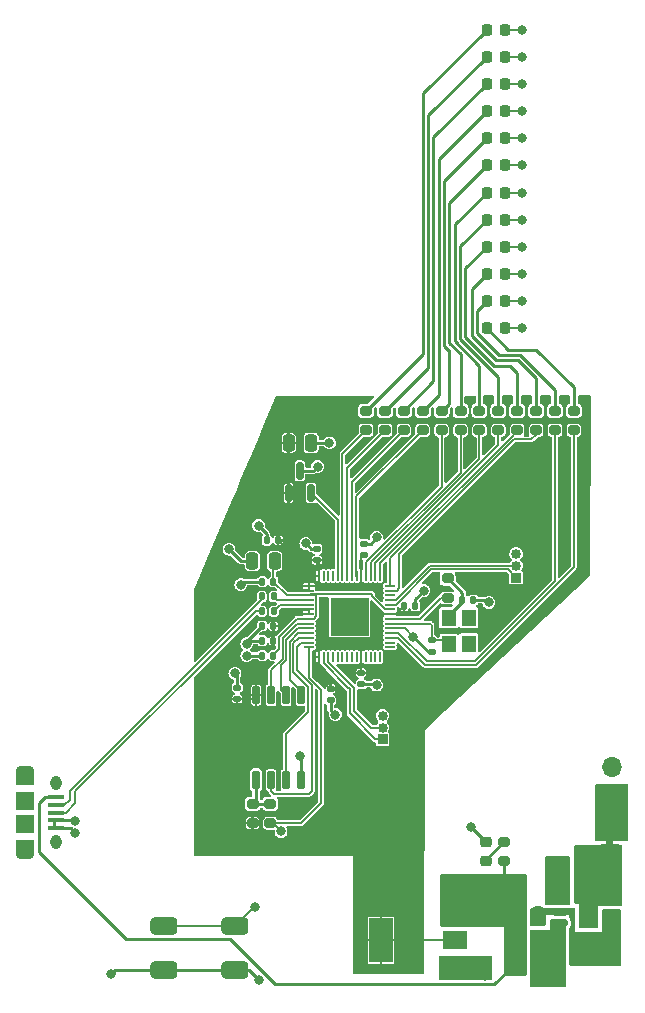
<source format=gbr>
%TF.GenerationSoftware,KiCad,Pcbnew,(6.0.8)*%
%TF.CreationDate,2022-12-11T00:01:36-05:00*%
%TF.ProjectId,Christmas Ornament 2022,43687269-7374-46d6-9173-204f726e616d,rev?*%
%TF.SameCoordinates,Original*%
%TF.FileFunction,Copper,L1,Top*%
%TF.FilePolarity,Positive*%
%FSLAX46Y46*%
G04 Gerber Fmt 4.6, Leading zero omitted, Abs format (unit mm)*
G04 Created by KiCad (PCBNEW (6.0.8)) date 2022-12-11 00:01:36*
%MOMM*%
%LPD*%
G01*
G04 APERTURE LIST*
G04 Aperture macros list*
%AMRoundRect*
0 Rectangle with rounded corners*
0 $1 Rounding radius*
0 $2 $3 $4 $5 $6 $7 $8 $9 X,Y pos of 4 corners*
0 Add a 4 corners polygon primitive as box body*
4,1,4,$2,$3,$4,$5,$6,$7,$8,$9,$2,$3,0*
0 Add four circle primitives for the rounded corners*
1,1,$1+$1,$2,$3*
1,1,$1+$1,$4,$5*
1,1,$1+$1,$6,$7*
1,1,$1+$1,$8,$9*
0 Add four rect primitives between the rounded corners*
20,1,$1+$1,$2,$3,$4,$5,0*
20,1,$1+$1,$4,$5,$6,$7,0*
20,1,$1+$1,$6,$7,$8,$9,0*
20,1,$1+$1,$8,$9,$2,$3,0*%
G04 Aperture macros list end*
%TA.AperFunction,SMDPad,CuDef*%
%ADD10RoundRect,0.218750X0.218750X0.256250X-0.218750X0.256250X-0.218750X-0.256250X0.218750X-0.256250X0*%
%TD*%
%TA.AperFunction,SMDPad,CuDef*%
%ADD11RoundRect,0.381000X0.762000X0.381000X-0.762000X0.381000X-0.762000X-0.381000X0.762000X-0.381000X0*%
%TD*%
%TA.AperFunction,ConnectorPad*%
%ADD12RoundRect,0.381000X0.762000X0.381000X-0.762000X0.381000X-0.762000X-0.381000X0.762000X-0.381000X0*%
%TD*%
%TA.AperFunction,SMDPad,CuDef*%
%ADD13R,1.200000X1.400000*%
%TD*%
%TA.AperFunction,SMDPad,CuDef*%
%ADD14RoundRect,0.200000X-0.275000X0.200000X-0.275000X-0.200000X0.275000X-0.200000X0.275000X0.200000X0*%
%TD*%
%TA.AperFunction,SMDPad,CuDef*%
%ADD15RoundRect,0.140000X0.140000X0.170000X-0.140000X0.170000X-0.140000X-0.170000X0.140000X-0.170000X0*%
%TD*%
%TA.AperFunction,SMDPad,CuDef*%
%ADD16RoundRect,0.140000X0.170000X-0.140000X0.170000X0.140000X-0.170000X0.140000X-0.170000X-0.140000X0*%
%TD*%
%TA.AperFunction,ComponentPad*%
%ADD17R,0.850000X0.850000*%
%TD*%
%TA.AperFunction,ComponentPad*%
%ADD18O,0.850000X0.850000*%
%TD*%
%TA.AperFunction,SMDPad,CuDef*%
%ADD19RoundRect,0.140000X-0.170000X0.140000X-0.170000X-0.140000X0.170000X-0.140000X0.170000X0.140000X0*%
%TD*%
%TA.AperFunction,SMDPad,CuDef*%
%ADD20RoundRect,0.140000X-0.140000X-0.170000X0.140000X-0.170000X0.140000X0.170000X-0.140000X0.170000X0*%
%TD*%
%TA.AperFunction,ComponentPad*%
%ADD21O,1.700000X1.700000*%
%TD*%
%TA.AperFunction,ComponentPad*%
%ADD22R,1.700000X1.700000*%
%TD*%
%TA.AperFunction,SMDPad,CuDef*%
%ADD23RoundRect,0.218750X-0.256250X0.218750X-0.256250X-0.218750X0.256250X-0.218750X0.256250X0.218750X0*%
%TD*%
%TA.AperFunction,SMDPad,CuDef*%
%ADD24RoundRect,0.150000X0.150000X-0.587500X0.150000X0.587500X-0.150000X0.587500X-0.150000X-0.587500X0*%
%TD*%
%TA.AperFunction,SMDPad,CuDef*%
%ADD25R,2.000000X1.500000*%
%TD*%
%TA.AperFunction,SMDPad,CuDef*%
%ADD26R,2.000000X3.800000*%
%TD*%
%TA.AperFunction,SMDPad,CuDef*%
%ADD27RoundRect,0.150000X-0.512500X-0.150000X0.512500X-0.150000X0.512500X0.150000X-0.512500X0.150000X0*%
%TD*%
%TA.AperFunction,SMDPad,CuDef*%
%ADD28RoundRect,0.050000X0.050000X-0.387500X0.050000X0.387500X-0.050000X0.387500X-0.050000X-0.387500X0*%
%TD*%
%TA.AperFunction,SMDPad,CuDef*%
%ADD29RoundRect,0.050000X0.387500X-0.050000X0.387500X0.050000X-0.387500X0.050000X-0.387500X-0.050000X0*%
%TD*%
%TA.AperFunction,SMDPad,CuDef*%
%ADD30R,3.200000X3.200000*%
%TD*%
%TA.AperFunction,SMDPad,CuDef*%
%ADD31RoundRect,0.150000X0.150000X-0.650000X0.150000X0.650000X-0.150000X0.650000X-0.150000X-0.650000X0*%
%TD*%
%TA.AperFunction,SMDPad,CuDef*%
%ADD32RoundRect,0.250000X-0.262500X-0.450000X0.262500X-0.450000X0.262500X0.450000X-0.262500X0.450000X0*%
%TD*%
%TA.AperFunction,SMDPad,CuDef*%
%ADD33RoundRect,0.200000X0.275000X-0.200000X0.275000X0.200000X-0.275000X0.200000X-0.275000X-0.200000X0*%
%TD*%
%TA.AperFunction,SMDPad,CuDef*%
%ADD34RoundRect,0.135000X0.135000X0.185000X-0.135000X0.185000X-0.135000X-0.185000X0.135000X-0.185000X0*%
%TD*%
%TA.AperFunction,SMDPad,CuDef*%
%ADD35R,1.100000X2.000000*%
%TD*%
%TA.AperFunction,SMDPad,CuDef*%
%ADD36R,1.500000X1.000000*%
%TD*%
%TA.AperFunction,ComponentPad*%
%ADD37O,1.550000X0.890000*%
%TD*%
%TA.AperFunction,SMDPad,CuDef*%
%ADD38R,1.550000X1.500000*%
%TD*%
%TA.AperFunction,ComponentPad*%
%ADD39O,0.950000X1.250000*%
%TD*%
%TA.AperFunction,SMDPad,CuDef*%
%ADD40R,1.550000X1.200000*%
%TD*%
%TA.AperFunction,SMDPad,CuDef*%
%ADD41R,1.350000X0.400000*%
%TD*%
%TA.AperFunction,SMDPad,CuDef*%
%ADD42R,0.600000X0.450000*%
%TD*%
%TA.AperFunction,SMDPad,CuDef*%
%ADD43RoundRect,0.250000X-0.250000X-0.475000X0.250000X-0.475000X0.250000X0.475000X-0.250000X0.475000X0*%
%TD*%
%TA.AperFunction,SMDPad,CuDef*%
%ADD44RoundRect,0.250000X-0.475000X0.250000X-0.475000X-0.250000X0.475000X-0.250000X0.475000X0.250000X0*%
%TD*%
%TA.AperFunction,SMDPad,CuDef*%
%ADD45RoundRect,0.250000X0.250000X0.475000X-0.250000X0.475000X-0.250000X-0.475000X0.250000X-0.475000X0*%
%TD*%
%TA.AperFunction,ViaPad*%
%ADD46C,0.800000*%
%TD*%
%TA.AperFunction,Conductor*%
%ADD47C,0.200000*%
%TD*%
%TA.AperFunction,Conductor*%
%ADD48C,0.250000*%
%TD*%
G04 APERTURE END LIST*
%TO.C,JP1*%
G36*
X174550000Y-137600000D02*
G01*
X173950000Y-137600000D01*
X173950000Y-137100000D01*
X174550000Y-137100000D01*
X174550000Y-137600000D01*
G37*
%TD*%
D10*
%TO.P,D10,1,K*%
%TO.N,GND*%
X165375000Y-73100000D03*
%TO.P,D10,2,A*%
%TO.N,Net-(D10-Pad2)*%
X163800000Y-73100000D03*
%TD*%
%TO.P,D12,1,K*%
%TO.N,GND*%
X165375000Y-68500000D03*
%TO.P,D12,2,A*%
%TO.N,Net-(D12-Pad2)*%
X163800000Y-68500000D03*
%TD*%
%TO.P,D2,1,K*%
%TO.N,GND*%
X165387500Y-91499999D03*
%TO.P,D2,2,A*%
%TO.N,Net-(D2-Pad2)*%
X163812500Y-91499999D03*
%TD*%
%TO.P,D3,1,K*%
%TO.N,GND*%
X165387500Y-89200000D03*
%TO.P,D3,2,A*%
%TO.N,Net-(D3-Pad2)*%
X163812500Y-89200000D03*
%TD*%
%TO.P,D1,1,K*%
%TO.N,GND*%
X165387500Y-93800000D03*
%TO.P,D1,2,A*%
%TO.N,Net-(D1-Pad2)*%
X163812500Y-93800000D03*
%TD*%
%TO.P,D5,2,A*%
%TO.N,Net-(D5-Pad2)*%
X163800000Y-84600000D03*
%TO.P,D5,1,K*%
%TO.N,GND*%
X165375000Y-84600000D03*
%TD*%
%TO.P,D6,2,A*%
%TO.N,Net-(D6-Pad2)*%
X163800000Y-82299999D03*
%TO.P,D6,1,K*%
%TO.N,GND*%
X165375000Y-82299999D03*
%TD*%
%TO.P,D4,2,A*%
%TO.N,Net-(D4-Pad2)*%
X163812500Y-86899999D03*
%TO.P,D4,1,K*%
%TO.N,GND*%
X165387500Y-86899999D03*
%TD*%
%TO.P,D7,2,A*%
%TO.N,Net-(D7-Pad2)*%
X163800000Y-80000002D03*
%TO.P,D7,1,K*%
%TO.N,GND*%
X165375000Y-80000002D03*
%TD*%
%TO.P,D8,1,K*%
%TO.N,GND*%
X165375000Y-77700000D03*
%TO.P,D8,2,A*%
%TO.N,Net-(D8-Pad2)*%
X163800000Y-77700000D03*
%TD*%
%TO.P,D9,1,K*%
%TO.N,GND*%
X165375000Y-75400000D03*
%TO.P,D9,2,A*%
%TO.N,Net-(D9-Pad2)*%
X163800000Y-75400000D03*
%TD*%
%TO.P,D11,1,K*%
%TO.N,GND*%
X165375000Y-70799999D03*
%TO.P,D11,2,A*%
%TO.N,Net-(D11-Pad2)*%
X163800000Y-70799999D03*
%TD*%
D11*
%TO.P,SW1,1,1*%
%TO.N,GND*%
X142500000Y-148150000D03*
X136500000Y-148150000D03*
%TO.P,SW1,2,2*%
%TO.N,/QSPI_SS*%
X136500000Y-144400000D03*
D12*
X142500000Y-144400000D03*
%TD*%
D13*
%TO.P,Y1,1,1*%
%TO.N,Net-(C18-Pad2)*%
X160600000Y-118300000D03*
%TO.P,Y1,2,2*%
%TO.N,/RP2040_XIN*%
X160600000Y-120500000D03*
%TO.P,Y1,3*%
%TO.N,N/C*%
X162300000Y-120500000D03*
%TO.P,Y1,4*%
X162300000Y-118300000D03*
%TD*%
D14*
%TO.P,R20,1*%
%TO.N,Net-(C18-Pad2)*%
X160500000Y-114975000D03*
%TO.P,R20,2*%
%TO.N,/RP2040_XOUT*%
X160500000Y-116625000D03*
%TD*%
D15*
%TO.P,C18,1*%
%TO.N,GND*%
X162680000Y-116800000D03*
%TO.P,C18,2*%
%TO.N,Net-(C18-Pad2)*%
X161720000Y-116800000D03*
%TD*%
D16*
%TO.P,C17,1*%
%TO.N,GND*%
X159150000Y-121180000D03*
%TO.P,C17,2*%
%TO.N,/RP2040_XIN*%
X159150000Y-120220000D03*
%TD*%
D17*
%TO.P,J4,1,Pin_1*%
%TO.N,/DBG_SWCLK*%
X166300000Y-114900000D03*
D18*
%TO.P,J4,2,Pin_2*%
%TO.N,/DBG_SWD*%
X166300000Y-113900000D03*
%TO.P,J4,3,Pin_3*%
%TO.N,GND*%
X166300000Y-112900000D03*
%TD*%
D17*
%TO.P,J2,1,Pin_1*%
%TO.N,UART0_TX*%
X155000000Y-128600000D03*
D18*
%TO.P,J2,2,Pin_2*%
%TO.N,UART0_RX*%
X155000000Y-127600000D03*
%TO.P,J2,3,Pin_3*%
%TO.N,GND*%
X155000000Y-126600000D03*
%TD*%
D19*
%TO.P,C12,1*%
%TO.N,+3.3V*%
X150600000Y-124320000D03*
%TO.P,C12,2*%
%TO.N,GND*%
X150600000Y-125280000D03*
%TD*%
%TO.P,C11,1*%
%TO.N,+3.3V*%
X153200000Y-122970000D03*
%TO.P,C11,2*%
%TO.N,GND*%
X153200000Y-123930000D03*
%TD*%
D20*
%TO.P,C10,1*%
%TO.N,+3.3V*%
X156820000Y-117300000D03*
%TO.P,C10,2*%
%TO.N,GND*%
X157780000Y-117300000D03*
%TD*%
D16*
%TO.P,C9,1*%
%TO.N,+3.3V*%
X153400000Y-112980000D03*
%TO.P,C9,2*%
%TO.N,GND*%
X153400000Y-112020000D03*
%TD*%
%TO.P,C8,2*%
%TO.N,GND*%
X149450000Y-112470000D03*
%TO.P,C8,1*%
%TO.N,+3.3V*%
X149450000Y-113430000D03*
%TD*%
D15*
%TO.P,C7,1*%
%TO.N,+3.3V*%
X146160000Y-111750000D03*
%TO.P,C7,2*%
%TO.N,GND*%
X145200000Y-111750000D03*
%TD*%
%TO.P,C6,1*%
%TO.N,+3.3V*%
X145760000Y-119000000D03*
%TO.P,C6,2*%
%TO.N,GND*%
X144800000Y-119000000D03*
%TD*%
%TO.P,C5,1*%
%TO.N,+3.3V*%
X145760000Y-120250000D03*
%TO.P,C5,2*%
%TO.N,GND*%
X144800000Y-120250000D03*
%TD*%
%TO.P,C4,1*%
%TO.N,+1V1*%
X145760000Y-115250000D03*
%TO.P,C4,2*%
%TO.N,GND*%
X144800000Y-115250000D03*
%TD*%
D16*
%TO.P,C3,1*%
%TO.N,+3.3V*%
X142700001Y-125180000D03*
%TO.P,C3,2*%
%TO.N,GND*%
X142700001Y-124220000D03*
%TD*%
D15*
%TO.P,C2,1*%
%TO.N,+1V1*%
X145760000Y-121500000D03*
%TO.P,C2,2*%
%TO.N,GND*%
X144800000Y-121500000D03*
%TD*%
D21*
%TO.P,J3,2,Pin_2*%
%TO.N,GND*%
X174400000Y-130935000D03*
D22*
%TO.P,J3,1,Pin_1*%
%TO.N,+BATT*%
X174400000Y-133475000D03*
%TD*%
D14*
%TO.P,R19,2*%
%TO.N,+5V*%
X165250000Y-138900000D03*
%TO.P,R19,1*%
%TO.N,Net-(D14-Pad2)*%
X165250000Y-137250000D03*
%TD*%
D23*
%TO.P,D14,2,A*%
%TO.N,Net-(D14-Pad2)*%
X163750000Y-138862500D03*
%TO.P,D14,1,K*%
%TO.N,GND*%
X163750000Y-137287500D03*
%TD*%
D24*
%TO.P,U5,3,GND*%
%TO.N,GND*%
X148000000Y-105862500D03*
%TO.P,U5,2,Vout*%
%TO.N,MCP9700_AOUT*%
X148950000Y-107737500D03*
%TO.P,U5,1,Vdd*%
%TO.N,+3.3V*%
X147050000Y-107737500D03*
%TD*%
D25*
%TO.P,U4,1,GND*%
%TO.N,GND*%
X161150000Y-147900000D03*
D26*
%TO.P,U4,2,VO*%
%TO.N,+3.3V*%
X154850000Y-145600000D03*
D25*
X161150000Y-145600000D03*
%TO.P,U4,3,VI*%
%TO.N,+5V*%
X161150000Y-143300000D03*
%TD*%
D27*
%TO.P,U3,1,SW*%
%TO.N,Net-(D13-Pad2)*%
X170000000Y-142250000D03*
%TO.P,U3,2,GND*%
%TO.N,GND*%
X170000000Y-143200000D03*
%TO.P,U3,3,FB*%
%TO.N,Net-(C15-Pad2)*%
X170000000Y-144150000D03*
%TO.P,U3,4,EN*%
%TO.N,Net-(C13-Pad1)*%
X172275000Y-144150000D03*
%TO.P,U3,5,VIN*%
X172275000Y-142250000D03*
%TD*%
D28*
%TO.P,U2,1,IOVDD*%
%TO.N,+3.3V*%
X149600000Y-121637500D03*
%TO.P,U2,2,GPIO0*%
%TO.N,UART0_TX*%
X150000000Y-121637500D03*
%TO.P,U2,3,GPIO1*%
%TO.N,UART0_RX*%
X150400000Y-121637500D03*
%TO.P,U2,4,GPIO2*%
%TO.N,unconnected-(U2-Pad4)*%
X150800000Y-121637500D03*
%TO.P,U2,5,GPIO3*%
%TO.N,unconnected-(U2-Pad5)*%
X151200000Y-121637500D03*
%TO.P,U2,6,GPIO4*%
%TO.N,unconnected-(U2-Pad6)*%
X151600000Y-121637500D03*
%TO.P,U2,7,GPIO5*%
%TO.N,unconnected-(U2-Pad7)*%
X152000000Y-121637500D03*
%TO.P,U2,8,GPIO6*%
%TO.N,unconnected-(U2-Pad8)*%
X152400000Y-121637500D03*
%TO.P,U2,9,GPIO7*%
%TO.N,unconnected-(U2-Pad9)*%
X152800000Y-121637500D03*
%TO.P,U2,10,IOVDD*%
%TO.N,+3.3V*%
X153200000Y-121637500D03*
%TO.P,U2,11,GPIO8*%
%TO.N,unconnected-(U2-Pad11)*%
X153600000Y-121637500D03*
%TO.P,U2,12,GPIO9*%
%TO.N,unconnected-(U2-Pad12)*%
X154000000Y-121637500D03*
%TO.P,U2,13,GPIO10*%
%TO.N,unconnected-(U2-Pad13)*%
X154400000Y-121637500D03*
%TO.P,U2,14,GPIO11*%
%TO.N,unconnected-(U2-Pad14)*%
X154800000Y-121637500D03*
D29*
%TO.P,U2,15,GPIO12*%
%TO.N,unconnected-(U2-Pad15)*%
X155637500Y-120800000D03*
%TO.P,U2,16,GPIO13*%
%TO.N,unconnected-(U2-Pad16)*%
X155637500Y-120400000D03*
%TO.P,U2,17,GPIO14*%
%TO.N,LED1*%
X155637500Y-120000000D03*
%TO.P,U2,18,GPIO15*%
%TO.N,LED2*%
X155637500Y-119600000D03*
%TO.P,U2,19,TESTEN*%
%TO.N,GND*%
X155637500Y-119200000D03*
%TO.P,U2,20,XIN*%
%TO.N,/RP2040_XIN*%
X155637500Y-118800000D03*
%TO.P,U2,21,XOUT*%
%TO.N,/RP2040_XOUT*%
X155637500Y-118400000D03*
%TO.P,U2,22,IOVDD*%
%TO.N,+3.3V*%
X155637500Y-118000000D03*
%TO.P,U2,23,DVDD*%
%TO.N,+1V1*%
X155637500Y-117600000D03*
%TO.P,U2,24,SWCLK*%
%TO.N,/DBG_SWCLK*%
X155637500Y-117200000D03*
%TO.P,U2,25,SWD*%
%TO.N,/DBG_SWD*%
X155637500Y-116800000D03*
%TO.P,U2,26,RUN*%
%TO.N,/RP2040_RUN*%
X155637500Y-116400000D03*
%TO.P,U2,27,GPIO16*%
%TO.N,LED3*%
X155637500Y-116000000D03*
%TO.P,U2,28,GPIO17*%
%TO.N,LED4*%
X155637500Y-115600000D03*
D28*
%TO.P,U2,29,GPIO18*%
%TO.N,LED5*%
X154800000Y-114762500D03*
%TO.P,U2,30,GPIO19*%
%TO.N,LED6*%
X154400000Y-114762500D03*
%TO.P,U2,31,GPIO20*%
%TO.N,LED7*%
X154000000Y-114762500D03*
%TO.P,U2,32,GPIO21*%
%TO.N,LED8*%
X153600000Y-114762500D03*
%TO.P,U2,33,IOVDD*%
%TO.N,+3.3V*%
X153200000Y-114762500D03*
%TO.P,U2,34,GPIO22*%
%TO.N,LED9*%
X152800000Y-114762500D03*
%TO.P,U2,35,GPIO23*%
%TO.N,LED10*%
X152400000Y-114762500D03*
%TO.P,U2,36,GPIO24*%
%TO.N,LED11*%
X152000000Y-114762500D03*
%TO.P,U2,37,GPIO25*%
%TO.N,LED12*%
X151600000Y-114762500D03*
%TO.P,U2,38,GPIO26_ADC0*%
%TO.N,MCP9700_AOUT*%
X151200000Y-114762500D03*
%TO.P,U2,39,GPIO27_ADC1*%
%TO.N,unconnected-(U2-Pad39)*%
X150800000Y-114762500D03*
%TO.P,U2,40,GPIO28_ADC2*%
%TO.N,unconnected-(U2-Pad40)*%
X150400000Y-114762500D03*
%TO.P,U2,41,GPIO29_ADC3*%
%TO.N,unconnected-(U2-Pad41)*%
X150000000Y-114762500D03*
%TO.P,U2,42,IOVDD*%
%TO.N,+3.3V*%
X149600000Y-114762500D03*
D29*
%TO.P,U2,43,ADC_AVDD*%
X148762500Y-115600000D03*
%TO.P,U2,44,VREG_IN*%
X148762500Y-116000000D03*
%TO.P,U2,45,VREG_VOUT*%
%TO.N,+1V1*%
X148762500Y-116400000D03*
%TO.P,U2,46,USB_DM*%
%TO.N,Net-(R4-Pad1)*%
X148762500Y-116800000D03*
%TO.P,U2,47,USB_DP*%
%TO.N,Net-(R3-Pad1)*%
X148762500Y-117200000D03*
%TO.P,U2,48,USB_VDD*%
%TO.N,+3.3V*%
X148762500Y-117600000D03*
%TO.P,U2,49,IOVDD*%
X148762500Y-118000000D03*
%TO.P,U2,50,DVDD*%
%TO.N,+1V1*%
X148762500Y-118400000D03*
%TO.P,U2,51,QSPI_SD3*%
%TO.N,/QSPI_SD3*%
X148762500Y-118800000D03*
%TO.P,U2,52,QSPI_SCLK*%
%TO.N,/QSPI_SCLK*%
X148762500Y-119200000D03*
%TO.P,U2,53,QSPI_SD0*%
%TO.N,/QSPI_SD0*%
X148762500Y-119600000D03*
%TO.P,U2,54,QSPI_SD2*%
%TO.N,/QSPI_SD2*%
X148762500Y-120000000D03*
%TO.P,U2,55,QSPI_SD1*%
%TO.N,/QSPI_SD1*%
X148762500Y-120400000D03*
%TO.P,U2,56,QSPI_SS*%
%TO.N,/QSPI_SS*%
X148762500Y-120800000D03*
D30*
%TO.P,U2,57,GND*%
%TO.N,GND*%
X152200000Y-118200000D03*
%TD*%
D31*
%TO.P,U1,1,~{CS}*%
%TO.N,Net-(R1-Pad2)*%
X144295000Y-132050000D03*
%TO.P,U1,2,DO(IO1)*%
%TO.N,/QSPI_SD1*%
X145565000Y-132050000D03*
%TO.P,U1,3,IO2*%
%TO.N,/QSPI_SD2*%
X146835000Y-132050000D03*
%TO.P,U1,4,GND*%
%TO.N,GND*%
X148105000Y-132050000D03*
%TO.P,U1,5,DI(IO0)*%
%TO.N,/QSPI_SD0*%
X148105000Y-124850000D03*
%TO.P,U1,6,CLK*%
%TO.N,/QSPI_SCLK*%
X146835000Y-124850000D03*
%TO.P,U1,7,IO3*%
%TO.N,/QSPI_SD3*%
X145565000Y-124850000D03*
%TO.P,U1,8,VCC*%
%TO.N,+3.3V*%
X144295000Y-124850000D03*
%TD*%
D32*
%TO.P,R18,1*%
%TO.N,Net-(C15-Pad2)*%
X169800000Y-146000000D03*
%TO.P,R18,2*%
%TO.N,GND*%
X171625000Y-146000000D03*
%TD*%
%TO.P,R17,1*%
%TO.N,+5V*%
X166337500Y-145500000D03*
%TO.P,R17,2*%
%TO.N,Net-(C15-Pad2)*%
X168162500Y-145500000D03*
%TD*%
D33*
%TO.P,R16,2*%
%TO.N,Net-(D12-Pad2)*%
X153600000Y-100775000D03*
%TO.P,R16,1*%
%TO.N,LED12*%
X153600000Y-102425000D03*
%TD*%
%TO.P,R15,2*%
%TO.N,Net-(D11-Pad2)*%
X155200000Y-100775000D03*
%TO.P,R15,1*%
%TO.N,LED11*%
X155200000Y-102425000D03*
%TD*%
%TO.P,R14,1*%
%TO.N,LED10*%
X156800000Y-102425000D03*
%TO.P,R14,2*%
%TO.N,Net-(D10-Pad2)*%
X156800000Y-100775000D03*
%TD*%
%TO.P,R13,2*%
%TO.N,Net-(D9-Pad2)*%
X158400000Y-100775000D03*
%TO.P,R13,1*%
%TO.N,LED9*%
X158400000Y-102425000D03*
%TD*%
%TO.P,R12,2*%
%TO.N,Net-(D8-Pad2)*%
X160000000Y-100775000D03*
%TO.P,R12,1*%
%TO.N,LED8*%
X160000000Y-102425000D03*
%TD*%
%TO.P,R11,2*%
%TO.N,Net-(D7-Pad2)*%
X161600000Y-100775000D03*
%TO.P,R11,1*%
%TO.N,LED7*%
X161600000Y-102425000D03*
%TD*%
%TO.P,R10,2*%
%TO.N,Net-(D6-Pad2)*%
X163200000Y-100775000D03*
%TO.P,R10,1*%
%TO.N,LED6*%
X163200000Y-102425000D03*
%TD*%
%TO.P,R9,2*%
%TO.N,Net-(D5-Pad2)*%
X164800000Y-100775000D03*
%TO.P,R9,1*%
%TO.N,LED5*%
X164800000Y-102425000D03*
%TD*%
%TO.P,R8,2*%
%TO.N,Net-(D4-Pad2)*%
X166400000Y-100775000D03*
%TO.P,R8,1*%
%TO.N,LED4*%
X166400000Y-102425000D03*
%TD*%
%TO.P,R7,2*%
%TO.N,Net-(D3-Pad2)*%
X168000000Y-100775000D03*
%TO.P,R7,1*%
%TO.N,LED3*%
X168000000Y-102425000D03*
%TD*%
%TO.P,R6,2*%
%TO.N,Net-(D2-Pad2)*%
X169600000Y-100775000D03*
%TO.P,R6,1*%
%TO.N,LED2*%
X169600000Y-102425000D03*
%TD*%
%TO.P,R5,1*%
%TO.N,LED1*%
X171200000Y-102425000D03*
%TO.P,R5,2*%
%TO.N,Net-(D1-Pad2)*%
X171200000Y-100775000D03*
%TD*%
D34*
%TO.P,R4,1*%
%TO.N,Net-(R4-Pad1)*%
X145790000Y-116500000D03*
%TO.P,R4,2*%
%TO.N,USB_D-*%
X144770000Y-116500000D03*
%TD*%
%TO.P,R3,1*%
%TO.N,Net-(R3-Pad1)*%
X145790000Y-117750000D03*
%TO.P,R3,2*%
%TO.N,USB_D+*%
X144770000Y-117750000D03*
%TD*%
D14*
%TO.P,R2,1*%
%TO.N,Net-(R1-Pad2)*%
X144000000Y-134050000D03*
%TO.P,R2,2*%
%TO.N,+3.3V*%
X144000000Y-135700000D03*
%TD*%
D33*
%TO.P,R1,1*%
%TO.N,/QSPI_SS*%
X145500000Y-135700000D03*
%TO.P,R1,2*%
%TO.N,Net-(R1-Pad2)*%
X145500000Y-134050000D03*
%TD*%
D35*
%TO.P,L1,1*%
%TO.N,Net-(C13-Pad1)*%
X172012499Y-140000000D03*
%TO.P,L1,2*%
%TO.N,Net-(D13-Pad2)*%
X170262499Y-140000000D03*
%TD*%
D36*
%TO.P,JP1,1,A*%
%TO.N,+BATT*%
X174250000Y-136700000D03*
%TO.P,JP1,2,B*%
%TO.N,Net-(C13-Pad1)*%
X174250000Y-138000000D03*
%TD*%
D37*
%TO.P,J1,6,Shield*%
%TO.N,unconnected-(J1-Pad6)*%
X124685000Y-131300000D03*
D38*
X124685000Y-133800000D03*
D39*
X127385000Y-132300000D03*
D40*
X124685000Y-137700000D03*
D37*
X124685000Y-138300000D03*
D38*
X124685000Y-135800000D03*
D39*
X127385000Y-137300000D03*
D40*
X124685000Y-131900000D03*
D41*
%TO.P,J1,5,GND*%
%TO.N,GND*%
X127385000Y-136100000D03*
%TO.P,J1,4,ID*%
X127385000Y-135450000D03*
%TO.P,J1,3,D+*%
%TO.N,USB_D+*%
X127385000Y-134800000D03*
%TO.P,J1,2,D-*%
%TO.N,USB_D-*%
X127385000Y-134150000D03*
%TO.P,J1,1,VBUS*%
%TO.N,+5V*%
X127385000Y-133500000D03*
%TD*%
D42*
%TO.P,D13,1,K*%
%TO.N,+5V*%
X166950000Y-140450000D03*
%TO.P,D13,2,A*%
%TO.N,Net-(D13-Pad2)*%
X169050000Y-140450000D03*
%TD*%
D43*
%TO.P,C16,1*%
%TO.N,+5V*%
X166300000Y-143500000D03*
%TO.P,C16,2*%
%TO.N,GND*%
X168200000Y-143500000D03*
%TD*%
%TO.P,C15,1*%
%TO.N,+5V*%
X166300000Y-147500000D03*
%TO.P,C15,2*%
%TO.N,Net-(C15-Pad2)*%
X168200000Y-147500000D03*
%TD*%
%TO.P,C14,1*%
%TO.N,+3.3V*%
X147050000Y-103500000D03*
%TO.P,C14,2*%
%TO.N,GND*%
X148950000Y-103500000D03*
%TD*%
D44*
%TO.P,C13,2*%
%TO.N,GND*%
X174300000Y-143650000D03*
%TO.P,C13,1*%
%TO.N,Net-(C13-Pad1)*%
X174300000Y-141750000D03*
%TD*%
D45*
%TO.P,C1,1*%
%TO.N,+1V1*%
X145880000Y-113500000D03*
%TO.P,C1,2*%
%TO.N,GND*%
X143980000Y-113500000D03*
%TD*%
D46*
%TO.N,GND*%
X166800000Y-93800000D03*
X166800000Y-91500000D03*
X166800000Y-89200000D03*
X166800000Y-86900000D03*
X166800000Y-84600000D03*
X166800000Y-82300000D03*
X166800000Y-80000000D03*
X166800000Y-77700000D03*
X166800000Y-75400000D03*
X166812500Y-73100000D03*
X166812500Y-70800000D03*
X166800000Y-68500000D03*
X153300000Y-119300000D03*
X151100000Y-117100000D03*
X151100000Y-119300000D03*
X153300000Y-117100000D03*
%TO.N,/QSPI_SS*%
X146400000Y-136400000D03*
X144200000Y-142800000D03*
%TO.N,GND*%
X163700000Y-148600000D03*
X162800000Y-147500000D03*
X174500000Y-146500000D03*
X173000000Y-146500000D03*
X174500000Y-145500000D03*
X173000000Y-145500000D03*
X162500000Y-136000000D03*
X129000000Y-135500000D03*
X129000000Y-136500000D03*
X154500000Y-111500000D03*
X148500000Y-112000000D03*
X143000000Y-115500000D03*
X142000000Y-112500000D03*
X144500000Y-110500000D03*
X150500000Y-103500000D03*
X149500000Y-105500000D03*
X164000000Y-117000000D03*
X158500000Y-116000000D03*
X157606754Y-119893246D03*
X148000000Y-130000000D03*
X151000000Y-126500000D03*
X154500000Y-124000000D03*
X143500000Y-120500000D03*
X143500000Y-121500000D03*
X142500000Y-123000000D03*
X144500000Y-149000000D03*
X132000000Y-148500000D03*
%TD*%
D47*
%TO.N,GND*%
X165375000Y-93800000D02*
X166800000Y-93800000D01*
X165375000Y-91500000D02*
X166800000Y-91500000D01*
X165375000Y-89200000D02*
X166800000Y-89200000D01*
X165375000Y-86900000D02*
X166800000Y-86900000D01*
X165375000Y-84600000D02*
X166800000Y-84600000D01*
X165375000Y-82300000D02*
X166800000Y-82300000D01*
X165375000Y-80000000D02*
X166800000Y-80000000D01*
X165375000Y-77700000D02*
X166800000Y-77700000D01*
X165375000Y-75400000D02*
X166800000Y-75400000D01*
X165387500Y-73100000D02*
X166812500Y-73100000D01*
X165387500Y-70800000D02*
X166812500Y-70800000D01*
X165375000Y-68500000D02*
X166800000Y-68500000D01*
D48*
%TO.N,Net-(D12-Pad2)*%
X158400000Y-73900000D02*
X163800000Y-68500000D01*
X153600000Y-100775000D02*
X158400000Y-95975000D01*
X158400000Y-95975000D02*
X158400000Y-73900000D01*
%TO.N,Net-(D11-Pad2)*%
X158850000Y-97150000D02*
X158850000Y-75749999D01*
X155225000Y-100775000D02*
X158850000Y-97150000D01*
X155200000Y-100775000D02*
X155225000Y-100775000D01*
X158850000Y-75749999D02*
X163800000Y-70799999D01*
%TO.N,Net-(D10-Pad2)*%
X159300000Y-77600000D02*
X163800000Y-73100000D01*
X159300000Y-98275000D02*
X159300000Y-77600000D01*
X156800000Y-100775000D02*
X159300000Y-98275000D01*
%TO.N,Net-(D9-Pad2)*%
X159750000Y-99425000D02*
X159750000Y-79450000D01*
X158400000Y-100775000D02*
X159750000Y-99425000D01*
X159750000Y-79450000D02*
X163800000Y-75400000D01*
%TO.N,Net-(D8-Pad2)*%
X160200000Y-81300000D02*
X163800000Y-77700000D01*
X160200000Y-95300000D02*
X160200000Y-81300000D01*
X160600000Y-95700000D02*
X160200000Y-95300000D01*
X160600000Y-95700000D02*
X160600000Y-95649856D01*
X160600000Y-100175000D02*
X160600000Y-95700000D01*
%TO.N,Net-(D7-Pad2)*%
X160650000Y-95063460D02*
X160650000Y-83150002D01*
X160650000Y-83150002D02*
X163800000Y-80000002D01*
%TO.N,Net-(D6-Pad2)*%
X161100000Y-84999999D02*
X163800000Y-82299999D01*
X161100000Y-94877064D02*
X161100000Y-84999999D01*
%TO.N,Net-(D5-Pad2)*%
X161550000Y-86850000D02*
X163800000Y-84600000D01*
X161550000Y-94690668D02*
X161550000Y-86850000D01*
%TO.N,Net-(D4-Pad2)*%
X162000000Y-94504272D02*
X162000000Y-88712499D01*
X162000000Y-88712499D02*
X163812500Y-86899999D01*
%TO.N,Net-(D3-Pad2)*%
X162550000Y-90462500D02*
X163812500Y-89200000D01*
X162550000Y-94417875D02*
X162550000Y-90462500D01*
%TO.N,Net-(D2-Pad2)*%
X163000000Y-92312499D02*
X163812500Y-91499999D01*
X163000000Y-94231479D02*
X163000000Y-92312499D01*
%TO.N,Net-(D4-Pad2)*%
X164445728Y-96950000D02*
X162000000Y-94504272D01*
%TO.N,Net-(D6-Pad2)*%
X163200000Y-96977064D02*
X161100000Y-94877064D01*
%TO.N,Net-(D4-Pad2)*%
X166400000Y-97600000D02*
X165750000Y-96950000D01*
X165750000Y-96950000D02*
X164445728Y-96950000D01*
%TO.N,Net-(D7-Pad2)*%
X161600000Y-96013460D02*
X160650000Y-95063460D01*
%TO.N,Net-(D5-Pad2)*%
X164800000Y-97940668D02*
X161550000Y-94690668D01*
%TO.N,Net-(D1-Pad2)*%
X165600000Y-95600000D02*
X163812500Y-93812500D01*
X168000000Y-95600000D02*
X165600000Y-95600000D01*
X171200000Y-98800000D02*
X168000000Y-95600000D01*
%TO.N,Net-(D3-Pad2)*%
X168000000Y-98036396D02*
X166463604Y-96500000D01*
X164632124Y-96500000D02*
X162550000Y-94417875D01*
X166463604Y-96500000D02*
X164632124Y-96500000D01*
%TO.N,Net-(D2-Pad2)*%
X166650000Y-96050000D02*
X169600000Y-99000000D01*
X164818520Y-96050000D02*
X166650000Y-96050000D01*
X163000000Y-94231479D02*
X164818520Y-96050000D01*
D47*
%TO.N,/QSPI_SS*%
X144100000Y-142800000D02*
X144200000Y-142800000D01*
X142500000Y-144400000D02*
X144100000Y-142800000D01*
X136500000Y-144400000D02*
X142500000Y-144400000D01*
%TO.N,USB_D+*%
X128200000Y-134800000D02*
X127385000Y-134800000D01*
D48*
%TO.N,Net-(R1-Pad2)*%
X144000000Y-134050000D02*
X145500000Y-134050000D01*
X144295000Y-133755000D02*
X144000000Y-134050000D01*
X144295000Y-132050000D02*
X144295000Y-133755000D01*
D47*
%TO.N,USB_D-*%
X128500000Y-133700000D02*
X128500000Y-133000000D01*
X128050000Y-134150000D02*
X128500000Y-133700000D01*
X127285000Y-134150000D02*
X128050000Y-134150000D01*
%TO.N,LED5*%
X164800000Y-103672792D02*
X164800000Y-102425000D01*
X154800000Y-113672792D02*
X164800000Y-103672792D01*
X154800000Y-114762500D02*
X154800000Y-113672792D01*
D48*
%TO.N,Net-(D8-Pad2)*%
X160000000Y-100775000D02*
X160600000Y-100175000D01*
%TO.N,Net-(D7-Pad2)*%
X161600000Y-100775000D02*
X161600000Y-96013460D01*
%TO.N,Net-(D6-Pad2)*%
X163200000Y-100775000D02*
X163200000Y-96977064D01*
%TO.N,Net-(D5-Pad2)*%
X164800000Y-100775000D02*
X164800000Y-97940668D01*
%TO.N,Net-(D4-Pad2)*%
X166400000Y-100775000D02*
X166400000Y-97600000D01*
%TO.N,Net-(D3-Pad2)*%
X168000000Y-100775000D02*
X168000000Y-98036396D01*
%TO.N,Net-(D2-Pad2)*%
X169600000Y-99000000D02*
X169600000Y-100775000D01*
%TO.N,Net-(D1-Pad2)*%
X171200000Y-100775000D02*
X171200000Y-98800000D01*
D47*
%TO.N,GND*%
X156913508Y-119200000D02*
X157606754Y-119893246D01*
X155637500Y-119200000D02*
X156913508Y-119200000D01*
%TO.N,+1V1*%
X149400000Y-118153553D02*
X149400000Y-116500000D01*
X149400000Y-116500000D02*
X149300000Y-116400000D01*
X149153553Y-118400000D02*
X149400000Y-118153553D01*
X149300000Y-116400000D02*
X148762500Y-116400000D01*
X148762500Y-118400000D02*
X149153553Y-118400000D01*
%TO.N,/QSPI_SS*%
X145700000Y-135700000D02*
X146400000Y-136400000D01*
X145500000Y-135700000D02*
X145700000Y-135700000D01*
%TO.N,LED1*%
X162924264Y-122300000D02*
X171200000Y-114024264D01*
X158599294Y-122300000D02*
X162924264Y-122300000D01*
X156299294Y-120000000D02*
X158599294Y-122300000D01*
X155637500Y-120000000D02*
X156299294Y-120000000D01*
X171200000Y-114024264D02*
X171200000Y-102425000D01*
%TO.N,LED2*%
X162800000Y-122000000D02*
X158723558Y-122000000D01*
X169600000Y-115200000D02*
X162800000Y-122000000D01*
X158723558Y-122000000D02*
X156323558Y-119600000D01*
X156323558Y-119600000D02*
X155637500Y-119600000D01*
X169600000Y-102425000D02*
X169600000Y-115200000D01*
%TO.N,LED3*%
X167600000Y-103200000D02*
X168000000Y-102800000D01*
X166121320Y-103200000D02*
X167600000Y-103200000D01*
X156200000Y-116000000D02*
X156400000Y-115800000D01*
X156400000Y-115800000D02*
X156400000Y-112921320D01*
X168000000Y-102800000D02*
X168000000Y-102425000D01*
X155637500Y-116000000D02*
X156200000Y-116000000D01*
X156400000Y-112921320D02*
X166121320Y-103200000D01*
%TO.N,LED4*%
X166400000Y-102497056D02*
X166400000Y-102425000D01*
X165848528Y-103048528D02*
X166097056Y-102800000D01*
X155637500Y-113259556D02*
X165848528Y-103048528D01*
X165848528Y-103048528D02*
X166400000Y-102497056D01*
X155637500Y-115600000D02*
X155637500Y-113259556D01*
%TO.N,LED6*%
X154400000Y-113648528D02*
X163200000Y-104848528D01*
X163200000Y-104848528D02*
X163200000Y-102425000D01*
X154400000Y-114762500D02*
X154400000Y-113648528D01*
%TO.N,LED7*%
X154000000Y-113624264D02*
X161600000Y-106024264D01*
X161600000Y-106024264D02*
X161600000Y-102425000D01*
X154000000Y-114762500D02*
X154000000Y-113624264D01*
%TO.N,LED8*%
X153600000Y-113600000D02*
X160000000Y-107200000D01*
X160000000Y-107200000D02*
X160000000Y-102425000D01*
X153600000Y-114762500D02*
X153600000Y-113600000D01*
%TO.N,LED9*%
X152790000Y-108035000D02*
X158400000Y-102425000D01*
X152790000Y-114752500D02*
X152790000Y-108035000D01*
X152800000Y-114762500D02*
X152790000Y-114752500D01*
%TO.N,LED10*%
X152400000Y-106825000D02*
X156800000Y-102425000D01*
X152400000Y-114762500D02*
X152400000Y-106825000D01*
%TO.N,LED11*%
X152000000Y-105625000D02*
X155200000Y-102425000D01*
X152000000Y-114762500D02*
X152000000Y-105625000D01*
%TO.N,LED12*%
X151600000Y-104425000D02*
X153600000Y-102425000D01*
X151600000Y-114762500D02*
X151600000Y-104425000D01*
D48*
%TO.N,+5V*%
X126400000Y-133500000D02*
X127200000Y-133500000D01*
X125900000Y-134000000D02*
X126400000Y-133500000D01*
X125900000Y-138100000D02*
X125900000Y-134000000D01*
X133300000Y-145500000D02*
X125900000Y-138100000D01*
X142100000Y-145500000D02*
X133300000Y-145500000D01*
X145925000Y-149325000D02*
X142100000Y-145500000D01*
X164475000Y-149325000D02*
X145925000Y-149325000D01*
X166300000Y-147500000D02*
X164475000Y-149325000D01*
%TO.N,GND*%
X163750000Y-137250000D02*
X162500000Y-136000000D01*
X163750000Y-137287500D02*
X163750000Y-137250000D01*
%TO.N,+5V*%
X165250000Y-138900000D02*
X165250000Y-140250000D01*
%TO.N,GND*%
X128950000Y-135450000D02*
X129000000Y-135500000D01*
X127200000Y-135450000D02*
X128950000Y-135450000D01*
X128600000Y-136100000D02*
X129000000Y-136500000D01*
X127200000Y-136100000D02*
X128600000Y-136100000D01*
X153980000Y-112020000D02*
X154500000Y-111500000D01*
X153400000Y-112020000D02*
X153980000Y-112020000D01*
X148970000Y-112470000D02*
X148500000Y-112000000D01*
X149450000Y-112470000D02*
X148970000Y-112470000D01*
X143250000Y-115250000D02*
X143000000Y-115500000D01*
X144800000Y-115250000D02*
X143250000Y-115250000D01*
X143000000Y-113500000D02*
X142000000Y-112500000D01*
X143980000Y-113500000D02*
X143000000Y-113500000D01*
X145200000Y-111200000D02*
X144500000Y-110500000D01*
X145200000Y-111750000D02*
X145200000Y-111200000D01*
X148950000Y-103500000D02*
X150500000Y-103500000D01*
X149137500Y-105862500D02*
X149500000Y-105500000D01*
X148000000Y-105862500D02*
X149137500Y-105862500D01*
X163800000Y-116800000D02*
X164000000Y-117000000D01*
X162680000Y-116800000D02*
X163800000Y-116800000D01*
X157780000Y-116720000D02*
X158500000Y-116000000D01*
X157780000Y-117300000D02*
X157780000Y-116720000D01*
X158893508Y-121180000D02*
X157606754Y-119893246D01*
X159150000Y-121180000D02*
X158893508Y-121180000D01*
X148105000Y-130105000D02*
X148000000Y-130000000D01*
X148105000Y-132050000D02*
X148105000Y-130105000D01*
X150600000Y-126100000D02*
X151000000Y-126500000D01*
X150600000Y-125280000D02*
X150600000Y-126100000D01*
X154430000Y-123930000D02*
X154500000Y-124000000D01*
X153200000Y-123930000D02*
X154430000Y-123930000D01*
D47*
%TO.N,+3.3V*%
X154850000Y-145600000D02*
X161150000Y-145600000D01*
%TO.N,USB_D+*%
X129000000Y-134000000D02*
X128200000Y-134800000D01*
X129000000Y-133000000D02*
X129000000Y-134000000D01*
X144250000Y-117750000D02*
X129000000Y-133000000D01*
X144770000Y-117750000D02*
X144250000Y-117750000D01*
%TO.N,USB_D-*%
X144770000Y-116730000D02*
X128500000Y-133000000D01*
X144770000Y-116500000D02*
X144770000Y-116730000D01*
D48*
%TO.N,GND*%
X143500000Y-120300000D02*
X144800000Y-119000000D01*
X143500000Y-120500000D02*
X143500000Y-120300000D01*
X143750000Y-120250000D02*
X143500000Y-120500000D01*
X144800000Y-120250000D02*
X143750000Y-120250000D01*
X144800000Y-121500000D02*
X143500000Y-121500000D01*
X142700001Y-123200001D02*
X142500000Y-123000000D01*
X142700001Y-124220000D02*
X142700001Y-123200001D01*
X143650000Y-148150000D02*
X144500000Y-149000000D01*
X142500000Y-148150000D02*
X143650000Y-148150000D01*
X132350000Y-148150000D02*
X132000000Y-148500000D01*
X134500000Y-148150000D02*
X132350000Y-148150000D01*
X142500000Y-148150000D02*
X134500000Y-148150000D01*
D47*
%TO.N,UART0_TX*%
X152077081Y-124252817D02*
X150000000Y-122175736D01*
X152200000Y-124252817D02*
X152077081Y-124252817D01*
X152200000Y-126400000D02*
X152200000Y-124252817D01*
X154400000Y-128600000D02*
X152200000Y-126400000D01*
X155000000Y-128600000D02*
X154400000Y-128600000D01*
X150000000Y-122175736D02*
X150000000Y-121637500D01*
%TO.N,UART0_RX*%
X154000000Y-127600000D02*
X155000000Y-127600000D01*
X150400000Y-122028553D02*
X152600000Y-124228553D01*
X152600000Y-124228553D02*
X152600000Y-126200000D01*
X150400000Y-121637500D02*
X150400000Y-122028553D01*
X152600000Y-126200000D02*
X154000000Y-127600000D01*
%TO.N,/QSPI_SS*%
X149800000Y-134000000D02*
X148100000Y-135700000D01*
X149800000Y-124400000D02*
X149800000Y-134000000D01*
X148100000Y-135700000D02*
X145500000Y-135700000D01*
X148762500Y-123362500D02*
X149800000Y-124400000D01*
X148762500Y-120800000D02*
X148762500Y-123362500D01*
%TO.N,+3.3V*%
X150100000Y-123900000D02*
X150100000Y-122700000D01*
X150100000Y-122700000D02*
X149600000Y-122200000D01*
X150520000Y-124320000D02*
X150100000Y-123900000D01*
X150600000Y-124320000D02*
X150520000Y-124320000D01*
X149600000Y-122200000D02*
X149600000Y-121637500D01*
%TO.N,/RP2040_XIN*%
X159150000Y-118950000D02*
X159150000Y-120220000D01*
X155637500Y-118800000D02*
X159000000Y-118800000D01*
X159000000Y-118800000D02*
X159150000Y-118950000D01*
%TO.N,/RP2040_XOUT*%
X159925000Y-116625000D02*
X158150000Y-118400000D01*
X157400000Y-118400000D02*
X158150000Y-118400000D01*
X160500000Y-116625000D02*
X159925000Y-116625000D01*
X157400000Y-118400000D02*
X155637500Y-118400000D01*
%TO.N,+1V1*%
X155200000Y-117600000D02*
X155637500Y-117600000D01*
X154100000Y-116300000D02*
X154100000Y-116500000D01*
X148862500Y-116300000D02*
X154100000Y-116300000D01*
X154100000Y-116500000D02*
X155200000Y-117600000D01*
X148762500Y-116400000D02*
X148862500Y-116300000D01*
%TO.N,+3.3V*%
X153200000Y-122970000D02*
X153200000Y-121637500D01*
%TO.N,+1V1*%
X145760000Y-113620000D02*
X145880000Y-113500000D01*
X145760000Y-115250000D02*
X145760000Y-113620000D01*
X146910000Y-116400000D02*
X145760000Y-115250000D01*
X148762500Y-116400000D02*
X146910000Y-116400000D01*
%TO.N,Net-(R4-Pad1)*%
X146090000Y-116800000D02*
X145790000Y-116500000D01*
X148762500Y-116800000D02*
X146090000Y-116800000D01*
%TO.N,Net-(R3-Pad1)*%
X146340000Y-117200000D02*
X145790000Y-117750000D01*
X148762500Y-117200000D02*
X146340000Y-117200000D01*
%TO.N,+3.3V*%
X145760000Y-119967208D02*
X145760000Y-120250000D01*
X147700000Y-118000000D02*
X147700000Y-118027208D01*
X147700000Y-118027208D02*
X145760000Y-119967208D01*
X148762500Y-118000000D02*
X147700000Y-118000000D01*
%TO.N,+1V1*%
X146240000Y-119911472D02*
X146240000Y-120960000D01*
X147751472Y-118400000D02*
X146240000Y-119911472D01*
X148762500Y-118400000D02*
X147751472Y-118400000D01*
X146240000Y-120960000D02*
X145760000Y-121440000D01*
X145760000Y-121440000D02*
X145760000Y-121500000D01*
%TO.N,/QSPI_SD3*%
X145565001Y-122734999D02*
X145565000Y-124850001D01*
X146540000Y-121760000D02*
X145565001Y-122734999D01*
X146540000Y-120035736D02*
X146540000Y-121760000D01*
X147775736Y-118800000D02*
X146540000Y-120035736D01*
X148762500Y-118800000D02*
X147775736Y-118800000D01*
%TO.N,/QSPI_SCLK*%
X146840000Y-121884264D02*
X146412132Y-122312132D01*
X146412132Y-122312132D02*
X146412132Y-124427132D01*
X146412132Y-124427132D02*
X146835000Y-124850000D01*
X146840000Y-120160000D02*
X146840000Y-121884264D01*
X148762500Y-119200000D02*
X147800000Y-119200000D01*
X147800000Y-119200000D02*
X146840000Y-120160000D01*
%TO.N,/QSPI_SD0*%
X148105000Y-124505000D02*
X148105000Y-124850000D01*
X147140000Y-123540000D02*
X148105000Y-124505000D01*
X147875736Y-119600000D02*
X147140000Y-120335736D01*
X147140000Y-120335736D02*
X147140000Y-123540000D01*
X148762500Y-119600000D02*
X147875736Y-119600000D01*
%TO.N,/QSPI_SD1*%
X147740000Y-122765760D02*
X149000000Y-124025761D01*
X147740000Y-120760000D02*
X147740000Y-122765760D01*
X149000000Y-133000000D02*
X148800000Y-133200000D01*
X148100000Y-120400000D02*
X147740000Y-120760000D01*
X149000000Y-124025761D02*
X149000000Y-133000000D01*
X148762500Y-120400000D02*
X148100000Y-120400000D01*
X148800000Y-133200000D02*
X145800000Y-133200000D01*
%TO.N,/QSPI_SD2*%
X148700000Y-124150025D02*
X147440000Y-122890024D01*
X147440000Y-120460000D02*
X147900000Y-120000000D01*
X147900000Y-120000000D02*
X148762500Y-120000000D01*
X148700000Y-126300000D02*
X148700000Y-124150025D01*
X147440000Y-122890024D02*
X147440000Y-120460000D01*
X146835000Y-128165000D02*
X148700000Y-126300000D01*
X146835000Y-132050000D02*
X146835000Y-128165000D01*
%TO.N,+3.3V*%
X145760000Y-120250000D02*
X145760000Y-119000000D01*
%TO.N,/QSPI_SD1*%
X145565000Y-132965000D02*
X145800000Y-133200000D01*
X145565000Y-132050000D02*
X145565000Y-132965000D01*
%TO.N,/DBG_SWD*%
X159004903Y-113900000D02*
X166300000Y-113900000D01*
X156104903Y-116800000D02*
X159004903Y-113900000D01*
X155637500Y-116800000D02*
X156104903Y-116800000D01*
%TO.N,/DBG_SWCLK*%
X159129167Y-114200000D02*
X165600000Y-114200000D01*
X156129167Y-117200000D02*
X159129167Y-114200000D01*
X155637500Y-117200000D02*
X156129167Y-117200000D01*
X165600000Y-114200000D02*
X166300000Y-114900000D01*
%TO.N,+3.3V*%
X156120000Y-118000000D02*
X156820000Y-117300000D01*
X155637500Y-118000000D02*
X156120000Y-118000000D01*
%TO.N,/RP2040_XIN*%
X160320000Y-120220000D02*
X160600000Y-120500000D01*
X159150000Y-120220000D02*
X160320000Y-120220000D01*
D48*
%TO.N,Net-(C18-Pad2)*%
X161720000Y-116980000D02*
X161720000Y-116800000D01*
X160600000Y-118100000D02*
X161720000Y-116980000D01*
X160600000Y-118300000D02*
X160600000Y-118100000D01*
X161720000Y-116195000D02*
X161720000Y-116800000D01*
X160500000Y-114975000D02*
X161720000Y-116195000D01*
D47*
%TO.N,+3.3V*%
X153200000Y-114762500D02*
X153200000Y-113180000D01*
X153200000Y-113180000D02*
X153400000Y-112980000D01*
%TO.N,MCP9700_AOUT*%
X151200000Y-109987500D02*
X151200000Y-114762500D01*
X148950000Y-107737500D02*
X151200000Y-109987500D01*
D48*
%TO.N,GND*%
X127200000Y-136100000D02*
X127200000Y-135450000D01*
D47*
%TO.N,+3.3V*%
X142700000Y-125180000D02*
X143965000Y-125180000D01*
X143965000Y-125180000D02*
X144295000Y-124850000D01*
X148762500Y-114352500D02*
X148762500Y-116000001D01*
X146160000Y-111750000D02*
X148762500Y-114352500D01*
X149600000Y-114762500D02*
X149600000Y-113580000D01*
X149600000Y-113580000D02*
X149450000Y-113430000D01*
X148762500Y-117599999D02*
X148762500Y-118000000D01*
D48*
%TO.N,Net-(D14-Pad2)*%
X163750000Y-138750000D02*
X165250000Y-137250000D01*
%TD*%
%TA.AperFunction,Conductor*%
%TO.N,Net-(C13-Pad1)*%
G36*
X175246691Y-137568907D02*
G01*
X175282655Y-137618407D01*
X175287500Y-137649000D01*
X175287500Y-142601000D01*
X175268593Y-142659191D01*
X175219093Y-142695155D01*
X175188500Y-142700000D01*
X173200000Y-142700000D01*
X173200000Y-144501000D01*
X173181093Y-144559191D01*
X173131593Y-144595155D01*
X173101000Y-144600000D01*
X171699000Y-144600000D01*
X171640809Y-144581093D01*
X171604845Y-144531593D01*
X171600000Y-144501000D01*
X171600000Y-142500000D01*
X171336500Y-142500000D01*
X171278309Y-142481093D01*
X171242345Y-142431593D01*
X171237500Y-142401000D01*
X171237500Y-137649000D01*
X171256407Y-137590809D01*
X171305907Y-137554845D01*
X171336500Y-137550000D01*
X175188500Y-137550000D01*
X175246691Y-137568907D01*
G37*
%TD.AperFunction*%
%TD*%
%TA.AperFunction,Conductor*%
%TO.N,Net-(D13-Pad2)*%
G36*
X170859191Y-138518907D02*
G01*
X170895155Y-138568407D01*
X170900000Y-138599000D01*
X170900000Y-142501000D01*
X170881093Y-142559191D01*
X170831593Y-142595155D01*
X170801000Y-142600000D01*
X168849000Y-142600000D01*
X168790809Y-142581093D01*
X168754845Y-142531593D01*
X168750000Y-142501000D01*
X168750000Y-138599000D01*
X168768907Y-138540809D01*
X168818407Y-138504845D01*
X168849000Y-138500000D01*
X170801000Y-138500000D01*
X170859191Y-138518907D01*
G37*
%TD.AperFunction*%
%TD*%
%TA.AperFunction,Conductor*%
%TO.N,+5V*%
G36*
X167159191Y-140018907D02*
G01*
X167195155Y-140068407D01*
X167200000Y-140099000D01*
X167200000Y-148501000D01*
X167181093Y-148559191D01*
X167131593Y-148595155D01*
X167101000Y-148600000D01*
X165399000Y-148600000D01*
X165340809Y-148581093D01*
X165304845Y-148531593D01*
X165300000Y-148501000D01*
X165300000Y-144500000D01*
X159999000Y-144500000D01*
X159940809Y-144481093D01*
X159904845Y-144431593D01*
X159900000Y-144401000D01*
X159900000Y-140099000D01*
X159918907Y-140040809D01*
X159968407Y-140004845D01*
X159999000Y-140000000D01*
X167101000Y-140000000D01*
X167159191Y-140018907D01*
G37*
%TD.AperFunction*%
%TD*%
%TA.AperFunction,Conductor*%
%TO.N,GND*%
G36*
X171259191Y-142918907D02*
G01*
X171295155Y-142968407D01*
X171300000Y-142999000D01*
X171300000Y-144900000D01*
X173600000Y-144900000D01*
X173600000Y-143099000D01*
X173618907Y-143040809D01*
X173668407Y-143004845D01*
X173699000Y-143000000D01*
X175100851Y-143000000D01*
X175159042Y-143018907D01*
X175195006Y-143068407D01*
X175199851Y-143099146D01*
X175195904Y-145717471D01*
X175192931Y-147690140D01*
X175173936Y-147748302D01*
X175124382Y-147784192D01*
X175093043Y-147788987D01*
X173256800Y-147772515D01*
X170891059Y-147751294D01*
X170833041Y-147731865D01*
X170797523Y-147682045D01*
X170792948Y-147652130D01*
X170798095Y-144621637D01*
X170817101Y-144563478D01*
X170827091Y-144551801D01*
X170840550Y-144538342D01*
X170898146Y-144425304D01*
X170913000Y-144331519D01*
X170912999Y-143968482D01*
X170898146Y-143874696D01*
X170840550Y-143761658D01*
X170828691Y-143749799D01*
X170800914Y-143695282D01*
X170799695Y-143679627D01*
X170799973Y-143515509D01*
X170800000Y-143499830D01*
X168800000Y-143500000D01*
X168800000Y-144301000D01*
X168781093Y-144359191D01*
X168731593Y-144395155D01*
X168701000Y-144400000D01*
X167599000Y-144400000D01*
X167540809Y-144381093D01*
X167504845Y-144331593D01*
X167500000Y-144301000D01*
X167500000Y-142999000D01*
X167518907Y-142940809D01*
X167568407Y-142904845D01*
X167599000Y-142900000D01*
X171201000Y-142900000D01*
X171259191Y-142918907D01*
G37*
%TD.AperFunction*%
%TD*%
%TA.AperFunction,Conductor*%
%TO.N,Net-(C15-Pad2)*%
G36*
X170459191Y-143818907D02*
G01*
X170495155Y-143868407D01*
X170500000Y-143899000D01*
X170500000Y-149501000D01*
X170481093Y-149559191D01*
X170431593Y-149595155D01*
X170401000Y-149600000D01*
X167599000Y-149600000D01*
X167540809Y-149581093D01*
X167504845Y-149531593D01*
X167500000Y-149501000D01*
X167500000Y-144799000D01*
X167518907Y-144740809D01*
X167568407Y-144704845D01*
X167599000Y-144700000D01*
X169200000Y-144700000D01*
X169200000Y-143899000D01*
X169218907Y-143840809D01*
X169268407Y-143804845D01*
X169299000Y-143800000D01*
X170401000Y-143800000D01*
X170459191Y-143818907D01*
G37*
%TD.AperFunction*%
%TD*%
%TA.AperFunction,Conductor*%
%TO.N,+3.3V*%
G36*
X172594153Y-99497977D02*
G01*
X172630156Y-99547448D01*
X172635024Y-99578439D01*
X172585489Y-114736137D01*
X172566392Y-114794265D01*
X172553952Y-114808269D01*
X170041903Y-117147095D01*
X159093433Y-127340593D01*
X158600000Y-127800000D01*
X158599951Y-127810067D01*
X158599951Y-127810068D01*
X158500476Y-148401478D01*
X158481288Y-148459577D01*
X158431614Y-148495301D01*
X158401477Y-148500000D01*
X152599000Y-148500000D01*
X152540809Y-148481093D01*
X152504845Y-148431593D01*
X152500000Y-148401000D01*
X152500000Y-147504984D01*
X153750001Y-147504984D01*
X153750949Y-147514616D01*
X153753900Y-147529455D01*
X153761219Y-147547126D01*
X153772485Y-147563986D01*
X153786014Y-147577515D01*
X153802876Y-147588781D01*
X153820544Y-147596100D01*
X153835387Y-147599052D01*
X153845009Y-147600000D01*
X154734320Y-147600000D01*
X154747005Y-147595878D01*
X154750000Y-147591757D01*
X154750000Y-147584319D01*
X154950000Y-147584319D01*
X154954122Y-147597004D01*
X154958243Y-147599999D01*
X155854984Y-147599999D01*
X155864616Y-147599051D01*
X155879455Y-147596100D01*
X155897126Y-147588781D01*
X155913986Y-147577515D01*
X155927515Y-147563986D01*
X155938781Y-147547124D01*
X155946100Y-147529456D01*
X155949052Y-147514613D01*
X155950000Y-147504991D01*
X155950000Y-145715680D01*
X155945878Y-145702995D01*
X155941757Y-145700000D01*
X154965680Y-145700000D01*
X154952995Y-145704122D01*
X154950000Y-145708243D01*
X154950000Y-147584319D01*
X154750000Y-147584319D01*
X154750000Y-145715680D01*
X154745878Y-145702995D01*
X154741757Y-145700000D01*
X153765681Y-145700000D01*
X153752996Y-145704122D01*
X153750001Y-145708243D01*
X153750001Y-147504984D01*
X152500000Y-147504984D01*
X152500000Y-145484320D01*
X153750000Y-145484320D01*
X153754122Y-145497005D01*
X153758243Y-145500000D01*
X154734320Y-145500000D01*
X154747005Y-145495878D01*
X154750000Y-145491757D01*
X154750000Y-145484320D01*
X154950000Y-145484320D01*
X154954122Y-145497005D01*
X154958243Y-145500000D01*
X155934319Y-145500000D01*
X155947004Y-145495878D01*
X155949999Y-145491757D01*
X155949999Y-143695016D01*
X155949051Y-143685384D01*
X155946100Y-143670545D01*
X155938781Y-143652874D01*
X155927515Y-143636014D01*
X155913986Y-143622485D01*
X155897124Y-143611219D01*
X155879456Y-143603900D01*
X155864613Y-143600948D01*
X155854991Y-143600000D01*
X154965680Y-143600000D01*
X154952995Y-143604122D01*
X154950000Y-143608243D01*
X154950000Y-145484320D01*
X154750000Y-145484320D01*
X154750000Y-143615681D01*
X154745878Y-143602996D01*
X154741757Y-143600001D01*
X153845016Y-143600001D01*
X153835384Y-143600949D01*
X153820545Y-143603900D01*
X153802874Y-143611219D01*
X153786014Y-143622485D01*
X153772485Y-143636014D01*
X153761219Y-143652876D01*
X153753900Y-143670544D01*
X153750948Y-143685387D01*
X153750000Y-143695009D01*
X153750000Y-145484320D01*
X152500000Y-145484320D01*
X152500000Y-138500000D01*
X139099000Y-138500000D01*
X139040809Y-138481093D01*
X139004845Y-138431593D01*
X139000000Y-138401000D01*
X139000000Y-135941639D01*
X143425000Y-135941639D01*
X143425346Y-135947485D01*
X143427234Y-135963353D01*
X143431128Y-135977519D01*
X143469770Y-136064514D01*
X143479946Y-136079321D01*
X143546108Y-136145367D01*
X143560931Y-136155517D01*
X143647980Y-136194000D01*
X143662185Y-136197873D01*
X143677580Y-136199668D01*
X143683292Y-136200000D01*
X143884320Y-136200000D01*
X143897005Y-136195878D01*
X143900000Y-136191757D01*
X143900000Y-136184320D01*
X144100000Y-136184320D01*
X144104122Y-136197005D01*
X144108243Y-136200000D01*
X144316639Y-136200000D01*
X144322485Y-136199654D01*
X144338353Y-136197766D01*
X144352519Y-136193872D01*
X144439514Y-136155230D01*
X144454321Y-136145054D01*
X144520367Y-136078892D01*
X144530517Y-136064069D01*
X144569000Y-135977020D01*
X144572873Y-135962815D01*
X144574668Y-135947420D01*
X144575000Y-135941708D01*
X144575000Y-135815680D01*
X144570878Y-135802995D01*
X144566757Y-135800000D01*
X144115680Y-135800000D01*
X144102995Y-135804122D01*
X144100000Y-135808243D01*
X144100000Y-136184320D01*
X143900000Y-136184320D01*
X143900000Y-135815680D01*
X143895878Y-135802995D01*
X143891757Y-135800000D01*
X143440680Y-135800000D01*
X143427995Y-135804122D01*
X143425000Y-135808243D01*
X143425000Y-135941639D01*
X139000000Y-135941639D01*
X139000000Y-135584320D01*
X143425000Y-135584320D01*
X143429122Y-135597005D01*
X143433243Y-135600000D01*
X143884320Y-135600000D01*
X143897005Y-135595878D01*
X143900000Y-135591757D01*
X143900000Y-135584320D01*
X144100000Y-135584320D01*
X144104122Y-135597005D01*
X144108243Y-135600000D01*
X144559320Y-135600000D01*
X144572005Y-135595878D01*
X144575000Y-135591757D01*
X144575000Y-135458361D01*
X144574654Y-135452515D01*
X144572766Y-135436647D01*
X144568872Y-135422481D01*
X144530230Y-135335486D01*
X144520054Y-135320679D01*
X144453892Y-135254633D01*
X144439069Y-135244483D01*
X144352020Y-135206000D01*
X144337815Y-135202127D01*
X144322420Y-135200332D01*
X144316708Y-135200000D01*
X144115680Y-135200000D01*
X144102995Y-135204122D01*
X144100000Y-135208243D01*
X144100000Y-135584320D01*
X143900000Y-135584320D01*
X143900000Y-135215680D01*
X143895878Y-135202995D01*
X143891757Y-135200000D01*
X143683361Y-135200000D01*
X143677515Y-135200346D01*
X143661647Y-135202234D01*
X143647481Y-135206128D01*
X143560486Y-135244770D01*
X143545679Y-135254946D01*
X143479633Y-135321108D01*
X143469483Y-135335931D01*
X143431000Y-135422980D01*
X143427127Y-135437185D01*
X143425332Y-135452580D01*
X143425000Y-135458292D01*
X143425000Y-135584320D01*
X139000000Y-135584320D01*
X139000000Y-125338780D01*
X142290001Y-125338780D01*
X142290949Y-125348402D01*
X142302023Y-125404078D01*
X142309345Y-125421753D01*
X142351552Y-125484920D01*
X142365081Y-125498449D01*
X142428248Y-125540656D01*
X142445923Y-125547978D01*
X142501599Y-125559052D01*
X142511221Y-125560000D01*
X142584321Y-125560000D01*
X142597006Y-125555878D01*
X142600001Y-125551757D01*
X142600001Y-125544320D01*
X142800001Y-125544320D01*
X142804123Y-125557005D01*
X142808244Y-125560000D01*
X142888781Y-125560000D01*
X142898403Y-125559052D01*
X142954079Y-125547978D01*
X142971754Y-125540656D01*
X143003018Y-125519766D01*
X143895000Y-125519766D01*
X143895948Y-125529388D01*
X143907603Y-125587983D01*
X143914922Y-125605651D01*
X143959341Y-125672130D01*
X143972870Y-125685659D01*
X144039349Y-125730078D01*
X144057017Y-125737397D01*
X144115612Y-125749052D01*
X144125234Y-125750000D01*
X144179320Y-125750000D01*
X144192005Y-125745878D01*
X144195000Y-125741757D01*
X144195000Y-125734320D01*
X144395000Y-125734320D01*
X144399122Y-125747005D01*
X144403243Y-125750000D01*
X144464766Y-125750000D01*
X144474388Y-125749052D01*
X144532983Y-125737397D01*
X144550651Y-125730078D01*
X144617130Y-125685659D01*
X144630659Y-125672130D01*
X144675078Y-125605651D01*
X144682397Y-125587983D01*
X144694052Y-125529388D01*
X144695000Y-125519766D01*
X144695000Y-124965680D01*
X144690878Y-124952995D01*
X144686757Y-124950000D01*
X144410680Y-124950000D01*
X144397995Y-124954122D01*
X144395000Y-124958243D01*
X144395000Y-125734320D01*
X144195000Y-125734320D01*
X144195000Y-124965680D01*
X144190878Y-124952995D01*
X144186757Y-124950000D01*
X143910680Y-124950000D01*
X143897995Y-124954122D01*
X143895000Y-124958243D01*
X143895000Y-125519766D01*
X143003018Y-125519766D01*
X143034921Y-125498449D01*
X143048450Y-125484920D01*
X143090657Y-125421753D01*
X143097979Y-125404078D01*
X143109053Y-125348402D01*
X143110001Y-125338780D01*
X143110001Y-125295680D01*
X143105879Y-125282995D01*
X143101758Y-125280000D01*
X142815681Y-125280000D01*
X142802996Y-125284122D01*
X142800001Y-125288243D01*
X142800001Y-125544320D01*
X142600001Y-125544320D01*
X142600001Y-125295680D01*
X142595879Y-125282995D01*
X142591758Y-125280000D01*
X142305681Y-125280000D01*
X142292996Y-125284122D01*
X142290001Y-125288243D01*
X142290001Y-125338780D01*
X139000000Y-125338780D01*
X139000000Y-123381127D01*
X139018907Y-123322936D01*
X139028996Y-123311123D01*
X139340119Y-123000000D01*
X141954836Y-123000000D01*
X141973412Y-123141099D01*
X142027874Y-123272582D01*
X142031820Y-123277724D01*
X142031822Y-123277728D01*
X142077872Y-123337741D01*
X142114511Y-123385489D01*
X142119660Y-123389440D01*
X142222272Y-123468178D01*
X142222276Y-123468180D01*
X142227418Y-123472126D01*
X142302262Y-123503127D01*
X142352901Y-123524103D01*
X142352903Y-123524104D01*
X142358901Y-123526588D01*
X142362232Y-123527027D01*
X142412436Y-123559628D01*
X142434501Y-123621933D01*
X142434501Y-123751102D01*
X142415594Y-123809293D01*
X142383686Y-123835108D01*
X142384258Y-123835940D01*
X142376723Y-123841119D01*
X142368372Y-123844828D01*
X142361917Y-123851294D01*
X142361916Y-123851295D01*
X142347899Y-123865337D01*
X142294547Y-123918782D01*
X142290853Y-123927137D01*
X142290852Y-123927139D01*
X142271201Y-123971591D01*
X142252296Y-124014353D01*
X142249501Y-124038325D01*
X142249502Y-124401674D01*
X142252411Y-124426131D01*
X142255426Y-124432919D01*
X142285053Y-124499619D01*
X142294829Y-124521629D01*
X142368783Y-124595454D01*
X142377140Y-124599148D01*
X142377142Y-124599150D01*
X142447491Y-124630250D01*
X142493068Y-124671071D01*
X142505947Y-124730886D01*
X142481207Y-124786846D01*
X142445349Y-124812259D01*
X142428252Y-124819341D01*
X142365081Y-124861551D01*
X142351552Y-124875080D01*
X142309345Y-124938247D01*
X142302023Y-124955922D01*
X142290949Y-125011598D01*
X142290001Y-125021220D01*
X142290001Y-125064320D01*
X142294123Y-125077005D01*
X142298244Y-125080000D01*
X143094321Y-125080000D01*
X143107006Y-125075878D01*
X143110001Y-125071757D01*
X143110001Y-125021220D01*
X143109053Y-125011598D01*
X143097979Y-124955922D01*
X143090657Y-124938247D01*
X143048450Y-124875080D01*
X143034921Y-124861551D01*
X142971752Y-124819343D01*
X142954727Y-124812290D01*
X142908203Y-124772552D01*
X142899025Y-124734320D01*
X143895000Y-124734320D01*
X143899122Y-124747005D01*
X143903243Y-124750000D01*
X144179320Y-124750000D01*
X144192005Y-124745878D01*
X144195000Y-124741757D01*
X144195000Y-124734320D01*
X144395000Y-124734320D01*
X144399122Y-124747005D01*
X144403243Y-124750000D01*
X144679320Y-124750000D01*
X144692005Y-124745878D01*
X144695000Y-124741757D01*
X144695000Y-124180234D01*
X144694052Y-124170612D01*
X144682397Y-124112017D01*
X144675078Y-124094349D01*
X144630659Y-124027870D01*
X144617130Y-124014341D01*
X144550651Y-123969922D01*
X144532983Y-123962603D01*
X144474388Y-123950948D01*
X144464766Y-123950000D01*
X144410680Y-123950000D01*
X144397995Y-123954122D01*
X144395000Y-123958243D01*
X144395000Y-124734320D01*
X144195000Y-124734320D01*
X144195000Y-123965680D01*
X144190878Y-123952995D01*
X144186757Y-123950000D01*
X144125234Y-123950000D01*
X144115612Y-123950948D01*
X144057017Y-123962603D01*
X144039349Y-123969922D01*
X143972870Y-124014341D01*
X143959341Y-124027870D01*
X143914922Y-124094349D01*
X143907603Y-124112017D01*
X143895948Y-124170612D01*
X143895000Y-124180234D01*
X143895000Y-124734320D01*
X142899025Y-124734320D01*
X142893921Y-124713056D01*
X142917338Y-124656529D01*
X142952428Y-124630352D01*
X142982115Y-124617166D01*
X143023276Y-124598883D01*
X143023277Y-124598882D01*
X143031630Y-124595172D01*
X143048013Y-124578761D01*
X143083831Y-124542880D01*
X143105455Y-124521218D01*
X143119920Y-124488500D01*
X143130871Y-124463727D01*
X143147706Y-124425647D01*
X143150501Y-124401675D01*
X143150500Y-124038326D01*
X143147591Y-124013869D01*
X143120552Y-123952995D01*
X143108884Y-123926725D01*
X143108883Y-123926724D01*
X143105173Y-123918371D01*
X143096287Y-123909500D01*
X143068102Y-123881364D01*
X143031219Y-123844546D01*
X143022858Y-123840850D01*
X143015318Y-123835687D01*
X143016303Y-123834248D01*
X142978893Y-123800739D01*
X142965501Y-123751017D01*
X142965501Y-123308269D01*
X142973037Y-123270383D01*
X143024104Y-123147096D01*
X143026588Y-123141099D01*
X143045164Y-123000000D01*
X143026588Y-122858901D01*
X142972126Y-122727418D01*
X142968180Y-122722276D01*
X142968178Y-122722272D01*
X142889440Y-122619660D01*
X142885489Y-122614511D01*
X142853546Y-122590000D01*
X142777728Y-122531822D01*
X142777724Y-122531820D01*
X142772582Y-122527874D01*
X142641099Y-122473412D01*
X142500000Y-122454836D01*
X142358901Y-122473412D01*
X142227418Y-122527874D01*
X142222276Y-122531820D01*
X142222272Y-122531822D01*
X142146454Y-122590000D01*
X142114511Y-122614511D01*
X142110560Y-122619660D01*
X142031822Y-122722272D01*
X142031820Y-122722276D01*
X142027874Y-122727418D01*
X141973412Y-122858901D01*
X141954836Y-123000000D01*
X139340119Y-123000000D01*
X144258999Y-118081120D01*
X144313516Y-118053343D01*
X144373948Y-118062914D01*
X144411318Y-118096122D01*
X144436376Y-118133624D01*
X144527505Y-118194515D01*
X144537068Y-118196417D01*
X144537070Y-118196418D01*
X144560861Y-118201150D01*
X144607867Y-118210500D01*
X144769966Y-118210500D01*
X144932132Y-118210499D01*
X145012495Y-118194515D01*
X145103624Y-118133624D01*
X145164515Y-118042495D01*
X145166417Y-118032932D01*
X145166418Y-118032930D01*
X145179552Y-117966897D01*
X145180500Y-117962133D01*
X145180499Y-117537868D01*
X145164515Y-117457505D01*
X145103624Y-117366376D01*
X145012495Y-117305485D01*
X145002932Y-117303583D01*
X145002930Y-117303582D01*
X144969009Y-117296835D01*
X144932133Y-117289500D01*
X144789627Y-117289500D01*
X144731436Y-117270593D01*
X144695472Y-117221093D01*
X144695472Y-117159907D01*
X144719623Y-117120496D01*
X144850624Y-116989495D01*
X144905141Y-116961718D01*
X144920628Y-116960499D01*
X144932132Y-116960499D01*
X145012495Y-116944515D01*
X145103624Y-116883624D01*
X145164515Y-116792495D01*
X145166417Y-116782932D01*
X145166418Y-116782930D01*
X145175733Y-116736096D01*
X145180500Y-116712133D01*
X145180499Y-116287868D01*
X145164515Y-116207505D01*
X145103624Y-116116376D01*
X145012495Y-116055485D01*
X145002932Y-116053583D01*
X145002930Y-116053582D01*
X144969009Y-116046835D01*
X144932133Y-116039500D01*
X144770034Y-116039500D01*
X144607868Y-116039501D01*
X144527505Y-116055485D01*
X144436376Y-116116376D01*
X144430957Y-116124486D01*
X144428174Y-116128651D01*
X144375485Y-116207505D01*
X144373583Y-116217068D01*
X144373582Y-116217070D01*
X144369485Y-116237670D01*
X144359500Y-116287867D01*
X144359501Y-116712132D01*
X144363819Y-116733841D01*
X144356627Y-116794599D01*
X144336725Y-116823156D01*
X139169004Y-121990877D01*
X139114487Y-122018654D01*
X139054055Y-122009083D01*
X139010790Y-121965818D01*
X139000000Y-121920873D01*
X139000000Y-116020132D01*
X139007862Y-115981468D01*
X139148910Y-115648999D01*
X139212122Y-115500000D01*
X142454836Y-115500000D01*
X142473412Y-115641099D01*
X142527874Y-115772582D01*
X142531820Y-115777724D01*
X142531822Y-115777728D01*
X142591117Y-115855002D01*
X142614511Y-115885489D01*
X142619660Y-115889440D01*
X142722272Y-115968178D01*
X142722276Y-115968180D01*
X142727418Y-115972126D01*
X142858901Y-116026588D01*
X143000000Y-116045164D01*
X143141099Y-116026588D01*
X143272582Y-115972126D01*
X143277724Y-115968180D01*
X143277728Y-115968178D01*
X143380340Y-115889440D01*
X143385489Y-115885489D01*
X143408883Y-115855002D01*
X143468178Y-115777728D01*
X143468180Y-115777724D01*
X143472126Y-115772582D01*
X143526588Y-115641099D01*
X143531791Y-115601578D01*
X143558132Y-115546353D01*
X143611903Y-115517158D01*
X143629944Y-115515500D01*
X144331102Y-115515500D01*
X144389293Y-115534407D01*
X144415108Y-115566315D01*
X144415940Y-115565743D01*
X144421119Y-115573278D01*
X144424828Y-115581629D01*
X144431294Y-115588084D01*
X144431295Y-115588085D01*
X144457767Y-115614511D01*
X144498782Y-115655454D01*
X144507137Y-115659148D01*
X144507139Y-115659149D01*
X144551591Y-115678800D01*
X144594353Y-115697705D01*
X144618325Y-115700500D01*
X144797746Y-115700500D01*
X144981674Y-115700499D01*
X144984591Y-115700152D01*
X144984592Y-115700152D01*
X144991162Y-115699371D01*
X145006131Y-115697590D01*
X145060308Y-115673526D01*
X145093275Y-115658883D01*
X145093276Y-115658882D01*
X145101629Y-115655172D01*
X145115678Y-115641099D01*
X145146163Y-115610560D01*
X145175454Y-115581218D01*
X145182043Y-115566315D01*
X145189471Y-115549512D01*
X145230293Y-115503935D01*
X145290107Y-115491058D01*
X145346068Y-115515797D01*
X145370491Y-115549350D01*
X145384828Y-115581629D01*
X145391296Y-115588086D01*
X145391297Y-115588087D01*
X145417767Y-115614511D01*
X145458782Y-115655454D01*
X145467137Y-115659148D01*
X145467139Y-115659149D01*
X145511591Y-115678800D01*
X145554353Y-115697705D01*
X145578325Y-115700500D01*
X145597403Y-115700500D01*
X145829373Y-115700499D01*
X145887563Y-115719406D01*
X145899377Y-115729495D01*
X146042486Y-115872604D01*
X146070263Y-115927121D01*
X146060692Y-115987553D01*
X146017427Y-116030818D01*
X145961986Y-116038483D01*
X145961745Y-116040925D01*
X145956897Y-116040448D01*
X145952133Y-116039500D01*
X145790034Y-116039500D01*
X145627868Y-116039501D01*
X145547505Y-116055485D01*
X145456376Y-116116376D01*
X145450957Y-116124486D01*
X145448174Y-116128651D01*
X145395485Y-116207505D01*
X145393583Y-116217068D01*
X145393582Y-116217070D01*
X145389485Y-116237670D01*
X145379500Y-116287867D01*
X145379501Y-116712132D01*
X145395485Y-116792495D01*
X145456376Y-116883624D01*
X145547505Y-116944515D01*
X145557068Y-116946417D01*
X145557070Y-116946418D01*
X145590991Y-116953165D01*
X145627867Y-116960500D01*
X145656208Y-116960500D01*
X145866812Y-116960499D01*
X145925002Y-116979406D01*
X145936259Y-116989542D01*
X145938516Y-116991182D01*
X145945479Y-116998915D01*
X145967779Y-117008843D01*
X145981415Y-117016247D01*
X146001487Y-117029282D01*
X146039991Y-117076834D01*
X146043191Y-117137935D01*
X146017569Y-117182313D01*
X145939378Y-117260504D01*
X145884861Y-117288281D01*
X145869374Y-117289500D01*
X145657802Y-117289501D01*
X145627868Y-117289501D01*
X145547505Y-117305485D01*
X145456376Y-117366376D01*
X145395485Y-117457505D01*
X145393583Y-117467068D01*
X145393582Y-117467070D01*
X145391720Y-117476433D01*
X145379500Y-117537867D01*
X145379501Y-117962132D01*
X145395485Y-118042495D01*
X145456376Y-118133624D01*
X145547505Y-118194515D01*
X145557068Y-118196417D01*
X145557070Y-118196418D01*
X145580861Y-118201150D01*
X145627867Y-118210500D01*
X145789966Y-118210500D01*
X145952132Y-118210499D01*
X146032495Y-118194515D01*
X146123624Y-118133624D01*
X146184515Y-118042495D01*
X146186417Y-118032932D01*
X146186418Y-118032930D01*
X146199552Y-117966897D01*
X146200500Y-117962133D01*
X146200499Y-117720627D01*
X146205148Y-117706319D01*
X148234847Y-117706319D01*
X148239119Y-117716633D01*
X148258072Y-117744998D01*
X148274681Y-117803886D01*
X148258072Y-117855002D01*
X148239119Y-117883367D01*
X148235851Y-117891256D01*
X148236634Y-117897868D01*
X148236663Y-117897900D01*
X148244713Y-117900000D01*
X148646820Y-117900000D01*
X148659505Y-117895878D01*
X148662500Y-117891757D01*
X148662500Y-117715680D01*
X148658378Y-117702995D01*
X148654257Y-117700000D01*
X148247687Y-117700000D01*
X148235002Y-117704122D01*
X148234974Y-117704159D01*
X148234847Y-117706319D01*
X146205148Y-117706319D01*
X146219406Y-117662437D01*
X146229495Y-117650623D01*
X146410622Y-117469496D01*
X146465139Y-117441719D01*
X146480626Y-117440500D01*
X148141870Y-117440500D01*
X148200061Y-117459407D01*
X148212431Y-117476433D01*
X148214797Y-117474246D01*
X148236663Y-117497900D01*
X148244713Y-117500000D01*
X148763500Y-117500000D01*
X148821691Y-117518907D01*
X148857655Y-117568407D01*
X148862500Y-117599000D01*
X148862500Y-118001000D01*
X148843593Y-118059191D01*
X148794093Y-118095155D01*
X148763500Y-118100000D01*
X148247687Y-118100000D01*
X148235000Y-118104122D01*
X148224415Y-118118691D01*
X148174915Y-118154655D01*
X148144323Y-118159500D01*
X147760352Y-118159500D01*
X147755170Y-118159364D01*
X147752345Y-118159216D01*
X147713009Y-118157154D01*
X147703296Y-118160883D01*
X147703294Y-118160883D01*
X147690233Y-118165897D01*
X147675337Y-118170310D01*
X147666782Y-118172129D01*
X147651466Y-118175384D01*
X147643046Y-118181501D01*
X147636996Y-118184195D01*
X147632826Y-118186458D01*
X147627270Y-118190066D01*
X147617560Y-118193794D01*
X147600303Y-118211051D01*
X147588490Y-118221139D01*
X147568753Y-118235479D01*
X147563548Y-118244494D01*
X147559112Y-118249421D01*
X147549811Y-118261543D01*
X146076219Y-119735135D01*
X146072458Y-119738703D01*
X146050379Y-119758583D01*
X146041085Y-119766951D01*
X146036853Y-119776457D01*
X146036852Y-119776458D01*
X146033825Y-119783257D01*
X145992883Y-119828726D01*
X145933253Y-119841399D01*
X145933250Y-119841425D01*
X145933167Y-119841417D01*
X145933034Y-119841445D01*
X145932256Y-119841327D01*
X145918780Y-119840000D01*
X145875680Y-119840000D01*
X145862995Y-119844122D01*
X145860000Y-119848243D01*
X145860000Y-120644320D01*
X145864122Y-120657005D01*
X145868243Y-120660000D01*
X145900500Y-120660000D01*
X145958691Y-120678907D01*
X145994655Y-120728407D01*
X145999500Y-120759000D01*
X145999500Y-120819373D01*
X145980593Y-120877564D01*
X145970504Y-120889377D01*
X145839377Y-121020504D01*
X145784860Y-121048281D01*
X145769374Y-121049500D01*
X145593840Y-121049501D01*
X145578326Y-121049501D01*
X145575409Y-121049848D01*
X145575408Y-121049848D01*
X145568838Y-121050629D01*
X145553869Y-121052410D01*
X145547081Y-121055425D01*
X145466725Y-121091117D01*
X145466724Y-121091118D01*
X145458371Y-121094828D01*
X145451914Y-121101296D01*
X145451913Y-121101297D01*
X145430561Y-121122687D01*
X145384546Y-121168782D01*
X145380852Y-121177137D01*
X145380851Y-121177139D01*
X145370529Y-121200488D01*
X145329707Y-121246065D01*
X145269893Y-121258942D01*
X145213932Y-121234203D01*
X145189509Y-121200650D01*
X145175172Y-121168371D01*
X145101218Y-121094546D01*
X145092863Y-121090852D01*
X145092861Y-121090851D01*
X145042644Y-121068651D01*
X145005647Y-121052295D01*
X144981675Y-121049500D01*
X144802254Y-121049500D01*
X144618326Y-121049501D01*
X144615409Y-121049848D01*
X144615408Y-121049848D01*
X144608838Y-121050629D01*
X144593869Y-121052410D01*
X144587081Y-121055425D01*
X144506725Y-121091117D01*
X144506724Y-121091118D01*
X144498371Y-121094828D01*
X144491914Y-121101296D01*
X144491913Y-121101297D01*
X144470561Y-121122687D01*
X144424546Y-121168782D01*
X144420850Y-121177143D01*
X144415687Y-121184683D01*
X144414248Y-121183698D01*
X144380739Y-121221108D01*
X144331017Y-121234500D01*
X144026382Y-121234500D01*
X143968191Y-121215593D01*
X143947840Y-121195768D01*
X143889440Y-121119660D01*
X143885489Y-121114511D01*
X143859470Y-121094546D01*
X143838614Y-121078542D01*
X143803959Y-121028117D01*
X143805561Y-120966952D01*
X143838614Y-120921458D01*
X143880340Y-120889440D01*
X143885489Y-120885489D01*
X143905341Y-120859618D01*
X143968178Y-120777728D01*
X143968180Y-120777724D01*
X143972126Y-120772582D01*
X144026588Y-120641099D01*
X144031791Y-120601578D01*
X144058132Y-120546353D01*
X144111903Y-120517158D01*
X144129944Y-120515500D01*
X144331102Y-120515500D01*
X144389293Y-120534407D01*
X144415108Y-120566315D01*
X144415940Y-120565743D01*
X144421119Y-120573278D01*
X144424828Y-120581629D01*
X144431294Y-120588084D01*
X144431295Y-120588085D01*
X144438677Y-120595454D01*
X144498782Y-120655454D01*
X144507137Y-120659148D01*
X144507139Y-120659149D01*
X144544512Y-120675671D01*
X144594353Y-120697705D01*
X144618325Y-120700500D01*
X144797746Y-120700500D01*
X144981674Y-120700499D01*
X144984591Y-120700152D01*
X144984592Y-120700152D01*
X144991162Y-120699371D01*
X145006131Y-120697590D01*
X145033951Y-120685233D01*
X145093275Y-120658883D01*
X145093276Y-120658882D01*
X145101629Y-120655172D01*
X145108811Y-120647978D01*
X145147215Y-120609506D01*
X145175454Y-120581218D01*
X145179148Y-120572861D01*
X145179150Y-120572859D01*
X145210250Y-120502510D01*
X145251071Y-120456933D01*
X145310886Y-120444054D01*
X145366846Y-120468794D01*
X145392259Y-120504652D01*
X145399341Y-120521749D01*
X145441551Y-120584920D01*
X145455080Y-120598449D01*
X145518247Y-120640656D01*
X145535922Y-120647978D01*
X145591598Y-120659052D01*
X145601220Y-120660000D01*
X145644320Y-120660000D01*
X145657005Y-120655878D01*
X145660000Y-120651757D01*
X145660000Y-119855680D01*
X145655878Y-119842995D01*
X145651757Y-119840000D01*
X145601220Y-119840000D01*
X145591598Y-119840948D01*
X145535922Y-119852022D01*
X145518247Y-119859344D01*
X145455080Y-119901551D01*
X145441551Y-119915080D01*
X145399343Y-119978249D01*
X145392290Y-119995274D01*
X145352552Y-120041798D01*
X145293056Y-120056080D01*
X145236529Y-120032663D01*
X145210351Y-119997572D01*
X145209331Y-119995274D01*
X145183045Y-119936096D01*
X145178883Y-119926725D01*
X145178882Y-119926724D01*
X145175172Y-119918371D01*
X145156447Y-119899678D01*
X145119630Y-119862926D01*
X145101218Y-119844546D01*
X145092863Y-119840852D01*
X145092861Y-119840851D01*
X145042544Y-119818607D01*
X145005647Y-119802295D01*
X144981675Y-119799500D01*
X144802069Y-119799500D01*
X144618326Y-119799501D01*
X144618326Y-119798937D01*
X144561425Y-119784111D01*
X144522593Y-119736828D01*
X144518969Y-119675750D01*
X144544766Y-119630708D01*
X144695978Y-119479496D01*
X144750495Y-119451719D01*
X144765982Y-119450500D01*
X144964512Y-119450499D01*
X144981674Y-119450499D01*
X144984591Y-119450152D01*
X144984592Y-119450152D01*
X144991162Y-119449371D01*
X145006131Y-119447590D01*
X145022093Y-119440500D01*
X145093275Y-119408883D01*
X145093276Y-119408882D01*
X145101629Y-119405172D01*
X145108811Y-119397978D01*
X145168999Y-119337684D01*
X145175454Y-119331218D01*
X145179148Y-119322861D01*
X145179150Y-119322859D01*
X145210250Y-119252510D01*
X145251071Y-119206933D01*
X145310886Y-119194054D01*
X145366846Y-119218794D01*
X145392259Y-119254652D01*
X145399341Y-119271749D01*
X145441551Y-119334920D01*
X145455080Y-119348449D01*
X145518247Y-119390656D01*
X145535922Y-119397978D01*
X145591598Y-119409052D01*
X145601220Y-119410000D01*
X145644320Y-119410000D01*
X145657005Y-119405878D01*
X145660000Y-119401757D01*
X145660000Y-119394320D01*
X145860000Y-119394320D01*
X145864122Y-119407005D01*
X145868243Y-119410000D01*
X145918780Y-119410000D01*
X145928402Y-119409052D01*
X145984078Y-119397978D01*
X146001753Y-119390656D01*
X146064920Y-119348449D01*
X146078449Y-119334920D01*
X146120656Y-119271753D01*
X146127978Y-119254078D01*
X146139052Y-119198402D01*
X146140000Y-119188780D01*
X146140000Y-119115680D01*
X146135878Y-119102995D01*
X146131757Y-119100000D01*
X145875680Y-119100000D01*
X145862995Y-119104122D01*
X145860000Y-119108243D01*
X145860000Y-119394320D01*
X145660000Y-119394320D01*
X145660000Y-118884320D01*
X145860000Y-118884320D01*
X145864122Y-118897005D01*
X145868243Y-118900000D01*
X146124320Y-118900000D01*
X146137005Y-118895878D01*
X146140000Y-118891757D01*
X146140000Y-118811220D01*
X146139052Y-118801598D01*
X146127978Y-118745922D01*
X146120656Y-118728247D01*
X146078449Y-118665080D01*
X146064920Y-118651551D01*
X146001753Y-118609344D01*
X145984078Y-118602022D01*
X145928402Y-118590948D01*
X145918780Y-118590000D01*
X145875680Y-118590000D01*
X145862995Y-118594122D01*
X145860000Y-118598243D01*
X145860000Y-118884320D01*
X145660000Y-118884320D01*
X145660000Y-118605680D01*
X145655878Y-118592995D01*
X145651757Y-118590000D01*
X145601220Y-118590000D01*
X145591598Y-118590948D01*
X145535922Y-118602022D01*
X145518247Y-118609344D01*
X145455080Y-118651551D01*
X145441551Y-118665080D01*
X145399343Y-118728249D01*
X145392290Y-118745274D01*
X145352552Y-118791798D01*
X145293056Y-118806080D01*
X145236529Y-118782663D01*
X145210351Y-118747572D01*
X145209331Y-118745274D01*
X145175172Y-118668371D01*
X145101218Y-118594546D01*
X145092863Y-118590852D01*
X145092861Y-118590851D01*
X145037679Y-118566456D01*
X145005647Y-118552295D01*
X144981675Y-118549500D01*
X144802254Y-118549500D01*
X144618326Y-118549501D01*
X144615409Y-118549848D01*
X144615408Y-118549848D01*
X144609170Y-118550590D01*
X144593869Y-118552410D01*
X144587081Y-118555425D01*
X144506725Y-118591117D01*
X144506724Y-118591118D01*
X144498371Y-118594828D01*
X144491914Y-118601296D01*
X144491913Y-118601297D01*
X144489327Y-118603888D01*
X144424546Y-118668782D01*
X144382295Y-118764353D01*
X144379500Y-118788325D01*
X144379501Y-118914767D01*
X144379501Y-119004017D01*
X144360594Y-119062207D01*
X144350505Y-119074021D01*
X143488857Y-119935669D01*
X143431776Y-119963818D01*
X143358901Y-119973412D01*
X143227418Y-120027874D01*
X143222276Y-120031820D01*
X143222272Y-120031822D01*
X143167923Y-120073526D01*
X143114511Y-120114511D01*
X143110560Y-120119660D01*
X143031822Y-120222272D01*
X143031820Y-120222276D01*
X143027874Y-120227418D01*
X142973412Y-120358901D01*
X142954836Y-120500000D01*
X142955683Y-120506434D01*
X142957699Y-120521749D01*
X142973412Y-120641099D01*
X143027874Y-120772582D01*
X143031820Y-120777724D01*
X143031822Y-120777728D01*
X143094659Y-120859618D01*
X143114511Y-120885489D01*
X143119660Y-120889440D01*
X143161386Y-120921458D01*
X143196041Y-120971883D01*
X143194439Y-121033048D01*
X143161386Y-121078542D01*
X143140530Y-121094546D01*
X143114511Y-121114511D01*
X143110560Y-121119660D01*
X143031822Y-121222272D01*
X143031820Y-121222276D01*
X143027874Y-121227418D01*
X142973412Y-121358901D01*
X142954836Y-121500000D01*
X142973412Y-121641099D01*
X143027874Y-121772582D01*
X143031820Y-121777724D01*
X143031822Y-121777728D01*
X143078136Y-121838085D01*
X143114511Y-121885489D01*
X143119660Y-121889440D01*
X143222272Y-121968178D01*
X143222276Y-121968180D01*
X143227418Y-121972126D01*
X143358901Y-122026588D01*
X143475781Y-122041976D01*
X143489351Y-122043762D01*
X143500000Y-122045164D01*
X143510650Y-122043762D01*
X143524219Y-122041976D01*
X143641099Y-122026588D01*
X143772582Y-121972126D01*
X143777724Y-121968180D01*
X143777728Y-121968178D01*
X143880340Y-121889440D01*
X143885489Y-121885489D01*
X143947840Y-121804232D01*
X143998265Y-121769577D01*
X144026382Y-121765500D01*
X144331102Y-121765500D01*
X144389293Y-121784407D01*
X144415108Y-121816315D01*
X144415940Y-121815743D01*
X144421119Y-121823278D01*
X144424828Y-121831629D01*
X144498782Y-121905454D01*
X144507137Y-121909148D01*
X144507139Y-121909149D01*
X144533659Y-121920873D01*
X144594353Y-121947705D01*
X144618325Y-121950500D01*
X144797746Y-121950500D01*
X144981674Y-121950499D01*
X144984591Y-121950152D01*
X144984592Y-121950152D01*
X144991162Y-121949371D01*
X145006131Y-121947590D01*
X145012919Y-121944575D01*
X145093275Y-121908883D01*
X145093276Y-121908882D01*
X145101629Y-121905172D01*
X145175454Y-121831218D01*
X145180836Y-121819046D01*
X145189471Y-121799512D01*
X145230293Y-121753935D01*
X145290107Y-121741058D01*
X145346068Y-121765797D01*
X145370491Y-121799350D01*
X145384828Y-121831629D01*
X145458782Y-121905454D01*
X145467137Y-121909148D01*
X145467139Y-121909149D01*
X145493659Y-121920873D01*
X145554353Y-121947705D01*
X145578325Y-121950500D01*
X145584304Y-121950500D01*
X145770375Y-121950499D01*
X145828565Y-121969406D01*
X145864529Y-122018906D01*
X145864530Y-122080091D01*
X145840379Y-122119503D01*
X145401220Y-122558662D01*
X145397460Y-122562229D01*
X145366086Y-122590478D01*
X145356158Y-122612778D01*
X145348754Y-122626414D01*
X145335459Y-122646886D01*
X145333831Y-122657163D01*
X145331457Y-122663348D01*
X145330109Y-122667898D01*
X145328733Y-122674374D01*
X145324501Y-122683879D01*
X145324501Y-122708280D01*
X145323282Y-122723767D01*
X145319465Y-122747867D01*
X145322158Y-122757918D01*
X145322505Y-122764534D01*
X145324501Y-122779693D01*
X145324500Y-123857938D01*
X145305593Y-123916129D01*
X145265689Y-123948413D01*
X145247609Y-123956444D01*
X145241152Y-123962912D01*
X145241151Y-123962913D01*
X145177608Y-124026567D01*
X145177607Y-124026569D01*
X145171153Y-124033034D01*
X145127395Y-124132013D01*
X145124500Y-124156842D01*
X145124500Y-125543158D01*
X145124846Y-125546063D01*
X145124846Y-125546069D01*
X145126148Y-125557005D01*
X145127514Y-125568489D01*
X145171444Y-125667391D01*
X145177910Y-125673846D01*
X145177911Y-125673847D01*
X145241567Y-125737392D01*
X145241569Y-125737393D01*
X145248034Y-125743847D01*
X145256389Y-125747541D01*
X145256391Y-125747542D01*
X145302738Y-125768031D01*
X145347013Y-125787605D01*
X145371842Y-125790500D01*
X145758158Y-125790500D01*
X145761063Y-125790154D01*
X145761069Y-125790154D01*
X145776113Y-125788364D01*
X145776115Y-125788363D01*
X145783489Y-125787486D01*
X145882391Y-125743556D01*
X145891611Y-125734320D01*
X145952392Y-125673433D01*
X145952393Y-125673431D01*
X145958847Y-125666966D01*
X145963937Y-125655454D01*
X145996574Y-125581629D01*
X146002605Y-125567987D01*
X146005500Y-125543158D01*
X146005500Y-124578761D01*
X146024407Y-124520570D01*
X146073907Y-124484606D01*
X146135093Y-124484606D01*
X146184593Y-124520570D01*
X146187010Y-124524756D01*
X146187516Y-124527138D01*
X146191745Y-124532958D01*
X146194942Y-124538496D01*
X146196329Y-124541611D01*
X146198587Y-124545771D01*
X146202198Y-124551332D01*
X146205926Y-124561044D01*
X146223183Y-124578301D01*
X146233271Y-124590114D01*
X146247611Y-124609851D01*
X146256626Y-124615056D01*
X146261553Y-124619492D01*
X146273675Y-124628793D01*
X146365504Y-124720622D01*
X146393281Y-124775139D01*
X146394500Y-124790626D01*
X146394500Y-125543158D01*
X146394846Y-125546063D01*
X146394846Y-125546069D01*
X146396148Y-125557005D01*
X146397514Y-125568489D01*
X146441444Y-125667391D01*
X146447910Y-125673846D01*
X146447911Y-125673847D01*
X146511567Y-125737392D01*
X146511569Y-125737393D01*
X146518034Y-125743847D01*
X146526389Y-125747541D01*
X146526391Y-125747542D01*
X146572738Y-125768031D01*
X146617013Y-125787605D01*
X146641842Y-125790500D01*
X147028158Y-125790500D01*
X147031063Y-125790154D01*
X147031069Y-125790154D01*
X147046113Y-125788364D01*
X147046115Y-125788363D01*
X147053489Y-125787486D01*
X147152391Y-125743556D01*
X147161611Y-125734320D01*
X147222392Y-125673433D01*
X147222393Y-125673431D01*
X147228847Y-125666966D01*
X147233937Y-125655454D01*
X147266574Y-125581629D01*
X147272605Y-125567987D01*
X147275500Y-125543158D01*
X147275500Y-124254626D01*
X147294407Y-124196435D01*
X147343907Y-124160471D01*
X147405093Y-124160471D01*
X147444504Y-124184622D01*
X147635504Y-124375622D01*
X147663281Y-124430139D01*
X147664500Y-124445626D01*
X147664500Y-125543158D01*
X147664846Y-125546063D01*
X147664846Y-125546069D01*
X147666148Y-125557005D01*
X147667514Y-125568489D01*
X147711444Y-125667391D01*
X147717910Y-125673846D01*
X147717911Y-125673847D01*
X147781567Y-125737392D01*
X147781569Y-125737393D01*
X147788034Y-125743847D01*
X147796389Y-125747541D01*
X147796391Y-125747542D01*
X147842738Y-125768031D01*
X147887013Y-125787605D01*
X147911842Y-125790500D01*
X148298158Y-125790500D01*
X148301063Y-125790154D01*
X148301069Y-125790154D01*
X148316111Y-125788364D01*
X148316112Y-125788364D01*
X148323489Y-125787486D01*
X148330282Y-125784469D01*
X148334261Y-125783375D01*
X148395382Y-125786184D01*
X148443179Y-125824382D01*
X148459500Y-125878835D01*
X148459500Y-126159374D01*
X148440593Y-126217565D01*
X148430504Y-126229378D01*
X146671219Y-127988663D01*
X146667459Y-127992230D01*
X146636085Y-128020479D01*
X146626157Y-128042779D01*
X146618753Y-128056415D01*
X146605458Y-128076887D01*
X146603830Y-128087164D01*
X146601456Y-128093349D01*
X146600108Y-128097899D01*
X146598732Y-128104375D01*
X146594500Y-128113880D01*
X146594500Y-128138281D01*
X146593281Y-128153768D01*
X146589464Y-128177868D01*
X146592157Y-128187919D01*
X146592504Y-128194535D01*
X146594500Y-128209694D01*
X146594500Y-131057938D01*
X146575593Y-131116129D01*
X146535689Y-131148413D01*
X146517609Y-131156444D01*
X146511152Y-131162912D01*
X146511151Y-131162913D01*
X146447608Y-131226567D01*
X146447607Y-131226569D01*
X146441153Y-131233034D01*
X146397395Y-131332013D01*
X146394500Y-131356842D01*
X146394500Y-132743158D01*
X146397514Y-132768489D01*
X146415517Y-132809019D01*
X146420533Y-132820312D01*
X146426876Y-132881168D01*
X146396237Y-132934129D01*
X146340320Y-132958967D01*
X146330057Y-132959500D01*
X146069949Y-132959500D01*
X146011758Y-132940593D01*
X145975794Y-132891093D01*
X145975794Y-132829907D01*
X145979403Y-132820471D01*
X145999593Y-132774800D01*
X146002605Y-132767987D01*
X146005500Y-132743158D01*
X146005500Y-131356842D01*
X146002486Y-131331511D01*
X145958556Y-131232609D01*
X145913232Y-131187364D01*
X145888433Y-131162608D01*
X145888431Y-131162607D01*
X145881966Y-131156153D01*
X145873611Y-131152459D01*
X145873609Y-131152458D01*
X145793084Y-131116859D01*
X145782987Y-131112395D01*
X145758158Y-131109500D01*
X145371842Y-131109500D01*
X145368937Y-131109846D01*
X145368931Y-131109846D01*
X145353887Y-131111636D01*
X145353885Y-131111637D01*
X145346511Y-131112514D01*
X145247609Y-131156444D01*
X145241154Y-131162910D01*
X145241153Y-131162911D01*
X145177608Y-131226567D01*
X145177607Y-131226569D01*
X145171153Y-131233034D01*
X145127395Y-131332013D01*
X145124500Y-131356842D01*
X145124500Y-132743158D01*
X145127514Y-132768489D01*
X145171444Y-132867391D01*
X145177910Y-132873846D01*
X145177911Y-132873847D01*
X145241567Y-132937392D01*
X145241569Y-132937393D01*
X145248034Y-132943847D01*
X145256389Y-132947541D01*
X145256391Y-132947542D01*
X145272097Y-132954485D01*
X145317673Y-132995306D01*
X145324491Y-133009552D01*
X145330899Y-133026245D01*
X145335308Y-133041126D01*
X145340384Y-133065006D01*
X145346503Y-133073427D01*
X145349198Y-133079481D01*
X145351455Y-133083639D01*
X145355066Y-133089200D01*
X145358794Y-133098912D01*
X145376051Y-133116169D01*
X145386139Y-133127982D01*
X145400479Y-133147719D01*
X145409494Y-133152924D01*
X145414421Y-133157360D01*
X145426543Y-133166661D01*
X145540379Y-133280497D01*
X145568156Y-133335014D01*
X145558585Y-133395446D01*
X145515320Y-133438711D01*
X145470377Y-133449501D01*
X145193482Y-133449501D01*
X145189639Y-133450110D01*
X145189634Y-133450110D01*
X145152783Y-133455947D01*
X145099696Y-133464354D01*
X145043177Y-133493152D01*
X144993597Y-133518414D01*
X144993595Y-133518415D01*
X144986658Y-133521950D01*
X144896950Y-133611658D01*
X144893415Y-133618596D01*
X144893412Y-133618600D01*
X144866995Y-133670446D01*
X144823730Y-133713710D01*
X144778786Y-133724500D01*
X144721214Y-133724500D01*
X144663023Y-133705593D01*
X144633009Y-133670455D01*
X144631295Y-133667092D01*
X144620500Y-133622137D01*
X144620500Y-133060606D01*
X144639407Y-133002415D01*
X144652419Y-132989495D01*
X144651855Y-132988932D01*
X144711337Y-132929346D01*
X144734293Y-132906350D01*
X144785536Y-132801518D01*
X144786645Y-132793916D01*
X144786646Y-132793913D01*
X144794983Y-132736763D01*
X144794983Y-132736761D01*
X144795500Y-132733218D01*
X144795500Y-131366782D01*
X144793609Y-131353931D01*
X144786479Y-131305501D01*
X144786478Y-131305499D01*
X144785358Y-131297888D01*
X144733932Y-131193145D01*
X144651350Y-131110707D01*
X144546518Y-131059464D01*
X144538916Y-131058355D01*
X144538913Y-131058354D01*
X144481763Y-131050017D01*
X144481761Y-131050017D01*
X144478218Y-131049500D01*
X144111782Y-131049500D01*
X144108199Y-131050028D01*
X144108192Y-131050028D01*
X144050501Y-131058521D01*
X144050499Y-131058522D01*
X144042888Y-131059642D01*
X143938145Y-131111068D01*
X143932364Y-131116859D01*
X143926885Y-131122348D01*
X143855707Y-131193650D01*
X143804464Y-131298482D01*
X143803355Y-131306084D01*
X143803354Y-131306087D01*
X143799572Y-131332013D01*
X143794500Y-131366782D01*
X143794500Y-132733218D01*
X143795028Y-132736801D01*
X143795028Y-132736808D01*
X143798606Y-132761113D01*
X143804642Y-132802112D01*
X143856068Y-132906855D01*
X143861859Y-132912636D01*
X143938650Y-132989293D01*
X143936459Y-132991487D01*
X143964381Y-133029215D01*
X143969500Y-133060636D01*
X143969500Y-133350501D01*
X143950593Y-133408692D01*
X143901093Y-133444656D01*
X143870500Y-133449501D01*
X143693482Y-133449501D01*
X143689639Y-133450110D01*
X143689634Y-133450110D01*
X143652783Y-133455947D01*
X143599696Y-133464354D01*
X143543177Y-133493152D01*
X143493597Y-133518414D01*
X143493595Y-133518415D01*
X143486658Y-133521950D01*
X143396950Y-133611658D01*
X143393415Y-133618595D01*
X143393414Y-133618597D01*
X143344952Y-133713710D01*
X143339354Y-133724696D01*
X143324500Y-133818481D01*
X143324501Y-134281518D01*
X143339354Y-134375304D01*
X143344952Y-134386290D01*
X143393413Y-134481400D01*
X143396950Y-134488342D01*
X143486658Y-134578050D01*
X143493595Y-134581585D01*
X143493597Y-134581586D01*
X143592756Y-134632110D01*
X143599696Y-134635646D01*
X143607390Y-134636865D01*
X143607391Y-134636865D01*
X143689635Y-134649891D01*
X143689637Y-134649891D01*
X143693481Y-134650500D01*
X143999960Y-134650500D01*
X144306518Y-134650499D01*
X144310361Y-134649890D01*
X144310366Y-134649890D01*
X144347217Y-134644053D01*
X144400304Y-134635646D01*
X144456823Y-134606848D01*
X144506403Y-134581586D01*
X144506405Y-134581585D01*
X144513342Y-134578050D01*
X144603050Y-134488342D01*
X144606586Y-134481403D01*
X144606588Y-134481400D01*
X144633005Y-134429554D01*
X144676270Y-134386290D01*
X144721214Y-134375500D01*
X144778786Y-134375500D01*
X144836977Y-134394407D01*
X144866995Y-134429554D01*
X144893412Y-134481400D01*
X144893414Y-134481403D01*
X144896950Y-134488342D01*
X144986658Y-134578050D01*
X144993595Y-134581585D01*
X144993597Y-134581586D01*
X145092756Y-134632110D01*
X145099696Y-134635646D01*
X145107390Y-134636865D01*
X145107391Y-134636865D01*
X145189635Y-134649891D01*
X145189637Y-134649891D01*
X145193481Y-134650500D01*
X145499960Y-134650500D01*
X145806518Y-134650499D01*
X145810361Y-134649890D01*
X145810366Y-134649890D01*
X145847217Y-134644053D01*
X145900304Y-134635646D01*
X145956823Y-134606848D01*
X146006403Y-134581586D01*
X146006405Y-134581585D01*
X146013342Y-134578050D01*
X146103050Y-134488342D01*
X146106588Y-134481400D01*
X146157110Y-134382244D01*
X146157110Y-134382243D01*
X146160646Y-134375304D01*
X146175500Y-134281519D01*
X146175499Y-133818482D01*
X146160646Y-133724696D01*
X146120500Y-133645905D01*
X146106586Y-133618597D01*
X146106585Y-133618595D01*
X146103050Y-133611658D01*
X146097544Y-133606152D01*
X146092961Y-133599844D01*
X146095160Y-133598246D01*
X146073119Y-133554987D01*
X146082690Y-133494555D01*
X146125955Y-133451290D01*
X146170900Y-133440500D01*
X148791113Y-133440500D01*
X148796294Y-133440636D01*
X148828073Y-133442302D01*
X148828075Y-133442302D01*
X148838462Y-133442846D01*
X148848173Y-133439119D01*
X148848176Y-133439118D01*
X148861245Y-133434101D01*
X148876126Y-133429692D01*
X148900006Y-133424616D01*
X148908427Y-133418497D01*
X148914481Y-133415802D01*
X148918639Y-133413545D01*
X148924200Y-133409934D01*
X148933912Y-133406206D01*
X148951169Y-133388949D01*
X148962982Y-133378861D01*
X148974298Y-133370639D01*
X148982719Y-133364521D01*
X148987924Y-133355506D01*
X148992357Y-133350583D01*
X149001661Y-133338458D01*
X149163781Y-133176338D01*
X149167541Y-133172770D01*
X149191184Y-133151482D01*
X149198915Y-133144521D01*
X149208840Y-133122229D01*
X149216250Y-133108583D01*
X149223876Y-133096840D01*
X149223877Y-133096836D01*
X149229543Y-133088112D01*
X149231171Y-133077836D01*
X149233543Y-133071655D01*
X149234889Y-133067109D01*
X149236267Y-133060629D01*
X149240500Y-133051120D01*
X149240500Y-133026719D01*
X149241719Y-133011232D01*
X149243909Y-132997408D01*
X149243909Y-132997406D01*
X149245536Y-132987132D01*
X149242844Y-132977083D01*
X149242497Y-132970473D01*
X149240500Y-132955302D01*
X149240500Y-124419627D01*
X149259407Y-124361436D01*
X149308907Y-124325472D01*
X149370093Y-124325472D01*
X149409504Y-124349623D01*
X149530504Y-124470623D01*
X149558281Y-124525140D01*
X149559500Y-124540627D01*
X149559500Y-133859374D01*
X149540593Y-133917565D01*
X149530504Y-133929378D01*
X148029378Y-135430504D01*
X147974861Y-135458281D01*
X147959374Y-135459500D01*
X146194884Y-135459500D01*
X146136693Y-135440593D01*
X146105162Y-135402343D01*
X146058224Y-135301684D01*
X145973316Y-135216776D01*
X145965468Y-135213116D01*
X145965466Y-135213115D01*
X145871356Y-135169231D01*
X145864487Y-135166028D01*
X145814901Y-135159500D01*
X145500049Y-135159500D01*
X145185100Y-135159501D01*
X145181890Y-135159924D01*
X145181883Y-135159924D01*
X145143025Y-135165039D01*
X145143024Y-135165039D01*
X145135513Y-135166028D01*
X145086208Y-135189020D01*
X145034534Y-135213115D01*
X145034532Y-135213116D01*
X145026684Y-135216776D01*
X144941776Y-135301684D01*
X144938116Y-135309532D01*
X144938115Y-135309534D01*
X144925806Y-135335931D01*
X144891028Y-135410513D01*
X144884500Y-135460099D01*
X144884501Y-135939900D01*
X144884924Y-135943110D01*
X144884924Y-135943117D01*
X144890039Y-135981975D01*
X144891028Y-135989487D01*
X144941776Y-136098316D01*
X145026684Y-136183224D01*
X145034532Y-136186884D01*
X145034534Y-136186885D01*
X145120173Y-136226819D01*
X145135513Y-136233972D01*
X145185099Y-136240500D01*
X145222081Y-136240500D01*
X145762947Y-136240499D01*
X145821138Y-136259406D01*
X145857102Y-136308906D01*
X145861100Y-136352420D01*
X145854836Y-136400000D01*
X145873412Y-136541099D01*
X145927874Y-136672582D01*
X145931820Y-136677724D01*
X145931822Y-136677728D01*
X146004341Y-136772235D01*
X146014511Y-136785489D01*
X146019660Y-136789440D01*
X146122272Y-136868178D01*
X146122276Y-136868180D01*
X146127418Y-136872126D01*
X146258901Y-136926588D01*
X146400000Y-136945164D01*
X146541099Y-136926588D01*
X146672582Y-136872126D01*
X146677724Y-136868180D01*
X146677728Y-136868178D01*
X146780340Y-136789440D01*
X146785489Y-136785489D01*
X146795659Y-136772235D01*
X146868178Y-136677728D01*
X146868180Y-136677724D01*
X146872126Y-136672582D01*
X146926588Y-136541099D01*
X146945164Y-136400000D01*
X146926588Y-136258901D01*
X146872126Y-136127418D01*
X146868180Y-136122275D01*
X146868175Y-136122267D01*
X146850910Y-136099768D01*
X146830485Y-136042092D01*
X146847862Y-135983427D01*
X146896403Y-135946179D01*
X146929451Y-135940500D01*
X148091113Y-135940500D01*
X148096294Y-135940636D01*
X148128073Y-135942302D01*
X148128075Y-135942302D01*
X148138462Y-135942846D01*
X148148173Y-135939119D01*
X148148176Y-135939118D01*
X148161245Y-135934101D01*
X148176126Y-135929692D01*
X148200006Y-135924616D01*
X148208427Y-135918497D01*
X148214481Y-135915802D01*
X148218639Y-135913545D01*
X148224200Y-135909934D01*
X148233912Y-135906206D01*
X148251169Y-135888949D01*
X148262982Y-135878861D01*
X148274297Y-135870640D01*
X148282719Y-135864521D01*
X148287924Y-135855506D01*
X148292360Y-135850579D01*
X148301661Y-135838457D01*
X149963781Y-134176337D01*
X149967542Y-134172769D01*
X149991182Y-134151484D01*
X149991183Y-134151483D01*
X149998915Y-134144521D01*
X150008843Y-134122221D01*
X150016247Y-134108585D01*
X150029542Y-134088113D01*
X150031170Y-134077836D01*
X150033544Y-134071651D01*
X150034892Y-134067101D01*
X150036268Y-134060625D01*
X150040500Y-134051120D01*
X150040500Y-134026719D01*
X150041719Y-134011232D01*
X150043908Y-133997409D01*
X150045536Y-133987132D01*
X150042843Y-133977081D01*
X150042496Y-133970465D01*
X150040500Y-133955306D01*
X150040500Y-125666283D01*
X150059407Y-125608092D01*
X150108907Y-125572128D01*
X150170093Y-125572128D01*
X150209442Y-125596218D01*
X150268782Y-125655454D01*
X150277143Y-125659150D01*
X150284683Y-125664313D01*
X150283698Y-125665752D01*
X150321108Y-125699261D01*
X150334500Y-125748983D01*
X150334500Y-126064096D01*
X150332597Y-126083411D01*
X150331200Y-126090432D01*
X150331200Y-126090438D01*
X150329298Y-126100000D01*
X150343314Y-126170458D01*
X150349905Y-126203593D01*
X150408585Y-126291415D01*
X150416695Y-126296834D01*
X150416696Y-126296835D01*
X150422642Y-126300808D01*
X150437646Y-126313120D01*
X150440056Y-126315530D01*
X150467833Y-126370047D01*
X150468205Y-126398453D01*
X150454836Y-126500000D01*
X150473412Y-126641099D01*
X150527874Y-126772582D01*
X150531820Y-126777724D01*
X150531822Y-126777728D01*
X150563972Y-126819626D01*
X150614511Y-126885489D01*
X150619660Y-126889440D01*
X150722272Y-126968178D01*
X150722276Y-126968180D01*
X150727418Y-126972126D01*
X150858901Y-127026588D01*
X151000000Y-127045164D01*
X151141099Y-127026588D01*
X151272582Y-126972126D01*
X151277724Y-126968180D01*
X151277728Y-126968178D01*
X151380340Y-126889440D01*
X151385489Y-126885489D01*
X151436028Y-126819626D01*
X151468178Y-126777728D01*
X151468180Y-126777724D01*
X151472126Y-126772582D01*
X151526588Y-126641099D01*
X151545164Y-126500000D01*
X151526588Y-126358901D01*
X151472126Y-126227418D01*
X151468180Y-126222276D01*
X151468178Y-126222272D01*
X151389440Y-126119660D01*
X151385489Y-126114511D01*
X151344959Y-126083411D01*
X151277728Y-126031822D01*
X151277724Y-126031820D01*
X151272582Y-126027874D01*
X151141099Y-125973412D01*
X151000000Y-125954836D01*
X150993566Y-125955683D01*
X150993563Y-125955683D01*
X150977420Y-125957808D01*
X150917260Y-125946657D01*
X150875143Y-125902274D01*
X150865500Y-125859655D01*
X150865500Y-125748898D01*
X150884407Y-125690707D01*
X150916315Y-125664892D01*
X150915743Y-125664060D01*
X150923278Y-125658881D01*
X150931629Y-125655172D01*
X151005454Y-125581218D01*
X151011082Y-125568489D01*
X151044694Y-125492457D01*
X151047705Y-125485647D01*
X151050500Y-125461675D01*
X151050499Y-125098326D01*
X151047590Y-125073869D01*
X151005172Y-124978371D01*
X150990513Y-124963737D01*
X150937684Y-124911001D01*
X150931218Y-124904546D01*
X150922861Y-124900852D01*
X150922859Y-124900850D01*
X150852510Y-124869750D01*
X150806933Y-124828929D01*
X150794054Y-124769114D01*
X150818794Y-124713154D01*
X150854652Y-124687741D01*
X150871749Y-124680659D01*
X150934920Y-124638449D01*
X150948449Y-124624920D01*
X150990656Y-124561753D01*
X150997978Y-124544078D01*
X151009052Y-124488402D01*
X151010000Y-124478780D01*
X151010000Y-124435680D01*
X151005878Y-124422995D01*
X151001757Y-124420000D01*
X150599000Y-124420000D01*
X150540809Y-124401093D01*
X150504845Y-124351593D01*
X150500000Y-124321000D01*
X150500000Y-124204320D01*
X150700000Y-124204320D01*
X150704122Y-124217005D01*
X150708243Y-124220000D01*
X150994320Y-124220000D01*
X151007005Y-124215878D01*
X151010000Y-124211757D01*
X151010000Y-124161220D01*
X151009052Y-124151598D01*
X150997978Y-124095922D01*
X150990656Y-124078247D01*
X150948449Y-124015080D01*
X150934920Y-124001551D01*
X150871753Y-123959344D01*
X150854078Y-123952022D01*
X150798402Y-123940948D01*
X150788780Y-123940000D01*
X150715680Y-123940000D01*
X150702995Y-123944122D01*
X150700000Y-123948243D01*
X150700000Y-124204320D01*
X150500000Y-124204320D01*
X150500000Y-123955680D01*
X150495878Y-123942995D01*
X150491757Y-123940000D01*
X150411220Y-123940000D01*
X150401598Y-123940948D01*
X150345922Y-123952022D01*
X150328247Y-123959344D01*
X150265080Y-124001551D01*
X150251551Y-124015080D01*
X150209344Y-124078247D01*
X150202022Y-124095922D01*
X150190948Y-124151598D01*
X150190000Y-124161220D01*
X150190000Y-124218858D01*
X150171093Y-124277049D01*
X150121593Y-124313013D01*
X150060407Y-124313013D01*
X150009110Y-124273650D01*
X150006207Y-124266088D01*
X149988949Y-124248830D01*
X149978860Y-124237017D01*
X149970638Y-124225700D01*
X149970637Y-124225699D01*
X149964521Y-124217281D01*
X149955508Y-124212077D01*
X149950580Y-124207640D01*
X149938458Y-124198339D01*
X149485598Y-123745479D01*
X149031996Y-123291878D01*
X149004219Y-123237361D01*
X149003000Y-123221874D01*
X149003000Y-122034914D01*
X149400001Y-122034914D01*
X149400949Y-122044541D01*
X149406801Y-122073962D01*
X149414121Y-122091635D01*
X149436437Y-122125034D01*
X149449966Y-122138563D01*
X149483368Y-122160881D01*
X149491256Y-122164149D01*
X149497868Y-122163366D01*
X149497900Y-122163337D01*
X149500000Y-122155287D01*
X149500000Y-122152313D01*
X149700000Y-122152313D01*
X149704122Y-122164998D01*
X149727598Y-122182055D01*
X149726572Y-122183467D01*
X149732592Y-122185848D01*
X149761943Y-122226674D01*
X149765899Y-122236979D01*
X149770308Y-122251862D01*
X149775384Y-122275742D01*
X149781503Y-122284163D01*
X149784198Y-122290217D01*
X149786455Y-122294375D01*
X149790066Y-122299936D01*
X149793794Y-122309648D01*
X149811051Y-122326905D01*
X149821139Y-122338718D01*
X149835479Y-122358455D01*
X149844494Y-122363660D01*
X149849421Y-122368096D01*
X149861543Y-122377397D01*
X151900744Y-124416598D01*
X151904312Y-124420359D01*
X151932560Y-124451732D01*
X151929778Y-124454237D01*
X151954661Y-124488500D01*
X151959500Y-124519074D01*
X151959500Y-126391113D01*
X151959364Y-126396294D01*
X151957154Y-126438462D01*
X151960881Y-126448173D01*
X151960882Y-126448176D01*
X151965899Y-126461245D01*
X151970308Y-126476126D01*
X151975384Y-126500006D01*
X151981503Y-126508427D01*
X151984198Y-126514481D01*
X151986455Y-126518639D01*
X151990066Y-126524200D01*
X151993794Y-126533912D01*
X152011051Y-126551169D01*
X152021139Y-126562982D01*
X152035479Y-126582719D01*
X152044494Y-126587924D01*
X152049421Y-126592360D01*
X152061543Y-126601661D01*
X154223672Y-128763791D01*
X154227239Y-128767551D01*
X154255479Y-128798915D01*
X154277771Y-128808840D01*
X154291417Y-128816250D01*
X154303160Y-128823876D01*
X154303164Y-128823877D01*
X154311888Y-128829543D01*
X154322164Y-128831171D01*
X154328345Y-128833543D01*
X154332893Y-128834890D01*
X154339373Y-128836267D01*
X154348880Y-128840500D01*
X154357263Y-128840500D01*
X154409072Y-128870411D01*
X154433959Y-128926307D01*
X154434501Y-128936656D01*
X154434501Y-129038840D01*
X154442651Y-129079821D01*
X154473705Y-129126295D01*
X154520179Y-129157349D01*
X154529741Y-129159251D01*
X154549701Y-129163221D01*
X154561159Y-129165500D01*
X154999909Y-129165500D01*
X155438840Y-129165499D01*
X155461626Y-129160968D01*
X155470258Y-129159251D01*
X155470259Y-129159251D01*
X155479821Y-129157349D01*
X155526295Y-129126295D01*
X155557349Y-129079821D01*
X155565500Y-129038841D01*
X155565499Y-128161160D01*
X155557349Y-128120179D01*
X155526295Y-128073705D01*
X155497184Y-128054253D01*
X155459306Y-128006202D01*
X155456904Y-127945064D01*
X155473644Y-127911672D01*
X155490014Y-127890338D01*
X155490015Y-127890337D01*
X155493964Y-127885190D01*
X155550945Y-127747625D01*
X155570380Y-127600000D01*
X155550945Y-127452375D01*
X155493964Y-127314810D01*
X155403320Y-127196680D01*
X155379682Y-127178542D01*
X155345026Y-127128118D01*
X155346627Y-127066953D01*
X155379682Y-127021458D01*
X155398167Y-127007274D01*
X155403320Y-127003320D01*
X155493964Y-126885190D01*
X155550945Y-126747625D01*
X155570380Y-126600000D01*
X155562648Y-126541267D01*
X155551792Y-126458806D01*
X155551791Y-126458803D01*
X155550945Y-126452375D01*
X155493964Y-126314810D01*
X155403320Y-126196680D01*
X155285190Y-126106036D01*
X155147625Y-126049055D01*
X155141197Y-126048209D01*
X155141194Y-126048208D01*
X155006434Y-126030467D01*
X155000000Y-126029620D01*
X154993566Y-126030467D01*
X154858806Y-126048208D01*
X154858803Y-126048209D01*
X154852375Y-126049055D01*
X154714810Y-126106036D01*
X154596680Y-126196680D01*
X154506036Y-126314810D01*
X154449055Y-126452375D01*
X154448209Y-126458803D01*
X154448208Y-126458806D01*
X154437352Y-126541267D01*
X154429620Y-126600000D01*
X154449055Y-126747625D01*
X154506036Y-126885190D01*
X154596680Y-127003320D01*
X154601833Y-127007274D01*
X154620318Y-127021458D01*
X154654974Y-127071882D01*
X154653373Y-127133047D01*
X154620318Y-127178542D01*
X154596680Y-127196680D01*
X154506036Y-127314810D01*
X154505179Y-127314152D01*
X154464325Y-127350940D01*
X154424055Y-127359500D01*
X154140626Y-127359500D01*
X154082435Y-127340593D01*
X154070622Y-127330504D01*
X152869496Y-126129378D01*
X152841719Y-126074861D01*
X152840500Y-126059374D01*
X152840500Y-124442389D01*
X152859407Y-124384198D01*
X152908907Y-124348234D01*
X152962633Y-124346945D01*
X152964353Y-124347705D01*
X152988325Y-124350500D01*
X153197374Y-124350500D01*
X153411674Y-124350499D01*
X153414591Y-124350152D01*
X153414592Y-124350152D01*
X153421162Y-124349371D01*
X153436131Y-124347590D01*
X153472394Y-124331483D01*
X153523275Y-124308883D01*
X153523276Y-124308882D01*
X153531629Y-124305172D01*
X153563969Y-124272776D01*
X153605454Y-124231218D01*
X153606536Y-124232298D01*
X153646867Y-124201237D01*
X153680079Y-124195500D01*
X153929796Y-124195500D01*
X153987987Y-124214407D01*
X154021259Y-124256612D01*
X154027874Y-124272582D01*
X154114511Y-124385489D01*
X154119660Y-124389440D01*
X154222272Y-124468178D01*
X154222276Y-124468180D01*
X154227418Y-124472126D01*
X154358901Y-124526588D01*
X154500000Y-124545164D01*
X154641099Y-124526588D01*
X154772582Y-124472126D01*
X154777724Y-124468180D01*
X154777728Y-124468178D01*
X154880340Y-124389440D01*
X154885489Y-124385489D01*
X154903946Y-124361436D01*
X154968178Y-124277728D01*
X154968180Y-124277724D01*
X154972126Y-124272582D01*
X155026588Y-124141099D01*
X155045164Y-124000000D01*
X155026588Y-123858901D01*
X154972126Y-123727418D01*
X154968180Y-123722276D01*
X154968178Y-123722272D01*
X154889440Y-123619660D01*
X154889439Y-123619659D01*
X154885489Y-123614511D01*
X154877675Y-123608515D01*
X154777728Y-123531822D01*
X154777724Y-123531820D01*
X154772582Y-123527874D01*
X154641099Y-123473412D01*
X154500000Y-123454836D01*
X154358901Y-123473412D01*
X154227418Y-123527874D01*
X154222276Y-123531820D01*
X154222272Y-123531822D01*
X154175030Y-123568073D01*
X154114511Y-123614511D01*
X154110561Y-123619659D01*
X154105874Y-123625767D01*
X154055450Y-123660423D01*
X154027332Y-123664500D01*
X153680058Y-123664500D01*
X153621867Y-123645593D01*
X153605240Y-123628524D01*
X153605172Y-123628371D01*
X153599107Y-123622316D01*
X153555176Y-123578462D01*
X153531218Y-123554546D01*
X153522861Y-123550852D01*
X153522859Y-123550850D01*
X153452510Y-123519750D01*
X153406933Y-123478929D01*
X153394054Y-123419114D01*
X153418794Y-123363154D01*
X153454652Y-123337741D01*
X153471749Y-123330659D01*
X153534920Y-123288449D01*
X153548449Y-123274920D01*
X153590656Y-123211753D01*
X153597978Y-123194078D01*
X153609052Y-123138402D01*
X153610000Y-123128780D01*
X153610000Y-123085680D01*
X153605878Y-123072995D01*
X153601757Y-123070000D01*
X152805680Y-123070000D01*
X152792995Y-123074122D01*
X152790000Y-123078243D01*
X152790000Y-123128780D01*
X152790948Y-123138402D01*
X152802022Y-123194078D01*
X152809344Y-123211753D01*
X152851551Y-123274920D01*
X152865080Y-123288449D01*
X152928249Y-123330657D01*
X152945274Y-123337710D01*
X152991798Y-123377448D01*
X153006080Y-123436944D01*
X152982663Y-123493471D01*
X152947573Y-123519648D01*
X152929054Y-123527874D01*
X152876725Y-123551117D01*
X152876724Y-123551118D01*
X152868371Y-123554828D01*
X152794546Y-123628782D01*
X152790852Y-123637137D01*
X152790851Y-123637139D01*
X152780558Y-123660423D01*
X152752295Y-123724353D01*
X152749500Y-123748325D01*
X152749500Y-123798926D01*
X152730593Y-123857117D01*
X152681093Y-123893081D01*
X152619907Y-123893081D01*
X152580496Y-123868930D01*
X151565885Y-122854320D01*
X152790000Y-122854320D01*
X152794122Y-122867005D01*
X152798243Y-122870000D01*
X153084320Y-122870000D01*
X153097005Y-122865878D01*
X153100000Y-122861757D01*
X153100000Y-122854320D01*
X153300000Y-122854320D01*
X153304122Y-122867005D01*
X153308243Y-122870000D01*
X153594320Y-122870000D01*
X153607005Y-122865878D01*
X153610000Y-122861757D01*
X153610000Y-122811220D01*
X153609052Y-122801598D01*
X153597978Y-122745922D01*
X153590656Y-122728247D01*
X153548449Y-122665080D01*
X153534920Y-122651551D01*
X153471753Y-122609344D01*
X153454078Y-122602022D01*
X153398402Y-122590948D01*
X153388780Y-122590000D01*
X153315680Y-122590000D01*
X153302995Y-122594122D01*
X153300000Y-122598243D01*
X153300000Y-122854320D01*
X153100000Y-122854320D01*
X153100000Y-122605680D01*
X153095878Y-122592995D01*
X153091757Y-122590000D01*
X153011220Y-122590000D01*
X153001598Y-122590948D01*
X152945922Y-122602022D01*
X152928247Y-122609344D01*
X152865080Y-122651551D01*
X152851551Y-122665080D01*
X152809344Y-122728247D01*
X152802022Y-122745922D01*
X152790948Y-122801598D01*
X152790000Y-122811220D01*
X152790000Y-122854320D01*
X151565885Y-122854320D01*
X151096069Y-122384504D01*
X151068292Y-122329987D01*
X151077863Y-122269555D01*
X151121128Y-122226290D01*
X151166073Y-122215500D01*
X151268762Y-122215500D01*
X151324329Y-122204447D01*
X151344999Y-122190636D01*
X151403888Y-122174028D01*
X151455001Y-122190636D01*
X151475671Y-122204447D01*
X151531238Y-122215500D01*
X151668762Y-122215500D01*
X151724329Y-122204447D01*
X151744999Y-122190636D01*
X151803888Y-122174028D01*
X151855001Y-122190636D01*
X151875671Y-122204447D01*
X151931238Y-122215500D01*
X152068762Y-122215500D01*
X152124329Y-122204447D01*
X152144999Y-122190636D01*
X152203888Y-122174028D01*
X152255001Y-122190636D01*
X152275671Y-122204447D01*
X152331238Y-122215500D01*
X152468762Y-122215500D01*
X152524329Y-122204447D01*
X152544999Y-122190636D01*
X152603888Y-122174028D01*
X152655001Y-122190636D01*
X152675671Y-122204447D01*
X152731238Y-122215500D01*
X152868762Y-122215500D01*
X152924329Y-122204447D01*
X152981448Y-122166282D01*
X153040337Y-122149674D01*
X153073124Y-122160126D01*
X153074357Y-122157149D01*
X153091256Y-122164149D01*
X153097868Y-122163366D01*
X153097900Y-122163337D01*
X153100000Y-122155287D01*
X153100000Y-122152313D01*
X153300000Y-122152313D01*
X153304122Y-122164998D01*
X153304159Y-122165026D01*
X153306319Y-122165153D01*
X153325643Y-122157149D01*
X153327192Y-122160889D01*
X153368540Y-122149724D01*
X153418552Y-122166282D01*
X153475671Y-122204447D01*
X153531238Y-122215500D01*
X153668762Y-122215500D01*
X153724329Y-122204447D01*
X153744999Y-122190636D01*
X153803888Y-122174028D01*
X153855001Y-122190636D01*
X153875671Y-122204447D01*
X153931238Y-122215500D01*
X154068762Y-122215500D01*
X154124329Y-122204447D01*
X154144999Y-122190636D01*
X154203888Y-122174028D01*
X154255001Y-122190636D01*
X154275671Y-122204447D01*
X154331238Y-122215500D01*
X154468762Y-122215500D01*
X154524329Y-122204447D01*
X154544999Y-122190636D01*
X154603888Y-122174028D01*
X154655001Y-122190636D01*
X154675671Y-122204447D01*
X154731238Y-122215500D01*
X154868762Y-122215500D01*
X154924329Y-122204447D01*
X154987343Y-122162343D01*
X155029447Y-122099329D01*
X155040500Y-122043762D01*
X155040500Y-121231238D01*
X155029447Y-121175671D01*
X155011512Y-121148829D01*
X154997760Y-121100069D01*
X154971906Y-121099053D01*
X154951171Y-121088488D01*
X154940427Y-121081309D01*
X154924329Y-121070553D01*
X154868762Y-121059500D01*
X154731238Y-121059500D01*
X154675671Y-121070553D01*
X154659573Y-121081309D01*
X154655001Y-121084364D01*
X154596112Y-121100972D01*
X154544999Y-121084364D01*
X154540427Y-121081309D01*
X154524329Y-121070553D01*
X154468762Y-121059500D01*
X154331238Y-121059500D01*
X154275671Y-121070553D01*
X154259573Y-121081309D01*
X154255001Y-121084364D01*
X154196112Y-121100972D01*
X154144999Y-121084364D01*
X154140427Y-121081309D01*
X154124329Y-121070553D01*
X154068762Y-121059500D01*
X153931238Y-121059500D01*
X153875671Y-121070553D01*
X153859573Y-121081309D01*
X153855001Y-121084364D01*
X153796112Y-121100972D01*
X153744999Y-121084364D01*
X153740427Y-121081309D01*
X153724329Y-121070553D01*
X153668762Y-121059500D01*
X153531238Y-121059500D01*
X153475671Y-121070553D01*
X153459573Y-121081309D01*
X153418552Y-121108718D01*
X153359663Y-121125326D01*
X153326876Y-121114874D01*
X153325643Y-121117851D01*
X153308744Y-121110851D01*
X153302132Y-121111634D01*
X153302100Y-121111663D01*
X153300000Y-121119713D01*
X153300000Y-122152313D01*
X153100000Y-122152313D01*
X153100000Y-121122687D01*
X153095878Y-121110002D01*
X153095841Y-121109974D01*
X153093681Y-121109847D01*
X153074357Y-121117851D01*
X153072808Y-121114111D01*
X153031460Y-121125276D01*
X152981448Y-121108718D01*
X152940427Y-121081309D01*
X152924329Y-121070553D01*
X152868762Y-121059500D01*
X152731238Y-121059500D01*
X152675671Y-121070553D01*
X152659573Y-121081309D01*
X152655001Y-121084364D01*
X152596112Y-121100972D01*
X152544999Y-121084364D01*
X152540427Y-121081309D01*
X152524329Y-121070553D01*
X152468762Y-121059500D01*
X152331238Y-121059500D01*
X152275671Y-121070553D01*
X152259573Y-121081309D01*
X152255001Y-121084364D01*
X152196112Y-121100972D01*
X152144999Y-121084364D01*
X152140427Y-121081309D01*
X152124329Y-121070553D01*
X152068762Y-121059500D01*
X151931238Y-121059500D01*
X151875671Y-121070553D01*
X151859573Y-121081309D01*
X151855001Y-121084364D01*
X151796112Y-121100972D01*
X151744999Y-121084364D01*
X151740427Y-121081309D01*
X151724329Y-121070553D01*
X151668762Y-121059500D01*
X151531238Y-121059500D01*
X151475671Y-121070553D01*
X151459573Y-121081309D01*
X151455001Y-121084364D01*
X151396112Y-121100972D01*
X151344999Y-121084364D01*
X151340427Y-121081309D01*
X151324329Y-121070553D01*
X151268762Y-121059500D01*
X151131238Y-121059500D01*
X151075671Y-121070553D01*
X151059573Y-121081309D01*
X151055001Y-121084364D01*
X150996112Y-121100972D01*
X150944999Y-121084364D01*
X150940427Y-121081309D01*
X150924329Y-121070553D01*
X150868762Y-121059500D01*
X150731238Y-121059500D01*
X150675671Y-121070553D01*
X150659573Y-121081309D01*
X150655001Y-121084364D01*
X150596112Y-121100972D01*
X150544999Y-121084364D01*
X150540427Y-121081309D01*
X150524329Y-121070553D01*
X150468762Y-121059500D01*
X150331238Y-121059500D01*
X150275671Y-121070553D01*
X150259573Y-121081309D01*
X150255001Y-121084364D01*
X150196112Y-121100972D01*
X150144999Y-121084364D01*
X150140427Y-121081309D01*
X150124329Y-121070553D01*
X150068762Y-121059500D01*
X149931238Y-121059500D01*
X149875671Y-121070553D01*
X149859573Y-121081309D01*
X149818552Y-121108718D01*
X149759663Y-121125326D01*
X149726876Y-121114874D01*
X149725643Y-121117851D01*
X149708744Y-121110851D01*
X149702132Y-121111634D01*
X149702100Y-121111663D01*
X149700000Y-121119713D01*
X149700000Y-122152313D01*
X149500000Y-122152313D01*
X149500000Y-121753180D01*
X149495878Y-121740495D01*
X149491757Y-121737500D01*
X149415681Y-121737500D01*
X149402996Y-121741622D01*
X149400001Y-121745743D01*
X149400001Y-122034914D01*
X149003000Y-122034914D01*
X149003000Y-121521820D01*
X149400000Y-121521820D01*
X149404122Y-121534505D01*
X149408243Y-121537500D01*
X149484320Y-121537500D01*
X149497005Y-121533378D01*
X149500000Y-121529257D01*
X149500000Y-121122687D01*
X149495878Y-121110002D01*
X149495841Y-121109974D01*
X149493681Y-121109847D01*
X149483368Y-121114119D01*
X149449966Y-121136437D01*
X149436437Y-121149966D01*
X149414120Y-121183367D01*
X149406801Y-121201035D01*
X149400948Y-121230462D01*
X149400000Y-121240083D01*
X149400000Y-121521820D01*
X149003000Y-121521820D01*
X149003000Y-121139500D01*
X149021907Y-121081309D01*
X149071407Y-121045345D01*
X149102000Y-121040500D01*
X149168762Y-121040500D01*
X149224329Y-121029447D01*
X149256182Y-121008164D01*
X149279233Y-120992762D01*
X149287343Y-120987343D01*
X149300882Y-120967081D01*
X149324030Y-120932436D01*
X149329447Y-120924329D01*
X149340500Y-120868762D01*
X149340500Y-120731238D01*
X149329447Y-120675671D01*
X149315636Y-120655001D01*
X149299028Y-120596112D01*
X149315636Y-120544999D01*
X149324030Y-120532436D01*
X149329447Y-120524329D01*
X149340500Y-120468762D01*
X149340500Y-120331238D01*
X149329447Y-120275671D01*
X149315636Y-120255001D01*
X149299028Y-120196112D01*
X149315636Y-120144999D01*
X149324030Y-120132436D01*
X149329447Y-120124329D01*
X149340500Y-120068762D01*
X149340500Y-119931238D01*
X149329447Y-119875671D01*
X149315636Y-119855001D01*
X149299028Y-119796112D01*
X149315636Y-119744999D01*
X149321009Y-119736958D01*
X149329447Y-119724329D01*
X149340500Y-119668762D01*
X149340500Y-119531238D01*
X149329447Y-119475671D01*
X149315636Y-119455001D01*
X149299028Y-119396112D01*
X149315636Y-119344999D01*
X149324030Y-119332436D01*
X149329447Y-119324329D01*
X149340500Y-119268762D01*
X149340500Y-119131238D01*
X149329447Y-119075671D01*
X149315636Y-119055001D01*
X149299028Y-118996112D01*
X149315636Y-118944999D01*
X149324030Y-118932436D01*
X149329447Y-118924329D01*
X149340500Y-118868762D01*
X149340500Y-118731238D01*
X149329447Y-118675671D01*
X149324030Y-118667564D01*
X149321641Y-118661796D01*
X149316840Y-118600799D01*
X149335713Y-118564927D01*
X149336272Y-118564521D01*
X149341474Y-118555511D01*
X149345905Y-118550590D01*
X149355214Y-118538458D01*
X149563781Y-118329891D01*
X149567541Y-118326323D01*
X149591184Y-118305035D01*
X149598915Y-118298074D01*
X149608840Y-118275782D01*
X149616250Y-118262136D01*
X149623876Y-118250393D01*
X149623877Y-118250389D01*
X149629543Y-118241665D01*
X149631171Y-118231389D01*
X149633543Y-118225208D01*
X149634889Y-118220662D01*
X149636267Y-118214182D01*
X149640500Y-118204673D01*
X149640500Y-118180272D01*
X149641719Y-118164785D01*
X149643909Y-118150961D01*
X149643909Y-118150959D01*
X149645536Y-118140685D01*
X149642844Y-118130636D01*
X149642497Y-118124026D01*
X149640500Y-118108855D01*
X149640500Y-116639500D01*
X149659407Y-116581309D01*
X149708907Y-116545345D01*
X149739500Y-116540500D01*
X150360500Y-116540500D01*
X150418691Y-116559407D01*
X150454655Y-116608907D01*
X150459500Y-116639500D01*
X150459501Y-118225208D01*
X150459501Y-119813840D01*
X150462809Y-119830474D01*
X150465664Y-119844828D01*
X150467651Y-119854821D01*
X150498705Y-119901295D01*
X150545179Y-119932349D01*
X150554741Y-119934251D01*
X150564017Y-119936096D01*
X150586159Y-119940500D01*
X152199834Y-119940500D01*
X153813840Y-119940499D01*
X153838127Y-119935669D01*
X153845258Y-119934251D01*
X153845259Y-119934251D01*
X153854821Y-119932349D01*
X153901295Y-119901295D01*
X153932349Y-119854821D01*
X153935014Y-119841425D01*
X153939552Y-119818607D01*
X153940500Y-119813841D01*
X153940499Y-116919625D01*
X153959406Y-116861434D01*
X154008906Y-116825470D01*
X154070092Y-116825470D01*
X154109503Y-116849621D01*
X155023663Y-117763781D01*
X155027231Y-117767542D01*
X155045060Y-117787343D01*
X155055479Y-117798915D01*
X155064988Y-117803148D01*
X155068724Y-117805863D01*
X155104688Y-117855363D01*
X155108847Y-117874320D01*
X155111634Y-117897868D01*
X155111663Y-117897900D01*
X155119713Y-117900000D01*
X156152313Y-117900000D01*
X156164998Y-117895878D01*
X156165026Y-117895841D01*
X156165153Y-117893681D01*
X156157149Y-117874357D01*
X156160889Y-117872808D01*
X156149724Y-117831460D01*
X156166282Y-117781448D01*
X156199030Y-117732436D01*
X156204447Y-117724329D01*
X156215500Y-117668762D01*
X156215500Y-117531238D01*
X156211552Y-117511390D01*
X156218744Y-117450629D01*
X156254262Y-117409590D01*
X156263079Y-117406206D01*
X156270996Y-117398289D01*
X156272400Y-117397574D01*
X156279166Y-117393180D01*
X156279628Y-117393891D01*
X156325513Y-117370512D01*
X156385945Y-117380083D01*
X156429210Y-117423348D01*
X156440000Y-117468293D01*
X156440000Y-117488780D01*
X156440948Y-117498402D01*
X156452022Y-117554078D01*
X156459344Y-117571753D01*
X156501551Y-117634920D01*
X156515080Y-117648449D01*
X156578247Y-117690656D01*
X156595922Y-117697978D01*
X156651598Y-117709052D01*
X156661220Y-117710000D01*
X156704320Y-117710000D01*
X156717005Y-117705878D01*
X156720000Y-117701757D01*
X156720000Y-117299000D01*
X156738907Y-117240809D01*
X156788407Y-117204845D01*
X156819000Y-117200000D01*
X156821000Y-117200000D01*
X156879191Y-117218907D01*
X156915155Y-117268407D01*
X156920000Y-117299000D01*
X156920000Y-117694320D01*
X156924122Y-117707005D01*
X156928243Y-117710000D01*
X156978780Y-117710000D01*
X156988402Y-117709052D01*
X157044078Y-117697978D01*
X157061753Y-117690656D01*
X157124920Y-117648449D01*
X157138449Y-117634920D01*
X157180657Y-117571751D01*
X157187710Y-117554726D01*
X157227448Y-117508202D01*
X157286944Y-117493920D01*
X157343471Y-117517337D01*
X157369648Y-117552427D01*
X157404828Y-117631629D01*
X157478782Y-117705454D01*
X157487137Y-117709148D01*
X157487139Y-117709149D01*
X157513103Y-117720627D01*
X157574353Y-117747705D01*
X157598325Y-117750500D01*
X157777746Y-117750500D01*
X157961674Y-117750499D01*
X157964591Y-117750152D01*
X157964592Y-117750152D01*
X157971162Y-117749371D01*
X157986131Y-117747590D01*
X158038500Y-117724329D01*
X158073275Y-117708883D01*
X158073276Y-117708882D01*
X158081629Y-117705172D01*
X158088811Y-117697978D01*
X158148999Y-117637684D01*
X158155454Y-117631218D01*
X158197705Y-117535647D01*
X158200500Y-117511675D01*
X158200499Y-117088326D01*
X158197590Y-117063869D01*
X158189447Y-117045536D01*
X158158883Y-116976725D01*
X158158882Y-116976724D01*
X158155172Y-116968371D01*
X158101154Y-116914447D01*
X158073330Y-116859956D01*
X158082849Y-116799516D01*
X158101094Y-116774380D01*
X158315530Y-116559944D01*
X158370047Y-116532167D01*
X158398453Y-116531795D01*
X158500000Y-116545164D01*
X158641099Y-116526588D01*
X158772582Y-116472126D01*
X158777724Y-116468180D01*
X158777728Y-116468178D01*
X158880340Y-116389440D01*
X158885489Y-116385489D01*
X158908558Y-116355425D01*
X158968178Y-116277728D01*
X158968180Y-116277724D01*
X158972126Y-116272582D01*
X159026588Y-116141099D01*
X159045164Y-116000000D01*
X159026588Y-115858901D01*
X158972126Y-115727418D01*
X158968180Y-115722276D01*
X158968178Y-115722272D01*
X158889440Y-115619660D01*
X158885489Y-115614511D01*
X158872436Y-115604495D01*
X158777728Y-115531822D01*
X158777724Y-115531820D01*
X158772582Y-115527874D01*
X158641099Y-115473412D01*
X158500000Y-115454836D01*
X158460307Y-115460062D01*
X158400147Y-115448912D01*
X158358029Y-115404530D01*
X158350043Y-115343868D01*
X158377381Y-115291905D01*
X159199790Y-114469496D01*
X159254307Y-114441719D01*
X159269794Y-114440500D01*
X159784391Y-114440500D01*
X159842582Y-114459407D01*
X159878546Y-114508907D01*
X159878546Y-114570093D01*
X159872601Y-114584445D01*
X159839354Y-114649696D01*
X159838135Y-114657390D01*
X159838135Y-114657391D01*
X159828912Y-114715626D01*
X159824500Y-114743481D01*
X159824501Y-115206518D01*
X159825110Y-115210361D01*
X159825110Y-115210366D01*
X159828760Y-115233411D01*
X159839354Y-115300304D01*
X159856514Y-115333982D01*
X159874998Y-115370258D01*
X159896950Y-115413342D01*
X159986658Y-115503050D01*
X159993595Y-115506585D01*
X159993597Y-115506586D01*
X160077536Y-115549355D01*
X160099696Y-115560646D01*
X160107390Y-115561865D01*
X160107391Y-115561865D01*
X160189635Y-115574891D01*
X160189637Y-115574891D01*
X160193481Y-115575500D01*
X160232210Y-115575500D01*
X160599165Y-115575499D01*
X160657356Y-115594406D01*
X160669169Y-115604495D01*
X161013138Y-115948464D01*
X161040915Y-116002981D01*
X161031344Y-116063413D01*
X160988079Y-116106678D01*
X160927647Y-116116249D01*
X160901297Y-116108193D01*
X160864487Y-116091028D01*
X160814901Y-116084500D01*
X160500049Y-116084500D01*
X160185100Y-116084501D01*
X160181890Y-116084924D01*
X160181883Y-116084924D01*
X160143025Y-116090039D01*
X160143024Y-116090039D01*
X160135513Y-116091028D01*
X160116273Y-116100000D01*
X160034534Y-116138115D01*
X160034532Y-116138116D01*
X160026684Y-116141776D01*
X159941776Y-116226684D01*
X159938116Y-116234532D01*
X159938115Y-116234534D01*
X159899938Y-116316406D01*
X159891028Y-116335513D01*
X159890852Y-116336849D01*
X159858140Y-116384890D01*
X159837800Y-116397051D01*
X159835175Y-116398220D01*
X159824994Y-116400384D01*
X159816574Y-116406502D01*
X159810523Y-116409196D01*
X159806361Y-116411455D01*
X159800800Y-116415066D01*
X159791088Y-116418794D01*
X159773831Y-116436051D01*
X159762018Y-116446139D01*
X159742281Y-116460479D01*
X159737076Y-116469494D01*
X159732640Y-116474421D01*
X159723339Y-116486543D01*
X158079378Y-118130504D01*
X158024861Y-118158281D01*
X158009374Y-118159500D01*
X156258130Y-118159500D01*
X156199939Y-118140593D01*
X156187569Y-118123567D01*
X156185203Y-118125754D01*
X156163337Y-118102100D01*
X156155287Y-118100000D01*
X155122687Y-118100000D01*
X155110002Y-118104122D01*
X155109974Y-118104159D01*
X155109847Y-118106319D01*
X155117851Y-118125643D01*
X155114111Y-118127192D01*
X155125276Y-118168540D01*
X155108718Y-118218552D01*
X155097408Y-118235479D01*
X155070553Y-118275671D01*
X155059500Y-118331238D01*
X155059500Y-118468762D01*
X155070553Y-118524329D01*
X155075970Y-118532436D01*
X155084364Y-118544999D01*
X155100972Y-118603888D01*
X155084364Y-118655001D01*
X155070553Y-118675671D01*
X155059500Y-118731238D01*
X155059500Y-118868762D01*
X155070553Y-118924329D01*
X155075970Y-118932436D01*
X155084364Y-118944999D01*
X155100972Y-119003888D01*
X155084364Y-119055001D01*
X155070553Y-119075671D01*
X155059500Y-119131238D01*
X155059500Y-119268762D01*
X155070553Y-119324329D01*
X155075970Y-119332436D01*
X155084364Y-119344999D01*
X155100972Y-119403888D01*
X155084364Y-119455001D01*
X155070553Y-119475671D01*
X155059500Y-119531238D01*
X155059500Y-119668762D01*
X155070553Y-119724329D01*
X155078991Y-119736958D01*
X155084364Y-119744999D01*
X155100972Y-119803888D01*
X155084364Y-119855001D01*
X155070553Y-119875671D01*
X155059500Y-119931238D01*
X155059500Y-120068762D01*
X155070553Y-120124329D01*
X155075970Y-120132436D01*
X155084364Y-120144999D01*
X155100972Y-120203888D01*
X155084364Y-120255001D01*
X155070553Y-120275671D01*
X155059500Y-120331238D01*
X155059500Y-120468762D01*
X155070553Y-120524329D01*
X155075970Y-120532436D01*
X155084364Y-120544999D01*
X155100972Y-120603888D01*
X155084364Y-120655001D01*
X155070553Y-120675671D01*
X155059500Y-120731238D01*
X155059500Y-120868762D01*
X155070553Y-120924329D01*
X155075970Y-120932436D01*
X155088488Y-120951171D01*
X155102240Y-120999931D01*
X155128094Y-121000947D01*
X155148829Y-121011512D01*
X155175671Y-121029447D01*
X155231238Y-121040500D01*
X156043762Y-121040500D01*
X156099329Y-121029447D01*
X156131182Y-121008164D01*
X156154233Y-120992762D01*
X156162343Y-120987343D01*
X156175882Y-120967081D01*
X156199030Y-120932436D01*
X156204447Y-120924329D01*
X156215500Y-120868762D01*
X156215500Y-120731238D01*
X156204447Y-120675671D01*
X156190636Y-120655001D01*
X156174028Y-120596112D01*
X156190636Y-120544999D01*
X156199030Y-120532436D01*
X156204447Y-120524329D01*
X156213383Y-120479407D01*
X156214612Y-120473227D01*
X156244509Y-120419844D01*
X156300074Y-120394228D01*
X156360084Y-120406165D01*
X156381714Y-120422538D01*
X158422957Y-122463781D01*
X158426525Y-122467542D01*
X158445800Y-122488949D01*
X158454773Y-122498915D01*
X158477073Y-122508843D01*
X158490709Y-122516247D01*
X158511181Y-122529542D01*
X158521458Y-122531170D01*
X158527643Y-122533544D01*
X158532193Y-122534892D01*
X158538669Y-122536268D01*
X158548174Y-122540500D01*
X158572575Y-122540500D01*
X158588063Y-122541719D01*
X158612162Y-122545536D01*
X158622213Y-122542843D01*
X158628829Y-122542496D01*
X158643988Y-122540500D01*
X162915377Y-122540500D01*
X162920558Y-122540636D01*
X162952337Y-122542302D01*
X162952339Y-122542302D01*
X162962726Y-122542846D01*
X162972437Y-122539119D01*
X162972440Y-122539118D01*
X162985509Y-122534101D01*
X163000390Y-122529692D01*
X163024270Y-122524616D01*
X163032691Y-122518497D01*
X163038745Y-122515802D01*
X163042903Y-122513545D01*
X163048464Y-122509934D01*
X163058176Y-122506206D01*
X163075433Y-122488949D01*
X163087246Y-122478861D01*
X163098561Y-122470640D01*
X163106983Y-122464521D01*
X163112188Y-122455506D01*
X163116624Y-122450579D01*
X163125925Y-122438457D01*
X171363781Y-114200601D01*
X171367542Y-114197033D01*
X171391182Y-114175748D01*
X171391183Y-114175747D01*
X171398915Y-114168785D01*
X171408843Y-114146485D01*
X171416247Y-114132849D01*
X171429542Y-114112377D01*
X171431170Y-114102100D01*
X171433544Y-114095915D01*
X171434892Y-114091365D01*
X171436268Y-114084889D01*
X171440500Y-114075384D01*
X171440500Y-114050983D01*
X171441719Y-114035496D01*
X171443908Y-114021673D01*
X171445536Y-114011396D01*
X171442843Y-114001345D01*
X171442496Y-113994729D01*
X171440500Y-113979570D01*
X171440500Y-103062115D01*
X171459407Y-103003924D01*
X171508907Y-102967960D01*
X171526579Y-102963962D01*
X171556975Y-102959961D01*
X171556976Y-102959961D01*
X171564487Y-102958972D01*
X171625234Y-102930645D01*
X171665466Y-102911885D01*
X171665468Y-102911884D01*
X171673316Y-102908224D01*
X171758224Y-102823316D01*
X171769308Y-102799548D01*
X171805769Y-102721356D01*
X171805769Y-102721355D01*
X171808972Y-102714487D01*
X171815500Y-102664901D01*
X171815499Y-102185100D01*
X171808972Y-102135513D01*
X171758224Y-102026684D01*
X171673316Y-101941776D01*
X171665468Y-101938116D01*
X171665466Y-101938115D01*
X171571356Y-101894231D01*
X171564487Y-101891028D01*
X171514901Y-101884500D01*
X171200049Y-101884500D01*
X170885100Y-101884501D01*
X170881890Y-101884924D01*
X170881883Y-101884924D01*
X170843025Y-101890039D01*
X170843024Y-101890039D01*
X170835513Y-101891028D01*
X170786208Y-101914020D01*
X170734534Y-101938115D01*
X170734532Y-101938116D01*
X170726684Y-101941776D01*
X170641776Y-102026684D01*
X170591028Y-102135513D01*
X170584500Y-102185099D01*
X170584501Y-102664900D01*
X170584924Y-102668110D01*
X170584924Y-102668117D01*
X170587894Y-102690681D01*
X170591028Y-102714487D01*
X170607381Y-102749556D01*
X170630693Y-102799548D01*
X170641776Y-102823316D01*
X170726684Y-102908224D01*
X170734532Y-102911884D01*
X170734534Y-102911885D01*
X170776022Y-102931231D01*
X170835513Y-102958972D01*
X170843025Y-102959961D01*
X170873423Y-102963963D01*
X170928647Y-102990304D01*
X170957842Y-103044075D01*
X170959500Y-103062116D01*
X170959500Y-113883638D01*
X170940593Y-113941829D01*
X170930504Y-113953642D01*
X170009504Y-114874642D01*
X169954987Y-114902419D01*
X169894555Y-114892848D01*
X169851290Y-114849583D01*
X169840500Y-114804638D01*
X169840500Y-103062115D01*
X169859407Y-103003924D01*
X169908907Y-102967960D01*
X169926579Y-102963962D01*
X169956975Y-102959961D01*
X169956976Y-102959961D01*
X169964487Y-102958972D01*
X170025234Y-102930645D01*
X170065466Y-102911885D01*
X170065468Y-102911884D01*
X170073316Y-102908224D01*
X170158224Y-102823316D01*
X170169308Y-102799548D01*
X170205769Y-102721356D01*
X170205769Y-102721355D01*
X170208972Y-102714487D01*
X170215500Y-102664901D01*
X170215499Y-102185100D01*
X170208972Y-102135513D01*
X170158224Y-102026684D01*
X170073316Y-101941776D01*
X170065468Y-101938116D01*
X170065466Y-101938115D01*
X169971356Y-101894231D01*
X169964487Y-101891028D01*
X169914901Y-101884500D01*
X169600049Y-101884500D01*
X169285100Y-101884501D01*
X169281890Y-101884924D01*
X169281883Y-101884924D01*
X169243025Y-101890039D01*
X169243024Y-101890039D01*
X169235513Y-101891028D01*
X169186208Y-101914020D01*
X169134534Y-101938115D01*
X169134532Y-101938116D01*
X169126684Y-101941776D01*
X169041776Y-102026684D01*
X168991028Y-102135513D01*
X168984500Y-102185099D01*
X168984501Y-102664900D01*
X168984924Y-102668110D01*
X168984924Y-102668117D01*
X168987894Y-102690681D01*
X168991028Y-102714487D01*
X169007381Y-102749556D01*
X169030693Y-102799548D01*
X169041776Y-102823316D01*
X169126684Y-102908224D01*
X169134532Y-102911884D01*
X169134534Y-102911885D01*
X169176022Y-102931231D01*
X169235513Y-102958972D01*
X169243025Y-102959961D01*
X169273423Y-102963963D01*
X169328647Y-102990304D01*
X169357842Y-103044075D01*
X169359500Y-103062116D01*
X169359500Y-115059374D01*
X169340593Y-115117565D01*
X169330504Y-115129378D01*
X163269504Y-121190378D01*
X163214987Y-121218155D01*
X163154555Y-121208584D01*
X163111290Y-121165319D01*
X163100500Y-121120374D01*
X163100500Y-119780252D01*
X163092486Y-119739964D01*
X163090770Y-119731334D01*
X163090769Y-119731332D01*
X163088867Y-119721769D01*
X163044552Y-119655448D01*
X162978231Y-119611133D01*
X162968668Y-119609231D01*
X162968666Y-119609230D01*
X162945995Y-119604721D01*
X162919748Y-119599500D01*
X161680252Y-119599500D01*
X161654005Y-119604721D01*
X161631334Y-119609230D01*
X161631332Y-119609231D01*
X161621769Y-119611133D01*
X161555448Y-119655448D01*
X161511133Y-119721769D01*
X161509231Y-119731333D01*
X161508357Y-119733442D01*
X161468621Y-119779968D01*
X161409126Y-119794252D01*
X161352598Y-119770838D01*
X161333431Y-119744456D01*
X161332349Y-119745179D01*
X161306712Y-119706812D01*
X161301295Y-119698705D01*
X161254821Y-119667651D01*
X161245259Y-119665749D01*
X161218607Y-119660448D01*
X161213841Y-119659500D01*
X160600127Y-119659500D01*
X159986160Y-119659501D01*
X159965760Y-119663558D01*
X159954742Y-119665749D01*
X159954741Y-119665749D01*
X159945179Y-119667651D01*
X159898705Y-119698705D01*
X159867651Y-119745179D01*
X159865749Y-119754741D01*
X159862547Y-119770838D01*
X159859500Y-119786159D01*
X159859500Y-119880500D01*
X159840593Y-119938691D01*
X159791093Y-119974655D01*
X159760500Y-119979500D01*
X159646677Y-119979500D01*
X159588486Y-119960593D01*
X159566063Y-119932880D01*
X159564059Y-119934257D01*
X159558883Y-119926725D01*
X159555172Y-119918371D01*
X159536447Y-119899678D01*
X159499630Y-119862926D01*
X159481218Y-119844546D01*
X159449469Y-119830510D01*
X159403893Y-119789687D01*
X159390500Y-119739964D01*
X159390500Y-118958887D01*
X159390636Y-118953706D01*
X159392302Y-118921927D01*
X159392302Y-118921925D01*
X159392846Y-118911538D01*
X159389119Y-118901827D01*
X159389118Y-118901824D01*
X159384101Y-118888755D01*
X159379692Y-118873874D01*
X159374616Y-118849994D01*
X159368497Y-118841573D01*
X159365802Y-118835519D01*
X159363545Y-118831361D01*
X159359934Y-118825800D01*
X159356206Y-118816088D01*
X159338949Y-118798831D01*
X159328861Y-118787018D01*
X159320640Y-118775703D01*
X159314521Y-118767281D01*
X159305506Y-118762076D01*
X159300579Y-118757640D01*
X159288457Y-118748339D01*
X159176337Y-118636219D01*
X159172769Y-118632458D01*
X159151484Y-118608818D01*
X159151483Y-118608817D01*
X159144521Y-118601085D01*
X159122221Y-118591157D01*
X159108585Y-118583753D01*
X159088113Y-118570458D01*
X159077836Y-118568830D01*
X159071651Y-118566456D01*
X159067101Y-118565108D01*
X159060625Y-118563732D01*
X159051120Y-118559500D01*
X159026719Y-118559500D01*
X159011232Y-118558281D01*
X159007355Y-118557667D01*
X158987132Y-118554464D01*
X158977081Y-118557157D01*
X158970465Y-118557504D01*
X158955306Y-118559500D01*
X158569626Y-118559500D01*
X158511435Y-118540593D01*
X158475471Y-118491093D01*
X158475471Y-118429907D01*
X158499622Y-118390496D01*
X159834285Y-117055833D01*
X159888802Y-117028056D01*
X159949234Y-117037627D01*
X159974293Y-117055833D01*
X160026684Y-117108224D01*
X160034532Y-117111884D01*
X160034534Y-117111885D01*
X160110045Y-117147096D01*
X160135513Y-117158972D01*
X160185099Y-117165500D01*
X160499951Y-117165500D01*
X160814900Y-117165499D01*
X160824341Y-117164256D01*
X160884499Y-117175409D01*
X160926615Y-117219793D01*
X160934598Y-117280455D01*
X160907262Y-117332412D01*
X160869169Y-117370505D01*
X160814654Y-117398281D01*
X160799167Y-117399500D01*
X159980252Y-117399500D01*
X159954005Y-117404721D01*
X159931334Y-117409230D01*
X159931332Y-117409231D01*
X159921769Y-117411133D01*
X159855448Y-117455448D01*
X159811133Y-117521769D01*
X159809231Y-117531332D01*
X159809230Y-117531334D01*
X159806964Y-117542728D01*
X159799500Y-117580252D01*
X159799500Y-119019748D01*
X159800448Y-119024512D01*
X159807946Y-119062207D01*
X159811133Y-119078231D01*
X159855448Y-119144552D01*
X159921769Y-119188867D01*
X159931332Y-119190769D01*
X159931334Y-119190770D01*
X159954005Y-119195279D01*
X159980252Y-119200500D01*
X161219748Y-119200500D01*
X161245995Y-119195279D01*
X161268666Y-119190770D01*
X161268668Y-119190769D01*
X161278231Y-119188867D01*
X161344552Y-119144552D01*
X161367686Y-119109930D01*
X161415736Y-119072053D01*
X161476874Y-119069651D01*
X161527747Y-119103645D01*
X161532310Y-119109924D01*
X161555448Y-119144552D01*
X161621769Y-119188867D01*
X161631332Y-119190769D01*
X161631334Y-119190770D01*
X161654005Y-119195279D01*
X161680252Y-119200500D01*
X162919748Y-119200500D01*
X162945995Y-119195279D01*
X162968666Y-119190770D01*
X162968668Y-119190769D01*
X162978231Y-119188867D01*
X163044552Y-119144552D01*
X163088867Y-119078231D01*
X163092055Y-119062207D01*
X163099552Y-119024512D01*
X163100500Y-119019748D01*
X163100500Y-117580252D01*
X163093036Y-117542728D01*
X163090770Y-117531334D01*
X163090769Y-117531332D01*
X163088867Y-117521769D01*
X163044552Y-117455448D01*
X162978231Y-117411133D01*
X162968665Y-117409230D01*
X162968662Y-117409229D01*
X162966401Y-117408779D01*
X162963062Y-117406909D01*
X162959658Y-117405499D01*
X162959825Y-117405096D01*
X162913018Y-117378882D01*
X162887403Y-117323316D01*
X162899341Y-117263307D01*
X162945527Y-117221208D01*
X162981629Y-117205172D01*
X163055454Y-117131218D01*
X163059150Y-117122857D01*
X163064313Y-117115317D01*
X163065752Y-117116302D01*
X163099261Y-117078892D01*
X163148983Y-117065500D01*
X163378067Y-117065500D01*
X163436258Y-117084407D01*
X163472983Y-117137844D01*
X163473412Y-117141099D01*
X163527874Y-117272582D01*
X163531820Y-117277724D01*
X163531822Y-117277728D01*
X163603019Y-117370512D01*
X163614511Y-117385489D01*
X163619660Y-117389440D01*
X163722272Y-117468178D01*
X163722276Y-117468180D01*
X163727418Y-117472126D01*
X163858901Y-117526588D01*
X164000000Y-117545164D01*
X164141099Y-117526588D01*
X164272582Y-117472126D01*
X164277724Y-117468180D01*
X164277728Y-117468178D01*
X164380340Y-117389440D01*
X164385489Y-117385489D01*
X164396981Y-117370512D01*
X164468178Y-117277728D01*
X164468180Y-117277724D01*
X164472126Y-117272582D01*
X164526588Y-117141099D01*
X164545164Y-117000000D01*
X164526588Y-116858901D01*
X164472126Y-116727418D01*
X164468180Y-116722276D01*
X164468178Y-116722272D01*
X164389440Y-116619660D01*
X164385489Y-116614511D01*
X164342220Y-116581309D01*
X164277728Y-116531822D01*
X164277724Y-116531820D01*
X164272582Y-116527874D01*
X164141099Y-116473412D01*
X164000000Y-116454836D01*
X163858901Y-116473412D01*
X163852904Y-116475896D01*
X163729615Y-116526964D01*
X163691729Y-116534500D01*
X163148898Y-116534500D01*
X163090707Y-116515593D01*
X163064892Y-116483685D01*
X163064060Y-116484257D01*
X163058881Y-116476722D01*
X163055172Y-116468371D01*
X163047289Y-116460501D01*
X162998524Y-116411822D01*
X162981218Y-116394546D01*
X162972863Y-116390852D01*
X162972861Y-116390851D01*
X162909762Y-116362956D01*
X162885647Y-116352295D01*
X162861675Y-116349500D01*
X162682254Y-116349500D01*
X162498326Y-116349501D01*
X162495409Y-116349848D01*
X162495408Y-116349848D01*
X162488838Y-116350629D01*
X162473869Y-116352410D01*
X162467081Y-116355425D01*
X162386725Y-116391117D01*
X162386724Y-116391118D01*
X162378371Y-116394828D01*
X162371914Y-116401296D01*
X162371913Y-116401297D01*
X162347105Y-116426149D01*
X162309416Y-116463904D01*
X162306360Y-116466965D01*
X162251867Y-116494791D01*
X162191427Y-116485272D01*
X162153177Y-116445697D01*
X162151850Y-116446626D01*
X162146885Y-116439534D01*
X162143224Y-116431684D01*
X162074496Y-116362956D01*
X162046719Y-116308439D01*
X162045500Y-116292952D01*
X162045500Y-116213534D01*
X162045877Y-116204905D01*
X162048509Y-116174822D01*
X162049264Y-116166193D01*
X162039204Y-116128650D01*
X162037334Y-116120216D01*
X162032092Y-116090483D01*
X162032091Y-116090481D01*
X162030588Y-116081955D01*
X162026258Y-116074456D01*
X162024262Y-116068971D01*
X162021796Y-116063684D01*
X162019554Y-116055316D01*
X161997268Y-116023489D01*
X161992627Y-116016205D01*
X161979558Y-115993568D01*
X161973194Y-115982545D01*
X161943429Y-115957569D01*
X161937061Y-115951735D01*
X161204496Y-115219170D01*
X161176719Y-115164653D01*
X161175500Y-115149166D01*
X161175499Y-114747376D01*
X161175499Y-114743482D01*
X161171088Y-114715626D01*
X161164593Y-114674618D01*
X161160646Y-114649696D01*
X161127399Y-114584445D01*
X161117828Y-114524013D01*
X161145605Y-114469496D01*
X161200122Y-114441719D01*
X161215609Y-114440500D01*
X165459374Y-114440500D01*
X165517565Y-114459407D01*
X165529378Y-114469496D01*
X165705504Y-114645622D01*
X165733281Y-114700139D01*
X165734500Y-114715626D01*
X165734501Y-115025392D01*
X165734501Y-115338840D01*
X165735450Y-115343610D01*
X165740430Y-115368651D01*
X165742651Y-115379821D01*
X165773705Y-115426295D01*
X165820179Y-115457349D01*
X165829741Y-115459251D01*
X165841923Y-115461674D01*
X165861159Y-115465500D01*
X166299909Y-115465500D01*
X166738840Y-115465499D01*
X166761626Y-115460968D01*
X166770258Y-115459251D01*
X166770259Y-115459251D01*
X166779821Y-115457349D01*
X166826295Y-115426295D01*
X166857349Y-115379821D01*
X166865500Y-115338841D01*
X166865499Y-114461160D01*
X166857349Y-114420179D01*
X166826295Y-114373705D01*
X166797184Y-114354253D01*
X166759306Y-114306202D01*
X166756904Y-114245064D01*
X166773644Y-114211672D01*
X166790014Y-114190338D01*
X166790015Y-114190337D01*
X166793964Y-114185190D01*
X166850945Y-114047625D01*
X166855954Y-114009582D01*
X166869533Y-113906434D01*
X166870380Y-113900000D01*
X166861679Y-113833907D01*
X166851792Y-113758806D01*
X166851791Y-113758803D01*
X166850945Y-113752375D01*
X166793964Y-113614810D01*
X166703320Y-113496680D01*
X166679682Y-113478542D01*
X166645026Y-113428118D01*
X166646627Y-113366953D01*
X166679682Y-113321458D01*
X166698167Y-113307274D01*
X166703320Y-113303320D01*
X166793964Y-113185190D01*
X166850945Y-113047625D01*
X166854459Y-113020938D01*
X166869533Y-112906434D01*
X166870380Y-112900000D01*
X166863686Y-112849150D01*
X166851792Y-112758806D01*
X166851791Y-112758803D01*
X166850945Y-112752375D01*
X166793964Y-112614810D01*
X166703320Y-112496680D01*
X166585190Y-112406036D01*
X166447625Y-112349055D01*
X166441197Y-112348209D01*
X166441194Y-112348208D01*
X166306434Y-112330467D01*
X166300000Y-112329620D01*
X166293566Y-112330467D01*
X166158806Y-112348208D01*
X166158803Y-112348209D01*
X166152375Y-112349055D01*
X166014810Y-112406036D01*
X165896680Y-112496680D01*
X165806036Y-112614810D01*
X165749055Y-112752375D01*
X165748209Y-112758803D01*
X165748208Y-112758806D01*
X165736314Y-112849150D01*
X165729620Y-112900000D01*
X165730467Y-112906434D01*
X165745542Y-113020938D01*
X165749055Y-113047625D01*
X165806036Y-113185190D01*
X165896680Y-113303320D01*
X165901833Y-113307274D01*
X165920318Y-113321458D01*
X165954974Y-113371882D01*
X165953373Y-113433047D01*
X165920318Y-113478542D01*
X165896680Y-113496680D01*
X165806036Y-113614810D01*
X165805179Y-113614152D01*
X165764325Y-113650940D01*
X165724055Y-113659500D01*
X159013783Y-113659500D01*
X159008601Y-113659364D01*
X159005776Y-113659216D01*
X158966440Y-113657154D01*
X158956727Y-113660883D01*
X158956725Y-113660883D01*
X158943664Y-113665897D01*
X158928768Y-113670310D01*
X158921980Y-113671753D01*
X158904897Y-113675384D01*
X158896477Y-113681501D01*
X158890427Y-113684195D01*
X158886257Y-113686458D01*
X158880701Y-113690066D01*
X158870991Y-113693794D01*
X158853734Y-113711051D01*
X158841921Y-113721139D01*
X158822184Y-113735479D01*
X158816979Y-113744494D01*
X158812543Y-113749421D01*
X158803242Y-113761543D01*
X156809504Y-115755281D01*
X156754987Y-115783058D01*
X156694555Y-115773487D01*
X156651290Y-115730222D01*
X156640500Y-115685277D01*
X156640500Y-113061946D01*
X156659407Y-113003755D01*
X156669496Y-112991942D01*
X166191943Y-103469496D01*
X166246460Y-103441719D01*
X166261947Y-103440500D01*
X167591113Y-103440500D01*
X167596294Y-103440636D01*
X167628073Y-103442302D01*
X167628075Y-103442302D01*
X167638462Y-103442846D01*
X167648173Y-103439119D01*
X167648176Y-103439118D01*
X167661245Y-103434101D01*
X167676126Y-103429692D01*
X167700006Y-103424616D01*
X167708427Y-103418497D01*
X167714481Y-103415802D01*
X167718639Y-103413545D01*
X167724200Y-103409934D01*
X167733912Y-103406206D01*
X167751169Y-103388949D01*
X167762982Y-103378861D01*
X167774297Y-103370640D01*
X167782719Y-103364521D01*
X167787924Y-103355506D01*
X167792360Y-103350579D01*
X167801661Y-103338457D01*
X168145623Y-102994495D01*
X168200140Y-102966718D01*
X168215627Y-102965499D01*
X168314900Y-102965499D01*
X168318110Y-102965076D01*
X168318117Y-102965076D01*
X168356975Y-102959961D01*
X168356976Y-102959961D01*
X168364487Y-102958972D01*
X168425234Y-102930645D01*
X168465466Y-102911885D01*
X168465468Y-102911884D01*
X168473316Y-102908224D01*
X168558224Y-102823316D01*
X168569308Y-102799548D01*
X168605769Y-102721356D01*
X168605769Y-102721355D01*
X168608972Y-102714487D01*
X168615500Y-102664901D01*
X168615499Y-102185100D01*
X168608972Y-102135513D01*
X168558224Y-102026684D01*
X168473316Y-101941776D01*
X168465468Y-101938116D01*
X168465466Y-101938115D01*
X168371356Y-101894231D01*
X168364487Y-101891028D01*
X168314901Y-101884500D01*
X168000049Y-101884500D01*
X167685100Y-101884501D01*
X167681890Y-101884924D01*
X167681883Y-101884924D01*
X167643025Y-101890039D01*
X167643024Y-101890039D01*
X167635513Y-101891028D01*
X167586208Y-101914020D01*
X167534534Y-101938115D01*
X167534532Y-101938116D01*
X167526684Y-101941776D01*
X167441776Y-102026684D01*
X167391028Y-102135513D01*
X167384500Y-102185099D01*
X167384501Y-102664900D01*
X167384924Y-102668110D01*
X167384924Y-102668117D01*
X167387894Y-102690681D01*
X167391028Y-102714487D01*
X167439606Y-102818663D01*
X167447062Y-102879390D01*
X167417399Y-102932904D01*
X167361946Y-102958762D01*
X167349881Y-102959500D01*
X167050119Y-102959500D01*
X166991928Y-102940593D01*
X166955964Y-102891093D01*
X166955964Y-102829907D01*
X166960390Y-102818670D01*
X167008972Y-102714487D01*
X167015500Y-102664901D01*
X167015499Y-102185100D01*
X167008972Y-102135513D01*
X166958224Y-102026684D01*
X166873316Y-101941776D01*
X166865468Y-101938116D01*
X166865466Y-101938115D01*
X166771356Y-101894231D01*
X166764487Y-101891028D01*
X166714901Y-101884500D01*
X166400049Y-101884500D01*
X166085100Y-101884501D01*
X166081890Y-101884924D01*
X166081883Y-101884924D01*
X166043025Y-101890039D01*
X166043024Y-101890039D01*
X166035513Y-101891028D01*
X165986208Y-101914020D01*
X165934534Y-101938115D01*
X165934532Y-101938116D01*
X165926684Y-101941776D01*
X165841776Y-102026684D01*
X165791028Y-102135513D01*
X165784500Y-102185099D01*
X165784501Y-102664900D01*
X165786994Y-102683839D01*
X165790638Y-102711526D01*
X165779487Y-102771686D01*
X165762489Y-102794448D01*
X165738277Y-102818661D01*
X165209502Y-103347436D01*
X165154987Y-103375212D01*
X165094555Y-103365641D01*
X165051290Y-103322376D01*
X165040500Y-103277431D01*
X165040500Y-103062115D01*
X165059407Y-103003924D01*
X165108907Y-102967960D01*
X165126579Y-102963962D01*
X165156975Y-102959961D01*
X165156976Y-102959961D01*
X165164487Y-102958972D01*
X165225234Y-102930645D01*
X165265466Y-102911885D01*
X165265468Y-102911884D01*
X165273316Y-102908224D01*
X165358224Y-102823316D01*
X165369308Y-102799548D01*
X165405769Y-102721356D01*
X165405769Y-102721355D01*
X165408972Y-102714487D01*
X165415500Y-102664901D01*
X165415499Y-102185100D01*
X165408972Y-102135513D01*
X165358224Y-102026684D01*
X165273316Y-101941776D01*
X165265468Y-101938116D01*
X165265466Y-101938115D01*
X165171356Y-101894231D01*
X165164487Y-101891028D01*
X165114901Y-101884500D01*
X164800049Y-101884500D01*
X164485100Y-101884501D01*
X164481890Y-101884924D01*
X164481883Y-101884924D01*
X164443025Y-101890039D01*
X164443024Y-101890039D01*
X164435513Y-101891028D01*
X164386208Y-101914020D01*
X164334534Y-101938115D01*
X164334532Y-101938116D01*
X164326684Y-101941776D01*
X164241776Y-102026684D01*
X164191028Y-102135513D01*
X164184500Y-102185099D01*
X164184501Y-102664900D01*
X164184924Y-102668110D01*
X164184924Y-102668117D01*
X164187894Y-102690681D01*
X164191028Y-102714487D01*
X164207381Y-102749556D01*
X164230693Y-102799548D01*
X164241776Y-102823316D01*
X164326684Y-102908224D01*
X164334532Y-102911884D01*
X164334534Y-102911885D01*
X164376022Y-102931231D01*
X164435513Y-102958972D01*
X164443025Y-102959961D01*
X164473423Y-102963963D01*
X164528647Y-102990304D01*
X164557842Y-103044075D01*
X164559500Y-103062116D01*
X164559500Y-103532165D01*
X164540593Y-103590356D01*
X164530504Y-103602169D01*
X163609504Y-104523169D01*
X163554987Y-104550946D01*
X163494555Y-104541375D01*
X163451290Y-104498110D01*
X163440500Y-104453165D01*
X163440500Y-103062115D01*
X163459407Y-103003924D01*
X163508907Y-102967960D01*
X163526579Y-102963962D01*
X163556975Y-102959961D01*
X163556976Y-102959961D01*
X163564487Y-102958972D01*
X163625234Y-102930645D01*
X163665466Y-102911885D01*
X163665468Y-102911884D01*
X163673316Y-102908224D01*
X163758224Y-102823316D01*
X163769308Y-102799548D01*
X163805769Y-102721356D01*
X163805769Y-102721355D01*
X163808972Y-102714487D01*
X163815500Y-102664901D01*
X163815499Y-102185100D01*
X163808972Y-102135513D01*
X163758224Y-102026684D01*
X163673316Y-101941776D01*
X163665468Y-101938116D01*
X163665466Y-101938115D01*
X163571356Y-101894231D01*
X163564487Y-101891028D01*
X163514901Y-101884500D01*
X163200049Y-101884500D01*
X162885100Y-101884501D01*
X162881890Y-101884924D01*
X162881883Y-101884924D01*
X162843025Y-101890039D01*
X162843024Y-101890039D01*
X162835513Y-101891028D01*
X162786208Y-101914020D01*
X162734534Y-101938115D01*
X162734532Y-101938116D01*
X162726684Y-101941776D01*
X162641776Y-102026684D01*
X162591028Y-102135513D01*
X162584500Y-102185099D01*
X162584501Y-102664900D01*
X162584924Y-102668110D01*
X162584924Y-102668117D01*
X162587894Y-102690681D01*
X162591028Y-102714487D01*
X162607381Y-102749556D01*
X162630693Y-102799548D01*
X162641776Y-102823316D01*
X162726684Y-102908224D01*
X162734532Y-102911884D01*
X162734534Y-102911885D01*
X162776022Y-102931231D01*
X162835513Y-102958972D01*
X162843025Y-102959961D01*
X162873423Y-102963963D01*
X162928647Y-102990304D01*
X162957842Y-103044075D01*
X162959500Y-103062116D01*
X162959500Y-104707902D01*
X162940593Y-104766093D01*
X162930504Y-104777906D01*
X162009504Y-105698906D01*
X161954987Y-105726683D01*
X161894555Y-105717112D01*
X161851290Y-105673847D01*
X161840500Y-105628902D01*
X161840500Y-103062115D01*
X161859407Y-103003924D01*
X161908907Y-102967960D01*
X161926579Y-102963962D01*
X161956975Y-102959961D01*
X161956976Y-102959961D01*
X161964487Y-102958972D01*
X162025234Y-102930645D01*
X162065466Y-102911885D01*
X162065468Y-102911884D01*
X162073316Y-102908224D01*
X162158224Y-102823316D01*
X162169308Y-102799548D01*
X162205769Y-102721356D01*
X162205769Y-102721355D01*
X162208972Y-102714487D01*
X162215500Y-102664901D01*
X162215499Y-102185100D01*
X162208972Y-102135513D01*
X162158224Y-102026684D01*
X162073316Y-101941776D01*
X162065468Y-101938116D01*
X162065466Y-101938115D01*
X161971356Y-101894231D01*
X161964487Y-101891028D01*
X161914901Y-101884500D01*
X161600049Y-101884500D01*
X161285100Y-101884501D01*
X161281890Y-101884924D01*
X161281883Y-101884924D01*
X161243025Y-101890039D01*
X161243024Y-101890039D01*
X161235513Y-101891028D01*
X161186208Y-101914020D01*
X161134534Y-101938115D01*
X161134532Y-101938116D01*
X161126684Y-101941776D01*
X161041776Y-102026684D01*
X160991028Y-102135513D01*
X160984500Y-102185099D01*
X160984501Y-102664900D01*
X160984924Y-102668110D01*
X160984924Y-102668117D01*
X160987894Y-102690681D01*
X160991028Y-102714487D01*
X161007381Y-102749556D01*
X161030693Y-102799548D01*
X161041776Y-102823316D01*
X161126684Y-102908224D01*
X161134532Y-102911884D01*
X161134534Y-102911885D01*
X161176022Y-102931231D01*
X161235513Y-102958972D01*
X161243025Y-102959961D01*
X161273423Y-102963963D01*
X161328647Y-102990304D01*
X161357842Y-103044075D01*
X161359500Y-103062116D01*
X161359500Y-105883638D01*
X161340593Y-105941829D01*
X161330504Y-105953642D01*
X160409504Y-106874642D01*
X160354987Y-106902419D01*
X160294555Y-106892848D01*
X160251290Y-106849583D01*
X160240500Y-106804638D01*
X160240500Y-103062115D01*
X160259407Y-103003924D01*
X160308907Y-102967960D01*
X160326579Y-102963962D01*
X160356975Y-102959961D01*
X160356976Y-102959961D01*
X160364487Y-102958972D01*
X160425234Y-102930645D01*
X160465466Y-102911885D01*
X160465468Y-102911884D01*
X160473316Y-102908224D01*
X160558224Y-102823316D01*
X160569308Y-102799548D01*
X160605769Y-102721356D01*
X160605769Y-102721355D01*
X160608972Y-102714487D01*
X160615500Y-102664901D01*
X160615499Y-102185100D01*
X160608972Y-102135513D01*
X160558224Y-102026684D01*
X160473316Y-101941776D01*
X160465468Y-101938116D01*
X160465466Y-101938115D01*
X160371356Y-101894231D01*
X160364487Y-101891028D01*
X160314901Y-101884500D01*
X160000049Y-101884500D01*
X159685100Y-101884501D01*
X159681890Y-101884924D01*
X159681883Y-101884924D01*
X159643025Y-101890039D01*
X159643024Y-101890039D01*
X159635513Y-101891028D01*
X159586208Y-101914020D01*
X159534534Y-101938115D01*
X159534532Y-101938116D01*
X159526684Y-101941776D01*
X159441776Y-102026684D01*
X159391028Y-102135513D01*
X159384500Y-102185099D01*
X159384501Y-102664900D01*
X159384924Y-102668110D01*
X159384924Y-102668117D01*
X159387894Y-102690681D01*
X159391028Y-102714487D01*
X159407381Y-102749556D01*
X159430693Y-102799548D01*
X159441776Y-102823316D01*
X159526684Y-102908224D01*
X159534532Y-102911884D01*
X159534534Y-102911885D01*
X159576022Y-102931231D01*
X159635513Y-102958972D01*
X159643025Y-102959961D01*
X159673423Y-102963963D01*
X159728647Y-102990304D01*
X159757842Y-103044075D01*
X159759500Y-103062116D01*
X159759500Y-107059373D01*
X159740593Y-107117564D01*
X159730504Y-107129377D01*
X156626471Y-110233411D01*
X155203673Y-111656209D01*
X155149156Y-111683986D01*
X155088724Y-111674415D01*
X155045459Y-111631150D01*
X155035516Y-111573283D01*
X155044317Y-111506434D01*
X155044317Y-111506432D01*
X155045164Y-111500000D01*
X155026588Y-111358901D01*
X154972126Y-111227418D01*
X154968180Y-111222276D01*
X154968178Y-111222272D01*
X154889440Y-111119660D01*
X154885489Y-111114511D01*
X154861896Y-111096407D01*
X154777728Y-111031822D01*
X154777724Y-111031820D01*
X154772582Y-111027874D01*
X154641099Y-110973412D01*
X154500000Y-110954836D01*
X154358901Y-110973412D01*
X154227418Y-111027874D01*
X154222276Y-111031820D01*
X154222272Y-111031822D01*
X154138104Y-111096407D01*
X154114511Y-111114511D01*
X154110560Y-111119660D01*
X154031822Y-111222272D01*
X154031820Y-111222276D01*
X154027874Y-111227418D01*
X153973412Y-111358901D01*
X153954836Y-111500000D01*
X153968205Y-111601545D01*
X153957055Y-111661704D01*
X153940056Y-111684470D01*
X153925650Y-111698876D01*
X153871133Y-111726653D01*
X153810701Y-111717082D01*
X153785704Y-111698937D01*
X153737684Y-111651001D01*
X153731218Y-111644546D01*
X153722863Y-111640852D01*
X153722861Y-111640851D01*
X153654342Y-111610560D01*
X153635647Y-111602295D01*
X153611675Y-111599500D01*
X153402626Y-111599500D01*
X153188326Y-111599501D01*
X153185409Y-111599848D01*
X153185408Y-111599848D01*
X153171250Y-111601532D01*
X153171249Y-111601532D01*
X153163869Y-111602410D01*
X153157075Y-111605428D01*
X153155735Y-111605796D01*
X153094614Y-111602985D01*
X153046819Y-111564785D01*
X153030500Y-111510335D01*
X153030500Y-108175626D01*
X153049407Y-108117435D01*
X153059496Y-108105622D01*
X158170622Y-102994496D01*
X158225139Y-102966719D01*
X158240626Y-102965500D01*
X158677148Y-102965499D01*
X158714900Y-102965499D01*
X158718110Y-102965076D01*
X158718117Y-102965076D01*
X158756975Y-102959961D01*
X158756976Y-102959961D01*
X158764487Y-102958972D01*
X158825234Y-102930645D01*
X158865466Y-102911885D01*
X158865468Y-102911884D01*
X158873316Y-102908224D01*
X158958224Y-102823316D01*
X158969308Y-102799548D01*
X159005769Y-102721356D01*
X159005769Y-102721355D01*
X159008972Y-102714487D01*
X159015500Y-102664901D01*
X159015499Y-102185100D01*
X159008972Y-102135513D01*
X158958224Y-102026684D01*
X158873316Y-101941776D01*
X158865468Y-101938116D01*
X158865466Y-101938115D01*
X158771356Y-101894231D01*
X158764487Y-101891028D01*
X158714901Y-101884500D01*
X158400049Y-101884500D01*
X158085100Y-101884501D01*
X158081890Y-101884924D01*
X158081883Y-101884924D01*
X158043025Y-101890039D01*
X158043024Y-101890039D01*
X158035513Y-101891028D01*
X157986208Y-101914020D01*
X157934534Y-101938115D01*
X157934532Y-101938116D01*
X157926684Y-101941776D01*
X157841776Y-102026684D01*
X157791028Y-102135513D01*
X157784500Y-102185099D01*
X157784500Y-102188340D01*
X157784501Y-102659373D01*
X157765594Y-102717564D01*
X157755505Y-102729377D01*
X152809504Y-107675378D01*
X152754987Y-107703155D01*
X152694555Y-107693584D01*
X152651290Y-107650319D01*
X152640500Y-107605374D01*
X152640500Y-106965626D01*
X152659407Y-106907435D01*
X152669496Y-106895622D01*
X156570623Y-102994496D01*
X156625140Y-102966719D01*
X156640627Y-102965500D01*
X157077148Y-102965499D01*
X157114900Y-102965499D01*
X157118110Y-102965076D01*
X157118117Y-102965076D01*
X157156975Y-102959961D01*
X157156976Y-102959961D01*
X157164487Y-102958972D01*
X157225234Y-102930645D01*
X157265466Y-102911885D01*
X157265468Y-102911884D01*
X157273316Y-102908224D01*
X157358224Y-102823316D01*
X157369308Y-102799548D01*
X157405769Y-102721356D01*
X157405769Y-102721355D01*
X157408972Y-102714487D01*
X157415500Y-102664901D01*
X157415499Y-102185100D01*
X157408972Y-102135513D01*
X157358224Y-102026684D01*
X157273316Y-101941776D01*
X157265468Y-101938116D01*
X157265466Y-101938115D01*
X157171356Y-101894231D01*
X157164487Y-101891028D01*
X157114901Y-101884500D01*
X156800049Y-101884500D01*
X156485100Y-101884501D01*
X156481890Y-101884924D01*
X156481883Y-101884924D01*
X156443025Y-101890039D01*
X156443024Y-101890039D01*
X156435513Y-101891028D01*
X156386208Y-101914020D01*
X156334534Y-101938115D01*
X156334532Y-101938116D01*
X156326684Y-101941776D01*
X156241776Y-102026684D01*
X156191028Y-102135513D01*
X156184500Y-102185099D01*
X156184500Y-102188340D01*
X156184501Y-102659372D01*
X156165594Y-102717563D01*
X156155505Y-102729376D01*
X152409504Y-106475378D01*
X152354987Y-106503155D01*
X152294555Y-106493584D01*
X152251290Y-106450319D01*
X152240500Y-106405374D01*
X152240500Y-105765626D01*
X152259407Y-105707435D01*
X152269496Y-105695622D01*
X154970622Y-102994496D01*
X155025139Y-102966719D01*
X155040626Y-102965500D01*
X155477148Y-102965499D01*
X155514900Y-102965499D01*
X155518110Y-102965076D01*
X155518117Y-102965076D01*
X155556975Y-102959961D01*
X155556976Y-102959961D01*
X155564487Y-102958972D01*
X155625234Y-102930645D01*
X155665466Y-102911885D01*
X155665468Y-102911884D01*
X155673316Y-102908224D01*
X155758224Y-102823316D01*
X155769308Y-102799548D01*
X155805769Y-102721356D01*
X155805769Y-102721355D01*
X155808972Y-102714487D01*
X155815500Y-102664901D01*
X155815499Y-102185100D01*
X155808972Y-102135513D01*
X155758224Y-102026684D01*
X155673316Y-101941776D01*
X155665468Y-101938116D01*
X155665466Y-101938115D01*
X155571356Y-101894231D01*
X155564487Y-101891028D01*
X155514901Y-101884500D01*
X155200049Y-101884500D01*
X154885100Y-101884501D01*
X154881890Y-101884924D01*
X154881883Y-101884924D01*
X154843025Y-101890039D01*
X154843024Y-101890039D01*
X154835513Y-101891028D01*
X154786208Y-101914020D01*
X154734534Y-101938115D01*
X154734532Y-101938116D01*
X154726684Y-101941776D01*
X154641776Y-102026684D01*
X154591028Y-102135513D01*
X154584500Y-102185099D01*
X154584500Y-102188340D01*
X154584501Y-102659373D01*
X154565594Y-102717564D01*
X154555505Y-102729377D01*
X152009504Y-105275378D01*
X151954987Y-105303155D01*
X151894555Y-105293584D01*
X151851290Y-105250319D01*
X151840500Y-105205374D01*
X151840500Y-104565626D01*
X151859407Y-104507435D01*
X151869496Y-104495622D01*
X153370622Y-102994496D01*
X153425139Y-102966719D01*
X153440626Y-102965500D01*
X153877148Y-102965499D01*
X153914900Y-102965499D01*
X153918110Y-102965076D01*
X153918117Y-102965076D01*
X153956975Y-102959961D01*
X153956976Y-102959961D01*
X153964487Y-102958972D01*
X154025234Y-102930645D01*
X154065466Y-102911885D01*
X154065468Y-102911884D01*
X154073316Y-102908224D01*
X154158224Y-102823316D01*
X154169308Y-102799548D01*
X154205769Y-102721356D01*
X154205769Y-102721355D01*
X154208972Y-102714487D01*
X154215500Y-102664901D01*
X154215499Y-102185100D01*
X154208972Y-102135513D01*
X154158224Y-102026684D01*
X154073316Y-101941776D01*
X154065468Y-101938116D01*
X154065466Y-101938115D01*
X153971356Y-101894231D01*
X153964487Y-101891028D01*
X153914901Y-101884500D01*
X153600049Y-101884500D01*
X153285100Y-101884501D01*
X153281890Y-101884924D01*
X153281883Y-101884924D01*
X153243025Y-101890039D01*
X153243024Y-101890039D01*
X153235513Y-101891028D01*
X153186208Y-101914020D01*
X153134534Y-101938115D01*
X153134532Y-101938116D01*
X153126684Y-101941776D01*
X153041776Y-102026684D01*
X152991028Y-102135513D01*
X152984500Y-102185099D01*
X152984500Y-102188340D01*
X152984501Y-102659373D01*
X152965594Y-102717564D01*
X152955505Y-102729377D01*
X151436219Y-104248663D01*
X151432458Y-104252231D01*
X151415529Y-104267474D01*
X151401085Y-104280479D01*
X151391157Y-104302779D01*
X151383753Y-104316415D01*
X151370458Y-104336887D01*
X151368830Y-104347164D01*
X151366456Y-104353349D01*
X151365108Y-104357899D01*
X151363732Y-104364375D01*
X151359500Y-104373880D01*
X151359500Y-104398281D01*
X151358281Y-104413768D01*
X151354464Y-104437868D01*
X151357157Y-104447919D01*
X151357504Y-104454535D01*
X151359500Y-104469694D01*
X151359500Y-109567873D01*
X151340593Y-109626064D01*
X151291093Y-109662028D01*
X151229907Y-109662028D01*
X151190496Y-109637877D01*
X149419496Y-107866878D01*
X149391719Y-107812361D01*
X149390500Y-107796874D01*
X149390500Y-107106842D01*
X149390154Y-107103931D01*
X149388364Y-107088887D01*
X149388363Y-107088885D01*
X149387486Y-107081511D01*
X149343556Y-106982609D01*
X149337089Y-106976153D01*
X149273433Y-106912608D01*
X149273431Y-106912607D01*
X149266966Y-106906153D01*
X149258611Y-106902459D01*
X149258609Y-106902458D01*
X149195689Y-106874642D01*
X149167987Y-106862395D01*
X149143158Y-106859500D01*
X148756842Y-106859500D01*
X148753937Y-106859846D01*
X148753931Y-106859846D01*
X148738887Y-106861636D01*
X148738885Y-106861637D01*
X148731511Y-106862514D01*
X148632609Y-106906444D01*
X148626154Y-106912910D01*
X148626153Y-106912911D01*
X148562608Y-106976567D01*
X148562607Y-106976569D01*
X148556153Y-106983034D01*
X148512395Y-107082013D01*
X148509500Y-107106842D01*
X148509500Y-108368158D01*
X148512514Y-108393489D01*
X148556444Y-108492391D01*
X148562910Y-108498846D01*
X148562911Y-108498847D01*
X148626567Y-108562392D01*
X148626569Y-108562393D01*
X148633034Y-108568847D01*
X148641389Y-108572541D01*
X148641391Y-108572542D01*
X148687738Y-108593031D01*
X148732013Y-108612605D01*
X148756842Y-108615500D01*
X149143158Y-108615500D01*
X149146063Y-108615154D01*
X149146069Y-108615154D01*
X149161113Y-108613364D01*
X149161115Y-108613363D01*
X149168489Y-108612486D01*
X149267391Y-108568556D01*
X149284085Y-108551833D01*
X149338574Y-108524008D01*
X149399015Y-108533525D01*
X149424153Y-108551771D01*
X150930504Y-110058123D01*
X150958281Y-110112640D01*
X150959500Y-110128127D01*
X150959500Y-114085500D01*
X150940593Y-114143691D01*
X150891093Y-114179655D01*
X150860500Y-114184500D01*
X150731238Y-114184500D01*
X150675671Y-114195553D01*
X150667563Y-114200970D01*
X150667564Y-114200970D01*
X150655001Y-114209364D01*
X150596112Y-114225972D01*
X150544999Y-114209364D01*
X150532436Y-114200970D01*
X150532437Y-114200970D01*
X150524329Y-114195553D01*
X150468762Y-114184500D01*
X150331238Y-114184500D01*
X150275671Y-114195553D01*
X150267563Y-114200970D01*
X150267564Y-114200970D01*
X150255001Y-114209364D01*
X150196112Y-114225972D01*
X150144999Y-114209364D01*
X150132436Y-114200970D01*
X150132437Y-114200970D01*
X150124329Y-114195553D01*
X150068762Y-114184500D01*
X149931238Y-114184500D01*
X149875671Y-114195553D01*
X149847551Y-114214342D01*
X149818552Y-114233718D01*
X149759663Y-114250326D01*
X149726876Y-114239874D01*
X149725643Y-114242851D01*
X149708744Y-114235851D01*
X149702132Y-114236634D01*
X149702100Y-114236663D01*
X149700000Y-114244713D01*
X149700000Y-115277313D01*
X149704122Y-115289998D01*
X149704159Y-115290026D01*
X149706319Y-115290153D01*
X149725643Y-115282149D01*
X149727192Y-115285889D01*
X149768540Y-115274724D01*
X149818552Y-115291282D01*
X149820540Y-115292610D01*
X149875671Y-115329447D01*
X149931238Y-115340500D01*
X150068762Y-115340500D01*
X150124329Y-115329447D01*
X150144999Y-115315636D01*
X150203888Y-115299028D01*
X150255001Y-115315636D01*
X150275671Y-115329447D01*
X150331238Y-115340500D01*
X150468762Y-115340500D01*
X150524329Y-115329447D01*
X150544999Y-115315636D01*
X150603888Y-115299028D01*
X150655001Y-115315636D01*
X150675671Y-115329447D01*
X150731238Y-115340500D01*
X150868762Y-115340500D01*
X150924329Y-115329447D01*
X150944999Y-115315636D01*
X151003888Y-115299028D01*
X151055001Y-115315636D01*
X151075671Y-115329447D01*
X151131238Y-115340500D01*
X151268762Y-115340500D01*
X151324329Y-115329447D01*
X151344999Y-115315636D01*
X151403888Y-115299028D01*
X151455001Y-115315636D01*
X151475671Y-115329447D01*
X151531238Y-115340500D01*
X151668762Y-115340500D01*
X151724329Y-115329447D01*
X151744999Y-115315636D01*
X151803888Y-115299028D01*
X151855001Y-115315636D01*
X151875671Y-115329447D01*
X151931238Y-115340500D01*
X152068762Y-115340500D01*
X152124329Y-115329447D01*
X152144999Y-115315636D01*
X152203888Y-115299028D01*
X152255001Y-115315636D01*
X152275671Y-115329447D01*
X152331238Y-115340500D01*
X152468762Y-115340500D01*
X152524329Y-115329447D01*
X152544999Y-115315636D01*
X152603888Y-115299028D01*
X152655001Y-115315636D01*
X152675671Y-115329447D01*
X152731238Y-115340500D01*
X152868762Y-115340500D01*
X152924329Y-115329447D01*
X152979460Y-115292610D01*
X152981448Y-115291282D01*
X153040337Y-115274674D01*
X153073124Y-115285126D01*
X153074357Y-115282149D01*
X153091256Y-115289149D01*
X153097868Y-115288366D01*
X153097900Y-115288337D01*
X153100000Y-115280287D01*
X153100000Y-114247687D01*
X153095878Y-114235002D01*
X153072402Y-114217945D01*
X153073185Y-114216867D01*
X153066727Y-114214342D01*
X153033718Y-114162825D01*
X153030500Y-114137788D01*
X153030500Y-113445651D01*
X153049407Y-113387460D01*
X153098907Y-113351496D01*
X153148814Y-113348553D01*
X153201598Y-113359052D01*
X153211220Y-113360000D01*
X153287033Y-113360000D01*
X153345224Y-113378907D01*
X153381188Y-113428407D01*
X153379457Y-113494479D01*
X153376123Y-113503163D01*
X153370458Y-113511887D01*
X153368831Y-113522161D01*
X153366457Y-113528344D01*
X153365108Y-113532899D01*
X153363732Y-113539375D01*
X153359500Y-113548880D01*
X153359500Y-113573281D01*
X153358281Y-113588768D01*
X153354464Y-113612868D01*
X153357157Y-113622919D01*
X153357504Y-113629535D01*
X153359500Y-113644694D01*
X153359500Y-114141870D01*
X153340593Y-114200061D01*
X153323567Y-114212431D01*
X153325754Y-114214797D01*
X153302100Y-114236663D01*
X153300000Y-114244713D01*
X153300000Y-115277313D01*
X153304122Y-115289998D01*
X153304159Y-115290026D01*
X153306319Y-115290153D01*
X153325643Y-115282149D01*
X153327192Y-115285889D01*
X153368540Y-115274724D01*
X153418552Y-115291282D01*
X153420540Y-115292610D01*
X153475671Y-115329447D01*
X153531238Y-115340500D01*
X153668762Y-115340500D01*
X153724329Y-115329447D01*
X153744999Y-115315636D01*
X153803888Y-115299028D01*
X153855001Y-115315636D01*
X153875671Y-115329447D01*
X153931238Y-115340500D01*
X154068762Y-115340500D01*
X154124329Y-115329447D01*
X154144999Y-115315636D01*
X154203888Y-115299028D01*
X154255001Y-115315636D01*
X154275671Y-115329447D01*
X154331238Y-115340500D01*
X154468762Y-115340500D01*
X154524329Y-115329447D01*
X154544999Y-115315636D01*
X154603888Y-115299028D01*
X154655001Y-115315636D01*
X154675671Y-115329447D01*
X154731238Y-115340500D01*
X154868762Y-115340500D01*
X154924329Y-115329447D01*
X154951171Y-115311512D01*
X154999931Y-115297760D01*
X155000947Y-115271906D01*
X155011512Y-115251171D01*
X155024030Y-115232436D01*
X155029447Y-115224329D01*
X155040500Y-115168762D01*
X155040500Y-113813418D01*
X155059407Y-113755227D01*
X155069496Y-113743414D01*
X155227996Y-113584914D01*
X155282513Y-113557137D01*
X155342945Y-113566708D01*
X155386210Y-113609973D01*
X155397000Y-113654918D01*
X155397000Y-115260500D01*
X155378093Y-115318691D01*
X155328593Y-115354655D01*
X155298000Y-115359500D01*
X155231238Y-115359500D01*
X155175671Y-115370553D01*
X155167563Y-115375970D01*
X155167564Y-115375970D01*
X155148829Y-115388488D01*
X155100069Y-115402240D01*
X155099053Y-115428094D01*
X155088488Y-115448829D01*
X155070553Y-115475671D01*
X155059500Y-115531238D01*
X155059500Y-115668762D01*
X155070553Y-115724329D01*
X155075970Y-115732436D01*
X155084364Y-115744999D01*
X155100972Y-115803888D01*
X155084364Y-115855001D01*
X155070553Y-115875671D01*
X155059500Y-115931238D01*
X155059500Y-116068762D01*
X155070553Y-116124329D01*
X155075970Y-116132436D01*
X155084364Y-116144999D01*
X155100972Y-116203888D01*
X155084364Y-116255001D01*
X155070553Y-116275671D01*
X155059500Y-116331238D01*
X155059500Y-116468762D01*
X155070553Y-116524329D01*
X155075970Y-116532436D01*
X155084364Y-116544999D01*
X155100972Y-116603888D01*
X155084364Y-116655001D01*
X155070553Y-116675671D01*
X155059500Y-116731238D01*
X155059500Y-116868762D01*
X155060208Y-116872324D01*
X155047177Y-116931706D01*
X155001438Y-116972346D01*
X154940547Y-116978341D01*
X154891766Y-116951647D01*
X154369496Y-116429378D01*
X154341719Y-116374861D01*
X154340500Y-116359374D01*
X154340500Y-116317795D01*
X154341042Y-116307447D01*
X154343439Y-116284644D01*
X154343439Y-116284643D01*
X154344526Y-116274299D01*
X154334228Y-116242607D01*
X154331546Y-116232598D01*
X154326780Y-116210174D01*
X154326780Y-116210173D01*
X154324616Y-116199994D01*
X154318498Y-116191573D01*
X154317454Y-116189228D01*
X154317445Y-116189205D01*
X154317434Y-116189188D01*
X154316148Y-116186961D01*
X154312932Y-116177064D01*
X154290630Y-116152295D01*
X154284121Y-116144258D01*
X154264521Y-116117281D01*
X154255511Y-116112079D01*
X154253602Y-116110360D01*
X154253584Y-116110342D01*
X154253564Y-116110329D01*
X154251484Y-116108818D01*
X154244521Y-116101085D01*
X154214072Y-116087528D01*
X154204845Y-116082827D01*
X154188735Y-116073526D01*
X154175979Y-116066161D01*
X154165632Y-116065073D01*
X154163178Y-116064276D01*
X154163164Y-116064270D01*
X154163129Y-116064265D01*
X154160629Y-116063734D01*
X154151120Y-116059500D01*
X154117795Y-116059500D01*
X154107447Y-116058958D01*
X154074299Y-116055474D01*
X154064403Y-116058689D01*
X154061847Y-116058958D01*
X154051499Y-116059500D01*
X149365419Y-116059500D01*
X149307228Y-116040593D01*
X149271264Y-115991093D01*
X149271264Y-115929907D01*
X149285327Y-115902309D01*
X149290026Y-115895842D01*
X149290153Y-115893681D01*
X149285881Y-115883367D01*
X149266928Y-115855002D01*
X149250319Y-115796114D01*
X149266928Y-115744998D01*
X149285881Y-115716633D01*
X149289149Y-115708744D01*
X149288366Y-115702132D01*
X149288337Y-115702100D01*
X149280287Y-115700000D01*
X148878180Y-115700000D01*
X148865495Y-115704122D01*
X148862500Y-115708243D01*
X148862500Y-115884320D01*
X148873320Y-115917621D01*
X148885053Y-115933772D01*
X148885050Y-115994957D01*
X148849084Y-116044456D01*
X148823266Y-116055146D01*
X148824037Y-116057154D01*
X148801261Y-116065897D01*
X148786365Y-116070310D01*
X148781407Y-116071364D01*
X148762494Y-116075384D01*
X148754074Y-116081501D01*
X148748024Y-116084195D01*
X148734583Y-116091492D01*
X148729547Y-116093425D01*
X148694071Y-116100000D01*
X148247687Y-116100000D01*
X148235000Y-116104122D01*
X148224415Y-116118691D01*
X148174915Y-116154655D01*
X148144323Y-116159500D01*
X147050627Y-116159500D01*
X146992436Y-116140593D01*
X146980623Y-116130504D01*
X146556438Y-115706319D01*
X148234847Y-115706319D01*
X148239119Y-115716633D01*
X148258072Y-115744998D01*
X148274681Y-115803886D01*
X148258072Y-115855002D01*
X148239119Y-115883367D01*
X148235851Y-115891256D01*
X148236634Y-115897868D01*
X148236663Y-115897900D01*
X148244713Y-115900000D01*
X148646820Y-115900000D01*
X148659505Y-115895878D01*
X148662500Y-115891757D01*
X148662500Y-115715680D01*
X148658378Y-115702995D01*
X148654257Y-115700000D01*
X148247687Y-115700000D01*
X148235002Y-115704122D01*
X148234974Y-115704159D01*
X148234847Y-115706319D01*
X146556438Y-115706319D01*
X146341375Y-115491256D01*
X148235851Y-115491256D01*
X148236634Y-115497868D01*
X148236663Y-115497900D01*
X148244713Y-115500000D01*
X148646820Y-115500000D01*
X148659505Y-115495878D01*
X148662500Y-115491757D01*
X148662500Y-115484320D01*
X148862500Y-115484320D01*
X148866622Y-115497005D01*
X148870743Y-115500000D01*
X149277313Y-115500000D01*
X149289998Y-115495878D01*
X149290026Y-115495841D01*
X149290153Y-115493681D01*
X149285881Y-115483368D01*
X149263563Y-115449966D01*
X149250034Y-115436437D01*
X149216633Y-115414120D01*
X149198965Y-115406801D01*
X149169538Y-115400948D01*
X149159917Y-115400000D01*
X148878180Y-115400000D01*
X148865495Y-115404122D01*
X148862500Y-115408243D01*
X148862500Y-115484320D01*
X148662500Y-115484320D01*
X148662500Y-115415681D01*
X148658378Y-115402996D01*
X148654257Y-115400001D01*
X148365086Y-115400001D01*
X148355459Y-115400949D01*
X148326038Y-115406801D01*
X148308365Y-115414121D01*
X148274966Y-115436437D01*
X148261437Y-115449966D01*
X148239119Y-115483368D01*
X148235851Y-115491256D01*
X146341375Y-115491256D01*
X146209496Y-115359377D01*
X146181719Y-115304860D01*
X146180500Y-115289373D01*
X146180499Y-115159914D01*
X149400001Y-115159914D01*
X149400949Y-115169541D01*
X149406801Y-115198962D01*
X149414121Y-115216635D01*
X149436437Y-115250034D01*
X149449966Y-115263563D01*
X149483368Y-115285881D01*
X149491256Y-115289149D01*
X149497868Y-115288366D01*
X149497900Y-115288337D01*
X149500000Y-115280287D01*
X149500000Y-114878180D01*
X149495878Y-114865495D01*
X149491757Y-114862500D01*
X149415681Y-114862500D01*
X149402996Y-114866622D01*
X149400001Y-114870743D01*
X149400001Y-115159914D01*
X146180499Y-115159914D01*
X146180499Y-115041264D01*
X146180499Y-115038326D01*
X146177590Y-115013869D01*
X146151369Y-114954836D01*
X146138883Y-114926725D01*
X146138882Y-114926724D01*
X146135172Y-114918371D01*
X146109605Y-114892848D01*
X146087461Y-114870743D01*
X146061218Y-114844546D01*
X146052861Y-114840851D01*
X146045317Y-114835686D01*
X146047264Y-114832842D01*
X146013888Y-114802942D01*
X146000500Y-114753227D01*
X146000500Y-114646820D01*
X149400000Y-114646820D01*
X149404122Y-114659505D01*
X149408243Y-114662500D01*
X149484320Y-114662500D01*
X149497005Y-114658378D01*
X149500000Y-114654257D01*
X149500000Y-114247687D01*
X149495878Y-114235002D01*
X149495841Y-114234974D01*
X149493681Y-114234847D01*
X149483368Y-114239119D01*
X149449966Y-114261437D01*
X149436437Y-114274966D01*
X149414120Y-114308367D01*
X149406801Y-114326035D01*
X149400948Y-114355462D01*
X149400000Y-114365083D01*
X149400000Y-114646820D01*
X146000500Y-114646820D01*
X146000500Y-114464499D01*
X146019407Y-114406308D01*
X146068907Y-114370344D01*
X146099500Y-114365499D01*
X146160734Y-114365499D01*
X146164577Y-114364890D01*
X146164582Y-114364890D01*
X146244481Y-114352236D01*
X146244484Y-114352235D01*
X146252175Y-114351017D01*
X146307283Y-114322938D01*
X146355452Y-114298395D01*
X146355454Y-114298394D01*
X146362391Y-114294859D01*
X146449859Y-114207391D01*
X146463992Y-114179655D01*
X146502481Y-114104115D01*
X146502481Y-114104114D01*
X146506017Y-114097175D01*
X146509469Y-114075384D01*
X146519891Y-114009581D01*
X146519891Y-114009579D01*
X146520500Y-114005735D01*
X146520500Y-113588780D01*
X149040000Y-113588780D01*
X149040948Y-113598402D01*
X149052022Y-113654078D01*
X149059344Y-113671753D01*
X149101551Y-113734920D01*
X149115080Y-113748449D01*
X149178247Y-113790656D01*
X149195922Y-113797978D01*
X149251598Y-113809052D01*
X149261220Y-113810000D01*
X149334320Y-113810000D01*
X149347005Y-113805878D01*
X149350000Y-113801757D01*
X149350000Y-113794320D01*
X149550000Y-113794320D01*
X149554122Y-113807005D01*
X149558243Y-113810000D01*
X149638780Y-113810000D01*
X149648402Y-113809052D01*
X149704078Y-113797978D01*
X149721753Y-113790656D01*
X149784920Y-113748449D01*
X149798449Y-113734920D01*
X149840656Y-113671753D01*
X149847978Y-113654078D01*
X149859052Y-113598402D01*
X149860000Y-113588780D01*
X149860000Y-113545680D01*
X149855878Y-113532995D01*
X149851757Y-113530000D01*
X149565680Y-113530000D01*
X149552995Y-113534122D01*
X149550000Y-113538243D01*
X149550000Y-113794320D01*
X149350000Y-113794320D01*
X149350000Y-113545680D01*
X149345878Y-113532995D01*
X149341757Y-113530000D01*
X149055680Y-113530000D01*
X149042995Y-113534122D01*
X149040000Y-113538243D01*
X149040000Y-113588780D01*
X146520500Y-113588780D01*
X146520499Y-112994266D01*
X146516993Y-112972126D01*
X146507236Y-112910519D01*
X146507235Y-112910516D01*
X146506017Y-112902825D01*
X146464360Y-112821068D01*
X146453395Y-112799548D01*
X146453394Y-112799546D01*
X146449859Y-112792609D01*
X146362391Y-112705141D01*
X146355454Y-112701606D01*
X146355452Y-112701605D01*
X146259115Y-112652519D01*
X146259114Y-112652519D01*
X146252175Y-112648983D01*
X146244481Y-112647764D01*
X146244480Y-112647764D01*
X146164581Y-112635109D01*
X146164579Y-112635109D01*
X146160735Y-112634500D01*
X145880037Y-112634500D01*
X145599266Y-112634501D01*
X145595423Y-112635110D01*
X145595418Y-112635110D01*
X145515519Y-112647764D01*
X145515516Y-112647765D01*
X145507825Y-112648983D01*
X145483426Y-112661415D01*
X145404548Y-112701605D01*
X145404546Y-112701606D01*
X145397609Y-112705141D01*
X145310141Y-112792609D01*
X145306606Y-112799546D01*
X145306605Y-112799548D01*
X145265440Y-112880340D01*
X145253983Y-112902825D01*
X145252764Y-112910519D01*
X145252764Y-112910520D01*
X145242613Y-112974608D01*
X145239500Y-112994265D01*
X145239501Y-114005734D01*
X145240110Y-114009577D01*
X145240110Y-114009582D01*
X145250532Y-114075384D01*
X145253983Y-114097175D01*
X145310141Y-114207391D01*
X145397609Y-114294859D01*
X145404546Y-114298394D01*
X145404548Y-114298395D01*
X145424120Y-114308367D01*
X145465446Y-114329424D01*
X145508710Y-114372688D01*
X145519500Y-114417633D01*
X145519500Y-114753323D01*
X145500593Y-114811514D01*
X145472880Y-114833937D01*
X145474257Y-114835941D01*
X145466725Y-114841117D01*
X145458371Y-114844828D01*
X145384546Y-114918782D01*
X145380852Y-114927137D01*
X145380851Y-114927139D01*
X145370529Y-114950488D01*
X145329707Y-114996065D01*
X145269893Y-115008942D01*
X145213932Y-114984203D01*
X145189509Y-114950650D01*
X145175172Y-114918371D01*
X145149605Y-114892848D01*
X145127461Y-114870743D01*
X145101218Y-114844546D01*
X145092863Y-114840852D01*
X145092861Y-114840851D01*
X145048409Y-114821200D01*
X145005647Y-114802295D01*
X144981675Y-114799500D01*
X144802254Y-114799500D01*
X144618326Y-114799501D01*
X144615409Y-114799848D01*
X144615408Y-114799848D01*
X144608838Y-114800629D01*
X144593869Y-114802410D01*
X144587081Y-114805425D01*
X144506725Y-114841117D01*
X144506724Y-114841118D01*
X144498371Y-114844828D01*
X144424546Y-114918782D01*
X144420850Y-114927143D01*
X144415687Y-114934683D01*
X144414248Y-114933698D01*
X144380739Y-114971108D01*
X144331017Y-114984500D01*
X143285899Y-114984500D01*
X143266585Y-114982598D01*
X143259562Y-114981201D01*
X143250000Y-114979299D01*
X143223853Y-114984500D01*
X143215487Y-114986164D01*
X143158284Y-114980530D01*
X143141099Y-114973412D01*
X143134671Y-114972566D01*
X143134668Y-114972565D01*
X143006434Y-114955683D01*
X143000000Y-114954836D01*
X142858901Y-114973412D01*
X142852904Y-114975896D01*
X142842346Y-114980269D01*
X142727418Y-115027874D01*
X142722276Y-115031820D01*
X142722272Y-115031822D01*
X142632924Y-115100382D01*
X142614511Y-115114511D01*
X142610560Y-115119660D01*
X142531822Y-115222272D01*
X142531820Y-115222276D01*
X142527874Y-115227418D01*
X142473412Y-115358901D01*
X142454836Y-115500000D01*
X139212122Y-115500000D01*
X140484849Y-112500000D01*
X141454836Y-112500000D01*
X141473412Y-112641099D01*
X141527874Y-112772582D01*
X141531820Y-112777724D01*
X141531822Y-112777728D01*
X141583791Y-112845454D01*
X141614511Y-112885489D01*
X141619660Y-112889440D01*
X141722272Y-112968178D01*
X141722276Y-112968180D01*
X141727418Y-112972126D01*
X141858901Y-113026588D01*
X142000000Y-113045164D01*
X142101545Y-113031795D01*
X142161704Y-113042945D01*
X142184470Y-113059944D01*
X142786880Y-113662354D01*
X142799192Y-113677358D01*
X142803165Y-113683304D01*
X142808585Y-113691415D01*
X142816695Y-113696834D01*
X142837973Y-113711051D01*
X142896407Y-113750095D01*
X142913213Y-113753438D01*
X143000000Y-113770702D01*
X143009562Y-113768800D01*
X143009566Y-113768800D01*
X143016589Y-113767403D01*
X143035904Y-113765500D01*
X143240501Y-113765500D01*
X143298692Y-113784407D01*
X143334656Y-113833907D01*
X143339501Y-113864500D01*
X143339501Y-114005734D01*
X143340110Y-114009577D01*
X143340110Y-114009582D01*
X143350532Y-114075384D01*
X143353983Y-114097175D01*
X143410141Y-114207391D01*
X143497609Y-114294859D01*
X143504546Y-114298394D01*
X143504548Y-114298395D01*
X143591406Y-114342651D01*
X143607825Y-114351017D01*
X143615519Y-114352236D01*
X143615520Y-114352236D01*
X143695419Y-114364891D01*
X143695421Y-114364891D01*
X143699265Y-114365500D01*
X143979963Y-114365500D01*
X144260734Y-114365499D01*
X144264577Y-114364890D01*
X144264582Y-114364890D01*
X144344481Y-114352236D01*
X144344484Y-114352235D01*
X144352175Y-114351017D01*
X144407283Y-114322938D01*
X144455452Y-114298395D01*
X144455454Y-114298394D01*
X144462391Y-114294859D01*
X144549859Y-114207391D01*
X144563992Y-114179655D01*
X144602481Y-114104115D01*
X144602481Y-114104114D01*
X144606017Y-114097175D01*
X144609469Y-114075384D01*
X144619891Y-114009581D01*
X144619891Y-114009579D01*
X144620500Y-114005735D01*
X144620499Y-112994266D01*
X144616993Y-112972126D01*
X144607236Y-112910519D01*
X144607235Y-112910516D01*
X144606017Y-112902825D01*
X144564360Y-112821068D01*
X144553395Y-112799548D01*
X144553394Y-112799546D01*
X144549859Y-112792609D01*
X144462391Y-112705141D01*
X144455454Y-112701606D01*
X144455452Y-112701605D01*
X144359115Y-112652519D01*
X144359114Y-112652519D01*
X144352175Y-112648983D01*
X144344481Y-112647764D01*
X144344480Y-112647764D01*
X144264581Y-112635109D01*
X144264579Y-112635109D01*
X144260735Y-112634500D01*
X143980037Y-112634500D01*
X143699266Y-112634501D01*
X143695423Y-112635110D01*
X143695418Y-112635110D01*
X143615519Y-112647764D01*
X143615516Y-112647765D01*
X143607825Y-112648983D01*
X143583426Y-112661415D01*
X143504548Y-112701605D01*
X143504546Y-112701606D01*
X143497609Y-112705141D01*
X143410141Y-112792609D01*
X143406606Y-112799546D01*
X143406605Y-112799548D01*
X143365440Y-112880340D01*
X143353983Y-112902825D01*
X143352764Y-112910519D01*
X143352764Y-112910520D01*
X143342613Y-112974608D01*
X143339500Y-112994265D01*
X143339500Y-113135500D01*
X143320593Y-113193691D01*
X143271093Y-113229655D01*
X143240500Y-113234500D01*
X143150982Y-113234500D01*
X143092791Y-113215593D01*
X143080978Y-113205504D01*
X142559944Y-112684470D01*
X142532167Y-112629953D01*
X142531795Y-112601547D01*
X142545164Y-112500000D01*
X142526588Y-112358901D01*
X142472126Y-112227418D01*
X142468180Y-112222276D01*
X142468178Y-112222272D01*
X142389440Y-112119660D01*
X142385489Y-112114511D01*
X142350528Y-112087684D01*
X142277728Y-112031822D01*
X142277724Y-112031820D01*
X142272582Y-112027874D01*
X142141099Y-111973412D01*
X142024219Y-111958024D01*
X142006434Y-111955683D01*
X142000000Y-111954836D01*
X141993566Y-111955683D01*
X141975781Y-111958024D01*
X141858901Y-111973412D01*
X141727418Y-112027874D01*
X141722276Y-112031820D01*
X141722272Y-112031822D01*
X141649472Y-112087684D01*
X141614511Y-112114511D01*
X141610560Y-112119660D01*
X141531822Y-112222272D01*
X141531820Y-112222276D01*
X141527874Y-112227418D01*
X141473412Y-112358901D01*
X141454836Y-112500000D01*
X140484849Y-112500000D01*
X141333334Y-110500000D01*
X143954836Y-110500000D01*
X143973412Y-110641099D01*
X144027874Y-110772582D01*
X144031820Y-110777724D01*
X144031822Y-110777728D01*
X144110560Y-110880340D01*
X144114511Y-110885489D01*
X144119660Y-110889440D01*
X144222272Y-110968178D01*
X144222276Y-110968180D01*
X144227418Y-110972126D01*
X144358901Y-111026588D01*
X144500000Y-111045164D01*
X144601546Y-111031795D01*
X144661705Y-111042945D01*
X144684470Y-111059944D01*
X144863889Y-111239362D01*
X144891667Y-111293879D01*
X144882096Y-111354311D01*
X144863951Y-111379308D01*
X144831001Y-111412315D01*
X144830999Y-111412317D01*
X144824546Y-111418782D01*
X144782295Y-111514353D01*
X144779500Y-111538325D01*
X144779501Y-111961674D01*
X144782410Y-111986131D01*
X144785425Y-111992919D01*
X144820933Y-112072859D01*
X144824828Y-112081629D01*
X144831296Y-112088086D01*
X144831297Y-112088087D01*
X144857767Y-112114511D01*
X144898782Y-112155454D01*
X144907137Y-112159148D01*
X144907139Y-112159149D01*
X144946897Y-112176725D01*
X144994353Y-112197705D01*
X145018325Y-112200500D01*
X145197746Y-112200500D01*
X145381674Y-112200499D01*
X145384591Y-112200152D01*
X145384592Y-112200152D01*
X145391162Y-112199371D01*
X145406131Y-112197590D01*
X145453106Y-112176725D01*
X145493275Y-112158883D01*
X145493276Y-112158882D01*
X145501629Y-112155172D01*
X145508811Y-112147978D01*
X145546163Y-112110560D01*
X145575454Y-112081218D01*
X145579148Y-112072861D01*
X145579150Y-112072859D01*
X145610250Y-112002510D01*
X145651071Y-111956933D01*
X145710886Y-111944054D01*
X145766846Y-111968794D01*
X145792259Y-112004652D01*
X145799341Y-112021749D01*
X145841551Y-112084920D01*
X145855080Y-112098449D01*
X145918247Y-112140656D01*
X145935922Y-112147978D01*
X145991598Y-112159052D01*
X146001220Y-112160000D01*
X146044320Y-112160000D01*
X146057005Y-112155878D01*
X146060000Y-112151757D01*
X146060000Y-112144320D01*
X146260000Y-112144320D01*
X146264122Y-112157005D01*
X146268243Y-112160000D01*
X146318780Y-112160000D01*
X146328402Y-112159052D01*
X146384078Y-112147978D01*
X146401753Y-112140656D01*
X146464920Y-112098449D01*
X146478449Y-112084920D01*
X146520656Y-112021753D01*
X146527978Y-112004078D01*
X146528789Y-112000000D01*
X147954836Y-112000000D01*
X147973412Y-112141099D01*
X148027874Y-112272582D01*
X148031820Y-112277724D01*
X148031822Y-112277728D01*
X148092834Y-112357239D01*
X148114511Y-112385489D01*
X148119660Y-112389440D01*
X148222272Y-112468178D01*
X148222276Y-112468180D01*
X148227418Y-112472126D01*
X148358901Y-112526588D01*
X148500000Y-112545164D01*
X148601546Y-112531795D01*
X148661705Y-112542945D01*
X148684471Y-112559944D01*
X148756878Y-112632351D01*
X148769190Y-112647355D01*
X148773165Y-112653304D01*
X148778585Y-112661415D01*
X148866407Y-112720095D01*
X148875969Y-112721997D01*
X148960438Y-112738799D01*
X148970000Y-112740701D01*
X148975001Y-112739706D01*
X149030400Y-112757706D01*
X149044390Y-112772068D01*
X149044828Y-112771629D01*
X149118782Y-112845454D01*
X149127139Y-112849148D01*
X149127141Y-112849150D01*
X149197490Y-112880250D01*
X149243067Y-112921071D01*
X149255946Y-112980886D01*
X149231206Y-113036846D01*
X149195348Y-113062259D01*
X149178251Y-113069341D01*
X149115080Y-113111551D01*
X149101551Y-113125080D01*
X149059344Y-113188247D01*
X149052022Y-113205922D01*
X149040948Y-113261598D01*
X149040000Y-113271220D01*
X149040000Y-113314320D01*
X149044122Y-113327005D01*
X149048243Y-113330000D01*
X149844320Y-113330000D01*
X149857005Y-113325878D01*
X149860000Y-113321757D01*
X149860000Y-113271220D01*
X149859052Y-113261598D01*
X149847978Y-113205922D01*
X149840656Y-113188247D01*
X149798449Y-113125080D01*
X149784920Y-113111551D01*
X149721751Y-113069343D01*
X149704726Y-113062290D01*
X149658202Y-113022552D01*
X149643920Y-112963056D01*
X149667337Y-112906529D01*
X149702427Y-112880352D01*
X149732114Y-112867166D01*
X149773275Y-112848883D01*
X149773276Y-112848882D01*
X149781629Y-112845172D01*
X149855454Y-112771218D01*
X149860942Y-112758806D01*
X149894694Y-112682457D01*
X149897705Y-112675647D01*
X149900500Y-112651675D01*
X149900499Y-112288326D01*
X149897590Y-112263869D01*
X149874291Y-112211415D01*
X149858883Y-112176725D01*
X149858882Y-112176724D01*
X149855172Y-112168371D01*
X149846787Y-112160000D01*
X149787684Y-112101001D01*
X149781218Y-112094546D01*
X149772863Y-112090852D01*
X149772861Y-112090851D01*
X149717873Y-112066542D01*
X149685647Y-112052295D01*
X149661675Y-112049500D01*
X149452626Y-112049500D01*
X149238326Y-112049501D01*
X149235409Y-112049848D01*
X149235408Y-112049848D01*
X149228838Y-112050629D01*
X149213869Y-112052410D01*
X149207084Y-112055424D01*
X149207083Y-112055424D01*
X149182053Y-112066542D01*
X149121197Y-112072883D01*
X149068237Y-112042243D01*
X149043714Y-111988987D01*
X149041991Y-111975896D01*
X149026588Y-111858901D01*
X148972126Y-111727418D01*
X148968180Y-111722276D01*
X148968178Y-111722272D01*
X148889440Y-111619660D01*
X148885489Y-111614511D01*
X148880340Y-111610560D01*
X148777728Y-111531822D01*
X148777724Y-111531820D01*
X148772582Y-111527874D01*
X148641099Y-111473412D01*
X148500000Y-111454836D01*
X148358901Y-111473412D01*
X148227418Y-111527874D01*
X148222276Y-111531820D01*
X148222272Y-111531822D01*
X148119660Y-111610560D01*
X148114511Y-111614511D01*
X148110560Y-111619660D01*
X148031822Y-111722272D01*
X148031820Y-111722276D01*
X148027874Y-111727418D01*
X147973412Y-111858901D01*
X147954836Y-112000000D01*
X146528789Y-112000000D01*
X146539052Y-111948402D01*
X146540000Y-111938780D01*
X146540000Y-111865680D01*
X146535878Y-111852995D01*
X146531757Y-111850000D01*
X146275680Y-111850000D01*
X146262995Y-111854122D01*
X146260000Y-111858243D01*
X146260000Y-112144320D01*
X146060000Y-112144320D01*
X146060000Y-111634320D01*
X146260000Y-111634320D01*
X146264122Y-111647005D01*
X146268243Y-111650000D01*
X146524320Y-111650000D01*
X146537005Y-111645878D01*
X146540000Y-111641757D01*
X146540000Y-111561220D01*
X146539052Y-111551598D01*
X146527978Y-111495922D01*
X146520656Y-111478247D01*
X146478449Y-111415080D01*
X146464920Y-111401551D01*
X146401753Y-111359344D01*
X146384078Y-111352022D01*
X146328402Y-111340948D01*
X146318780Y-111340000D01*
X146275680Y-111340000D01*
X146262995Y-111344122D01*
X146260000Y-111348243D01*
X146260000Y-111634320D01*
X146060000Y-111634320D01*
X146060000Y-111355680D01*
X146055878Y-111342995D01*
X146051757Y-111340000D01*
X146001220Y-111340000D01*
X145991598Y-111340948D01*
X145935922Y-111352022D01*
X145918247Y-111359344D01*
X145855080Y-111401551D01*
X145841551Y-111415080D01*
X145799343Y-111478249D01*
X145792290Y-111495274D01*
X145752552Y-111541798D01*
X145693056Y-111556080D01*
X145636529Y-111532663D01*
X145610351Y-111497572D01*
X145609331Y-111495274D01*
X145575172Y-111418371D01*
X145512372Y-111355680D01*
X145501218Y-111344546D01*
X145502298Y-111343464D01*
X145471237Y-111303133D01*
X145465500Y-111269921D01*
X145465500Y-111235899D01*
X145467402Y-111216585D01*
X145468799Y-111209562D01*
X145470701Y-111200000D01*
X145450095Y-111096407D01*
X145391415Y-111008585D01*
X145383305Y-111003166D01*
X145383304Y-111003165D01*
X145377352Y-110999188D01*
X145362348Y-110986875D01*
X145059944Y-110684470D01*
X145032167Y-110629954D01*
X145031795Y-110601545D01*
X145044317Y-110506433D01*
X145045164Y-110500000D01*
X145026588Y-110358901D01*
X144972126Y-110227418D01*
X144968180Y-110222276D01*
X144968178Y-110222272D01*
X144889440Y-110119660D01*
X144885489Y-110114511D01*
X144849791Y-110087119D01*
X144777728Y-110031822D01*
X144777724Y-110031820D01*
X144772582Y-110027874D01*
X144641099Y-109973412D01*
X144500000Y-109954836D01*
X144358901Y-109973412D01*
X144227418Y-110027874D01*
X144222276Y-110031820D01*
X144222272Y-110031822D01*
X144150209Y-110087119D01*
X144114511Y-110114511D01*
X144110560Y-110119660D01*
X144031822Y-110222272D01*
X144031820Y-110222276D01*
X144027874Y-110227418D01*
X143973412Y-110358901D01*
X143954836Y-110500000D01*
X141333334Y-110500000D01*
X142247676Y-108344766D01*
X146650000Y-108344766D01*
X146650948Y-108354388D01*
X146662603Y-108412983D01*
X146669922Y-108430651D01*
X146714341Y-108497130D01*
X146727870Y-108510659D01*
X146794349Y-108555078D01*
X146812017Y-108562397D01*
X146870612Y-108574052D01*
X146880234Y-108575000D01*
X146934320Y-108575000D01*
X146947005Y-108570878D01*
X146950000Y-108566757D01*
X146950000Y-108559320D01*
X147150000Y-108559320D01*
X147154122Y-108572005D01*
X147158243Y-108575000D01*
X147219766Y-108575000D01*
X147229388Y-108574052D01*
X147287983Y-108562397D01*
X147305651Y-108555078D01*
X147372130Y-108510659D01*
X147385659Y-108497130D01*
X147430078Y-108430651D01*
X147437397Y-108412983D01*
X147449052Y-108354388D01*
X147450000Y-108344766D01*
X147450000Y-107853180D01*
X147445878Y-107840495D01*
X147441757Y-107837500D01*
X147165680Y-107837500D01*
X147152995Y-107841622D01*
X147150000Y-107845743D01*
X147150000Y-108559320D01*
X146950000Y-108559320D01*
X146950000Y-107853180D01*
X146945878Y-107840495D01*
X146941757Y-107837500D01*
X146665680Y-107837500D01*
X146652995Y-107841622D01*
X146650000Y-107845743D01*
X146650000Y-108344766D01*
X142247676Y-108344766D01*
X142554380Y-107621820D01*
X146650000Y-107621820D01*
X146654122Y-107634505D01*
X146658243Y-107637500D01*
X146934320Y-107637500D01*
X146947005Y-107633378D01*
X146950000Y-107629257D01*
X146950000Y-107621820D01*
X147150000Y-107621820D01*
X147154122Y-107634505D01*
X147158243Y-107637500D01*
X147434320Y-107637500D01*
X147447005Y-107633378D01*
X147450000Y-107629257D01*
X147450000Y-107130234D01*
X147449052Y-107120612D01*
X147437397Y-107062017D01*
X147430078Y-107044349D01*
X147385659Y-106977870D01*
X147372130Y-106964341D01*
X147305651Y-106919922D01*
X147287983Y-106912603D01*
X147229388Y-106900948D01*
X147219766Y-106900000D01*
X147165680Y-106900000D01*
X147152995Y-106904122D01*
X147150000Y-106908243D01*
X147150000Y-107621820D01*
X146950000Y-107621820D01*
X146950000Y-106915680D01*
X146945878Y-106902995D01*
X146941757Y-106900000D01*
X146880234Y-106900000D01*
X146870612Y-106900948D01*
X146812017Y-106912603D01*
X146794349Y-106919922D01*
X146727870Y-106964341D01*
X146714341Y-106977870D01*
X146669922Y-107044349D01*
X146662603Y-107062017D01*
X146650948Y-107120612D01*
X146650000Y-107130234D01*
X146650000Y-107621820D01*
X142554380Y-107621820D01*
X143033206Y-106493158D01*
X147559500Y-106493158D01*
X147562514Y-106518489D01*
X147606444Y-106617391D01*
X147612910Y-106623846D01*
X147612911Y-106623847D01*
X147676567Y-106687392D01*
X147676569Y-106687393D01*
X147683034Y-106693847D01*
X147691389Y-106697541D01*
X147691391Y-106697542D01*
X147737738Y-106718031D01*
X147782013Y-106737605D01*
X147806842Y-106740500D01*
X148193158Y-106740500D01*
X148196063Y-106740154D01*
X148196069Y-106740154D01*
X148211113Y-106738364D01*
X148211115Y-106738363D01*
X148218489Y-106737486D01*
X148317391Y-106693556D01*
X148323847Y-106687089D01*
X148387392Y-106623433D01*
X148387393Y-106623431D01*
X148393847Y-106616966D01*
X148437605Y-106517987D01*
X148440500Y-106493158D01*
X148440500Y-106227000D01*
X148459407Y-106168809D01*
X148508907Y-106132845D01*
X148539500Y-106128000D01*
X149101596Y-106128000D01*
X149120911Y-106129903D01*
X149127934Y-106131300D01*
X149127938Y-106131300D01*
X149137500Y-106133202D01*
X149147062Y-106131300D01*
X149231532Y-106114497D01*
X149241093Y-106112595D01*
X149306748Y-106068726D01*
X149328914Y-106053915D01*
X149329837Y-106055297D01*
X149374168Y-106032710D01*
X149402577Y-106032338D01*
X149500000Y-106045164D01*
X149641099Y-106026588D01*
X149772582Y-105972126D01*
X149777724Y-105968180D01*
X149777728Y-105968178D01*
X149880340Y-105889440D01*
X149885489Y-105885489D01*
X149898978Y-105867910D01*
X149968178Y-105777728D01*
X149968180Y-105777724D01*
X149972126Y-105772582D01*
X150026588Y-105641099D01*
X150045164Y-105500000D01*
X150026588Y-105358901D01*
X149972126Y-105227418D01*
X149968180Y-105222276D01*
X149968178Y-105222272D01*
X149889440Y-105119660D01*
X149885489Y-105114511D01*
X149868081Y-105101153D01*
X149777728Y-105031822D01*
X149777724Y-105031820D01*
X149772582Y-105027874D01*
X149641099Y-104973412D01*
X149500000Y-104954836D01*
X149358901Y-104973412D01*
X149227418Y-105027874D01*
X149222276Y-105031820D01*
X149222272Y-105031822D01*
X149131919Y-105101153D01*
X149114511Y-105114511D01*
X149110560Y-105119660D01*
X149031822Y-105222272D01*
X149031820Y-105222276D01*
X149027874Y-105227418D01*
X148973412Y-105358901D01*
X148954836Y-105500000D01*
X148954893Y-105500432D01*
X148936776Y-105556191D01*
X148887276Y-105592155D01*
X148856683Y-105597000D01*
X148539500Y-105597000D01*
X148481309Y-105578093D01*
X148445345Y-105528593D01*
X148440500Y-105498000D01*
X148440500Y-105231842D01*
X148439974Y-105227418D01*
X148438364Y-105213887D01*
X148438363Y-105213885D01*
X148437486Y-105206511D01*
X148393556Y-105107609D01*
X148387089Y-105101153D01*
X148323433Y-105037608D01*
X148323431Y-105037607D01*
X148316966Y-105031153D01*
X148308611Y-105027459D01*
X148308609Y-105027458D01*
X148262262Y-105006969D01*
X148217987Y-104987395D01*
X148193158Y-104984500D01*
X147806842Y-104984500D01*
X147803937Y-104984846D01*
X147803931Y-104984846D01*
X147788887Y-104986636D01*
X147788885Y-104986637D01*
X147781511Y-104987514D01*
X147682609Y-105031444D01*
X147676154Y-105037910D01*
X147676153Y-105037911D01*
X147612608Y-105101567D01*
X147612607Y-105101569D01*
X147606153Y-105108034D01*
X147562395Y-105207013D01*
X147559500Y-105231842D01*
X147559500Y-106493158D01*
X143033206Y-106493158D01*
X144088976Y-104004557D01*
X146450001Y-104004557D01*
X146450528Y-104011754D01*
X146459006Y-104069355D01*
X146463517Y-104083873D01*
X146507873Y-104174216D01*
X146517270Y-104187342D01*
X146588152Y-104258101D01*
X146601294Y-104267474D01*
X146691722Y-104311676D01*
X146706231Y-104316161D01*
X146763278Y-104324483D01*
X146770405Y-104325000D01*
X146934320Y-104325000D01*
X146947005Y-104320878D01*
X146950000Y-104316757D01*
X146950000Y-104309319D01*
X147150000Y-104309319D01*
X147154122Y-104322004D01*
X147158243Y-104324999D01*
X147329557Y-104324999D01*
X147336754Y-104324472D01*
X147394355Y-104315994D01*
X147408873Y-104311483D01*
X147499216Y-104267127D01*
X147512342Y-104257730D01*
X147583101Y-104186848D01*
X147592474Y-104173706D01*
X147636676Y-104083278D01*
X147641161Y-104068769D01*
X147649483Y-104011722D01*
X147650000Y-104004595D01*
X147650000Y-103615680D01*
X147645878Y-103602995D01*
X147641757Y-103600000D01*
X147165680Y-103600000D01*
X147152995Y-103604122D01*
X147150000Y-103608243D01*
X147150000Y-104309319D01*
X146950000Y-104309319D01*
X146950000Y-103615680D01*
X146945878Y-103602995D01*
X146941757Y-103600000D01*
X146465681Y-103600000D01*
X146452996Y-103604122D01*
X146450001Y-103608243D01*
X146450001Y-104004557D01*
X144088976Y-104004557D01*
X144352107Y-103384320D01*
X146450000Y-103384320D01*
X146454122Y-103397005D01*
X146458243Y-103400000D01*
X146934320Y-103400000D01*
X146947005Y-103395878D01*
X146950000Y-103391757D01*
X146950000Y-103384320D01*
X147150000Y-103384320D01*
X147154122Y-103397005D01*
X147158243Y-103400000D01*
X147634319Y-103400000D01*
X147647004Y-103395878D01*
X147649999Y-103391757D01*
X147649999Y-102995443D01*
X147649913Y-102994265D01*
X148309500Y-102994265D01*
X148309501Y-104005734D01*
X148310110Y-104009577D01*
X148310110Y-104009582D01*
X148315746Y-104045164D01*
X148323983Y-104097175D01*
X148352062Y-104152283D01*
X148362978Y-104173706D01*
X148380141Y-104207391D01*
X148467609Y-104294859D01*
X148474546Y-104298394D01*
X148474548Y-104298395D01*
X148550093Y-104336887D01*
X148577825Y-104351017D01*
X148585519Y-104352236D01*
X148585520Y-104352236D01*
X148665419Y-104364891D01*
X148665421Y-104364891D01*
X148669265Y-104365500D01*
X148949963Y-104365500D01*
X149230734Y-104365499D01*
X149234577Y-104364890D01*
X149234582Y-104364890D01*
X149314481Y-104352236D01*
X149314484Y-104352235D01*
X149322175Y-104351017D01*
X149389414Y-104316757D01*
X149425452Y-104298395D01*
X149425454Y-104298394D01*
X149432391Y-104294859D01*
X149519859Y-104207391D01*
X149530327Y-104186848D01*
X149572481Y-104104115D01*
X149572481Y-104104114D01*
X149576017Y-104097175D01*
X149580424Y-104069355D01*
X149589891Y-104009581D01*
X149589891Y-104009579D01*
X149590500Y-104005735D01*
X149590500Y-103864500D01*
X149609407Y-103806309D01*
X149658907Y-103770345D01*
X149689500Y-103765500D01*
X149973618Y-103765500D01*
X150031809Y-103784407D01*
X150052160Y-103804232D01*
X150114511Y-103885489D01*
X150119660Y-103889440D01*
X150222272Y-103968178D01*
X150222276Y-103968180D01*
X150227418Y-103972126D01*
X150358901Y-104026588D01*
X150500000Y-104045164D01*
X150641099Y-104026588D01*
X150772582Y-103972126D01*
X150777724Y-103968180D01*
X150777728Y-103968178D01*
X150880340Y-103889440D01*
X150885489Y-103885489D01*
X150901595Y-103864500D01*
X150968178Y-103777728D01*
X150968180Y-103777724D01*
X150972126Y-103772582D01*
X151026588Y-103641099D01*
X151045164Y-103500000D01*
X151026588Y-103358901D01*
X150972126Y-103227418D01*
X150968180Y-103222276D01*
X150968178Y-103222272D01*
X150889440Y-103119660D01*
X150885489Y-103114511D01*
X150817206Y-103062115D01*
X150777728Y-103031822D01*
X150777724Y-103031820D01*
X150772582Y-103027874D01*
X150641099Y-102973412D01*
X150500000Y-102954836D01*
X150358901Y-102973412D01*
X150227418Y-103027874D01*
X150222276Y-103031820D01*
X150222272Y-103031822D01*
X150182794Y-103062115D01*
X150114511Y-103114511D01*
X150110560Y-103119660D01*
X150052160Y-103195768D01*
X150001735Y-103230423D01*
X149973618Y-103234500D01*
X149689499Y-103234500D01*
X149631308Y-103215593D01*
X149595344Y-103166093D01*
X149590499Y-103135500D01*
X149590499Y-102994266D01*
X149587371Y-102974514D01*
X149577236Y-102910519D01*
X149577235Y-102910516D01*
X149576017Y-102902825D01*
X149538625Y-102829439D01*
X149523395Y-102799548D01*
X149523394Y-102799546D01*
X149519859Y-102792609D01*
X149432391Y-102705141D01*
X149425454Y-102701606D01*
X149425452Y-102701605D01*
X149329115Y-102652519D01*
X149329114Y-102652519D01*
X149322175Y-102648983D01*
X149314481Y-102647764D01*
X149314480Y-102647764D01*
X149234581Y-102635109D01*
X149234579Y-102635109D01*
X149230735Y-102634500D01*
X148950037Y-102634500D01*
X148669266Y-102634501D01*
X148665423Y-102635110D01*
X148665418Y-102635110D01*
X148585519Y-102647764D01*
X148585516Y-102647765D01*
X148577825Y-102648983D01*
X148540273Y-102668117D01*
X148474548Y-102701605D01*
X148474546Y-102701606D01*
X148467609Y-102705141D01*
X148380141Y-102792609D01*
X148376606Y-102799546D01*
X148376605Y-102799548D01*
X148354811Y-102842322D01*
X148323983Y-102902825D01*
X148322764Y-102910519D01*
X148322764Y-102910520D01*
X148314299Y-102963963D01*
X148309500Y-102994265D01*
X147649913Y-102994265D01*
X147649472Y-102988246D01*
X147640994Y-102930645D01*
X147636483Y-102916127D01*
X147592127Y-102825784D01*
X147582730Y-102812658D01*
X147511848Y-102741899D01*
X147498706Y-102732526D01*
X147408278Y-102688324D01*
X147393769Y-102683839D01*
X147336722Y-102675517D01*
X147329595Y-102675000D01*
X147165680Y-102675000D01*
X147152995Y-102679122D01*
X147150000Y-102683243D01*
X147150000Y-103384320D01*
X146950000Y-103384320D01*
X146950000Y-102690681D01*
X146945878Y-102677996D01*
X146941757Y-102675001D01*
X146770443Y-102675001D01*
X146763246Y-102675528D01*
X146705645Y-102684006D01*
X146691127Y-102688517D01*
X146600784Y-102732873D01*
X146587658Y-102742270D01*
X146516899Y-102813152D01*
X146507526Y-102826294D01*
X146463324Y-102916722D01*
X146458839Y-102931231D01*
X146450517Y-102988278D01*
X146450000Y-102995405D01*
X146450000Y-103384320D01*
X144352107Y-103384320D01*
X144988214Y-101884924D01*
X145974425Y-99560284D01*
X146014558Y-99514098D01*
X146065483Y-99499948D01*
X154182029Y-99493560D01*
X154240234Y-99512422D01*
X154276236Y-99561893D01*
X154276285Y-99623079D01*
X154252110Y-99662564D01*
X153769170Y-100145504D01*
X153714653Y-100173281D01*
X153699166Y-100174500D01*
X153332220Y-100174501D01*
X153293482Y-100174501D01*
X153289639Y-100175110D01*
X153289634Y-100175110D01*
X153252783Y-100180947D01*
X153199696Y-100189354D01*
X153176928Y-100200955D01*
X153093597Y-100243414D01*
X153093595Y-100243415D01*
X153086658Y-100246950D01*
X152996950Y-100336658D01*
X152993415Y-100343595D01*
X152993414Y-100343597D01*
X152942890Y-100442756D01*
X152939354Y-100449696D01*
X152938135Y-100457390D01*
X152938135Y-100457391D01*
X152925109Y-100539634D01*
X152924500Y-100543481D01*
X152924501Y-101006518D01*
X152939354Y-101100304D01*
X152996950Y-101213342D01*
X153086658Y-101303050D01*
X153093595Y-101306585D01*
X153093597Y-101306586D01*
X153192756Y-101357110D01*
X153199696Y-101360646D01*
X153207390Y-101361865D01*
X153207391Y-101361865D01*
X153289635Y-101374891D01*
X153289637Y-101374891D01*
X153293481Y-101375500D01*
X153599960Y-101375500D01*
X153906518Y-101375499D01*
X153910361Y-101374890D01*
X153910366Y-101374890D01*
X153947217Y-101369053D01*
X154000304Y-101360646D01*
X154056823Y-101331848D01*
X154106403Y-101306586D01*
X154106405Y-101306585D01*
X154113342Y-101303050D01*
X154203050Y-101213342D01*
X154260646Y-101100304D01*
X154275500Y-101006519D01*
X154275499Y-100600835D01*
X154294406Y-100542644D01*
X154304495Y-100530831D01*
X154355496Y-100479830D01*
X154410013Y-100452053D01*
X154470445Y-100461624D01*
X154513710Y-100504889D01*
X154524500Y-100549834D01*
X154524501Y-101006518D01*
X154539354Y-101100304D01*
X154596950Y-101213342D01*
X154686658Y-101303050D01*
X154693595Y-101306585D01*
X154693597Y-101306586D01*
X154792756Y-101357110D01*
X154799696Y-101360646D01*
X154807390Y-101361865D01*
X154807391Y-101361865D01*
X154889635Y-101374891D01*
X154889637Y-101374891D01*
X154893481Y-101375500D01*
X155199960Y-101375500D01*
X155506518Y-101375499D01*
X155510361Y-101374890D01*
X155510366Y-101374890D01*
X155547217Y-101369053D01*
X155600304Y-101360646D01*
X155656823Y-101331848D01*
X155706403Y-101306586D01*
X155706405Y-101306585D01*
X155713342Y-101303050D01*
X155803050Y-101213342D01*
X155860646Y-101100304D01*
X155875500Y-101006519D01*
X155875499Y-100625835D01*
X155894406Y-100567644D01*
X155904495Y-100555831D01*
X155955496Y-100504830D01*
X156010013Y-100477053D01*
X156070445Y-100486624D01*
X156113710Y-100529889D01*
X156124500Y-100574834D01*
X156124501Y-101006518D01*
X156139354Y-101100304D01*
X156196950Y-101213342D01*
X156286658Y-101303050D01*
X156293595Y-101306585D01*
X156293597Y-101306586D01*
X156392756Y-101357110D01*
X156399696Y-101360646D01*
X156407390Y-101361865D01*
X156407391Y-101361865D01*
X156489635Y-101374891D01*
X156489637Y-101374891D01*
X156493481Y-101375500D01*
X156799960Y-101375500D01*
X157106518Y-101375499D01*
X157110361Y-101374890D01*
X157110366Y-101374890D01*
X157147217Y-101369053D01*
X157200304Y-101360646D01*
X157256823Y-101331848D01*
X157306403Y-101306586D01*
X157306405Y-101306585D01*
X157313342Y-101303050D01*
X157403050Y-101213342D01*
X157460646Y-101100304D01*
X157475500Y-101006519D01*
X157475499Y-100600835D01*
X157494406Y-100542644D01*
X157504495Y-100530831D01*
X157555496Y-100479830D01*
X157610013Y-100452053D01*
X157670445Y-100461624D01*
X157713710Y-100504889D01*
X157724500Y-100549834D01*
X157724501Y-101006518D01*
X157739354Y-101100304D01*
X157796950Y-101213342D01*
X157886658Y-101303050D01*
X157893595Y-101306585D01*
X157893597Y-101306586D01*
X157992756Y-101357110D01*
X157999696Y-101360646D01*
X158007390Y-101361865D01*
X158007391Y-101361865D01*
X158089635Y-101374891D01*
X158089637Y-101374891D01*
X158093481Y-101375500D01*
X158399960Y-101375500D01*
X158706518Y-101375499D01*
X158710361Y-101374890D01*
X158710366Y-101374890D01*
X158747217Y-101369053D01*
X158800304Y-101360646D01*
X158856823Y-101331848D01*
X158906403Y-101306586D01*
X158906405Y-101306585D01*
X158913342Y-101303050D01*
X159003050Y-101213342D01*
X159060646Y-101100304D01*
X159075500Y-101006519D01*
X159075499Y-100600835D01*
X159094406Y-100542644D01*
X159104495Y-100530831D01*
X159155496Y-100479830D01*
X159210013Y-100452053D01*
X159270445Y-100461624D01*
X159313710Y-100504889D01*
X159324500Y-100549834D01*
X159324501Y-101006518D01*
X159339354Y-101100304D01*
X159396950Y-101213342D01*
X159486658Y-101303050D01*
X159493595Y-101306585D01*
X159493597Y-101306586D01*
X159592756Y-101357110D01*
X159599696Y-101360646D01*
X159607390Y-101361865D01*
X159607391Y-101361865D01*
X159689635Y-101374891D01*
X159689637Y-101374891D01*
X159693481Y-101375500D01*
X159999960Y-101375500D01*
X160306518Y-101375499D01*
X160310361Y-101374890D01*
X160310366Y-101374890D01*
X160347217Y-101369053D01*
X160400304Y-101360646D01*
X160456823Y-101331848D01*
X160506403Y-101306586D01*
X160506405Y-101306585D01*
X160513342Y-101303050D01*
X160603050Y-101213342D01*
X160660646Y-101100304D01*
X160675500Y-101006519D01*
X160675499Y-100600835D01*
X160694406Y-100542644D01*
X160704495Y-100530831D01*
X160755496Y-100479830D01*
X160810013Y-100452053D01*
X160870445Y-100461624D01*
X160913710Y-100504889D01*
X160924500Y-100549834D01*
X160924501Y-101006518D01*
X160939354Y-101100304D01*
X160996950Y-101213342D01*
X161086658Y-101303050D01*
X161093595Y-101306585D01*
X161093597Y-101306586D01*
X161192756Y-101357110D01*
X161199696Y-101360646D01*
X161207390Y-101361865D01*
X161207391Y-101361865D01*
X161289635Y-101374891D01*
X161289637Y-101374891D01*
X161293481Y-101375500D01*
X161599960Y-101375500D01*
X161906518Y-101375499D01*
X161910361Y-101374890D01*
X161910366Y-101374890D01*
X161947217Y-101369053D01*
X162000304Y-101360646D01*
X162056823Y-101331848D01*
X162106403Y-101306586D01*
X162106405Y-101306585D01*
X162113342Y-101303050D01*
X162203050Y-101213342D01*
X162260646Y-101100304D01*
X162275500Y-101006519D01*
X162275499Y-100543482D01*
X162273496Y-100530831D01*
X162265418Y-100479830D01*
X162260646Y-100449696D01*
X162231848Y-100393177D01*
X162206586Y-100343597D01*
X162206585Y-100343595D01*
X162203050Y-100336658D01*
X162113342Y-100246950D01*
X162106405Y-100243415D01*
X162106403Y-100243414D01*
X162023072Y-100200955D01*
X162000304Y-100189354D01*
X161993527Y-100188281D01*
X161944409Y-100152596D01*
X161925500Y-100094403D01*
X161925500Y-99586388D01*
X161944407Y-99528197D01*
X161993907Y-99492233D01*
X162024421Y-99487388D01*
X162775422Y-99486797D01*
X162833628Y-99505659D01*
X162869630Y-99555130D01*
X162874500Y-99585797D01*
X162874500Y-100094403D01*
X162855593Y-100152594D01*
X162806473Y-100188281D01*
X162799696Y-100189354D01*
X162776928Y-100200955D01*
X162693597Y-100243414D01*
X162693595Y-100243415D01*
X162686658Y-100246950D01*
X162596950Y-100336658D01*
X162593415Y-100343595D01*
X162593414Y-100343597D01*
X162542890Y-100442756D01*
X162539354Y-100449696D01*
X162538135Y-100457390D01*
X162538135Y-100457391D01*
X162525109Y-100539634D01*
X162524500Y-100543481D01*
X162524501Y-101006518D01*
X162539354Y-101100304D01*
X162596950Y-101213342D01*
X162686658Y-101303050D01*
X162693595Y-101306585D01*
X162693597Y-101306586D01*
X162792756Y-101357110D01*
X162799696Y-101360646D01*
X162807390Y-101361865D01*
X162807391Y-101361865D01*
X162889635Y-101374891D01*
X162889637Y-101374891D01*
X162893481Y-101375500D01*
X163199960Y-101375500D01*
X163506518Y-101375499D01*
X163510361Y-101374890D01*
X163510366Y-101374890D01*
X163547217Y-101369053D01*
X163600304Y-101360646D01*
X163656823Y-101331848D01*
X163706403Y-101306586D01*
X163706405Y-101306585D01*
X163713342Y-101303050D01*
X163803050Y-101213342D01*
X163860646Y-101100304D01*
X163875500Y-101006519D01*
X163875499Y-100543482D01*
X163873496Y-100530831D01*
X163865418Y-100479830D01*
X163860646Y-100449696D01*
X163831848Y-100393177D01*
X163806586Y-100343597D01*
X163806585Y-100343595D01*
X163803050Y-100336658D01*
X163713342Y-100246950D01*
X163706405Y-100243415D01*
X163706403Y-100243414D01*
X163623072Y-100200955D01*
X163600304Y-100189354D01*
X163593527Y-100188281D01*
X163544409Y-100152596D01*
X163525500Y-100094403D01*
X163525500Y-99585129D01*
X163544407Y-99526938D01*
X163593907Y-99490974D01*
X163624422Y-99486129D01*
X164375422Y-99485538D01*
X164433628Y-99504400D01*
X164469630Y-99553871D01*
X164474500Y-99584538D01*
X164474500Y-100094403D01*
X164455593Y-100152594D01*
X164406473Y-100188281D01*
X164399696Y-100189354D01*
X164376928Y-100200955D01*
X164293597Y-100243414D01*
X164293595Y-100243415D01*
X164286658Y-100246950D01*
X164196950Y-100336658D01*
X164193415Y-100343595D01*
X164193414Y-100343597D01*
X164142890Y-100442756D01*
X164139354Y-100449696D01*
X164138135Y-100457390D01*
X164138135Y-100457391D01*
X164125109Y-100539634D01*
X164124500Y-100543481D01*
X164124501Y-101006518D01*
X164139354Y-101100304D01*
X164196950Y-101213342D01*
X164286658Y-101303050D01*
X164293595Y-101306585D01*
X164293597Y-101306586D01*
X164392756Y-101357110D01*
X164399696Y-101360646D01*
X164407390Y-101361865D01*
X164407391Y-101361865D01*
X164489635Y-101374891D01*
X164489637Y-101374
... [8957 chars truncated]
</source>
